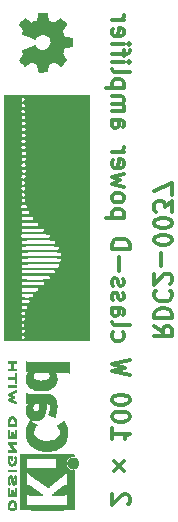
<source format=gbr>
G04 #@! TF.FileFunction,Legend,Bot*
%FSLAX46Y46*%
G04 Gerber Fmt 4.6, Leading zero omitted, Abs format (unit mm)*
G04 Created by KiCad (PCBNEW 4.0.2-stable) date 08.07.2018 23:17:36*
%MOMM*%
G01*
G04 APERTURE LIST*
%ADD10C,0.100000*%
%ADD11C,0.300000*%
%ADD12C,0.002540*%
%ADD13C,0.010000*%
G04 APERTURE END LIST*
D10*
D11*
X141778571Y-99842856D02*
X141850000Y-99771427D01*
X141921429Y-99628570D01*
X141921429Y-99271427D01*
X141850000Y-99128570D01*
X141778571Y-99057141D01*
X141635714Y-98985713D01*
X141492857Y-98985713D01*
X141278571Y-99057141D01*
X140421429Y-99914284D01*
X140421429Y-98985713D01*
X141421429Y-97057142D02*
X140564286Y-96199999D01*
X141421429Y-96199999D02*
X140564286Y-97057142D01*
X140421429Y-93414285D02*
X140421429Y-94271428D01*
X140421429Y-93842856D02*
X141921429Y-93842856D01*
X141707143Y-93985713D01*
X141564286Y-94128571D01*
X141492857Y-94271428D01*
X141921429Y-92485714D02*
X141921429Y-92342857D01*
X141850000Y-92200000D01*
X141778571Y-92128571D01*
X141635714Y-92057142D01*
X141350000Y-91985714D01*
X140992857Y-91985714D01*
X140707143Y-92057142D01*
X140564286Y-92128571D01*
X140492857Y-92200000D01*
X140421429Y-92342857D01*
X140421429Y-92485714D01*
X140492857Y-92628571D01*
X140564286Y-92700000D01*
X140707143Y-92771428D01*
X140992857Y-92842857D01*
X141350000Y-92842857D01*
X141635714Y-92771428D01*
X141778571Y-92700000D01*
X141850000Y-92628571D01*
X141921429Y-92485714D01*
X141921429Y-91057143D02*
X141921429Y-90914286D01*
X141850000Y-90771429D01*
X141778571Y-90700000D01*
X141635714Y-90628571D01*
X141350000Y-90557143D01*
X140992857Y-90557143D01*
X140707143Y-90628571D01*
X140564286Y-90700000D01*
X140492857Y-90771429D01*
X140421429Y-90914286D01*
X140421429Y-91057143D01*
X140492857Y-91200000D01*
X140564286Y-91271429D01*
X140707143Y-91342857D01*
X140992857Y-91414286D01*
X141350000Y-91414286D01*
X141635714Y-91342857D01*
X141778571Y-91271429D01*
X141850000Y-91200000D01*
X141921429Y-91057143D01*
X141921429Y-88914286D02*
X140421429Y-88557143D01*
X141492857Y-88271429D01*
X140421429Y-87985715D01*
X141921429Y-87628572D01*
X140492857Y-85271429D02*
X140421429Y-85414286D01*
X140421429Y-85700000D01*
X140492857Y-85842858D01*
X140564286Y-85914286D01*
X140707143Y-85985715D01*
X141135714Y-85985715D01*
X141278571Y-85914286D01*
X141350000Y-85842858D01*
X141421429Y-85700000D01*
X141421429Y-85414286D01*
X141350000Y-85271429D01*
X140421429Y-84414286D02*
X140492857Y-84557144D01*
X140635714Y-84628572D01*
X141921429Y-84628572D01*
X140421429Y-83200001D02*
X141207143Y-83200001D01*
X141350000Y-83271430D01*
X141421429Y-83414287D01*
X141421429Y-83700001D01*
X141350000Y-83842858D01*
X140492857Y-83200001D02*
X140421429Y-83342858D01*
X140421429Y-83700001D01*
X140492857Y-83842858D01*
X140635714Y-83914287D01*
X140778571Y-83914287D01*
X140921429Y-83842858D01*
X140992857Y-83700001D01*
X140992857Y-83342858D01*
X141064286Y-83200001D01*
X140492857Y-82557144D02*
X140421429Y-82414287D01*
X140421429Y-82128572D01*
X140492857Y-81985715D01*
X140635714Y-81914287D01*
X140707143Y-81914287D01*
X140850000Y-81985715D01*
X140921429Y-82128572D01*
X140921429Y-82342858D01*
X140992857Y-82485715D01*
X141135714Y-82557144D01*
X141207143Y-82557144D01*
X141350000Y-82485715D01*
X141421429Y-82342858D01*
X141421429Y-82128572D01*
X141350000Y-81985715D01*
X140492857Y-81342858D02*
X140421429Y-81200001D01*
X140421429Y-80914286D01*
X140492857Y-80771429D01*
X140635714Y-80700001D01*
X140707143Y-80700001D01*
X140850000Y-80771429D01*
X140921429Y-80914286D01*
X140921429Y-81128572D01*
X140992857Y-81271429D01*
X141135714Y-81342858D01*
X141207143Y-81342858D01*
X141350000Y-81271429D01*
X141421429Y-81128572D01*
X141421429Y-80914286D01*
X141350000Y-80771429D01*
X140992857Y-80057143D02*
X140992857Y-78914286D01*
X140421429Y-78200000D02*
X141921429Y-78200000D01*
X141921429Y-77842857D01*
X141850000Y-77628572D01*
X141707143Y-77485714D01*
X141564286Y-77414286D01*
X141278571Y-77342857D01*
X141064286Y-77342857D01*
X140778571Y-77414286D01*
X140635714Y-77485714D01*
X140492857Y-77628572D01*
X140421429Y-77842857D01*
X140421429Y-78200000D01*
X141421429Y-75557143D02*
X139921429Y-75557143D01*
X141350000Y-75557143D02*
X141421429Y-75414286D01*
X141421429Y-75128572D01*
X141350000Y-74985715D01*
X141278571Y-74914286D01*
X141135714Y-74842857D01*
X140707143Y-74842857D01*
X140564286Y-74914286D01*
X140492857Y-74985715D01*
X140421429Y-75128572D01*
X140421429Y-75414286D01*
X140492857Y-75557143D01*
X140421429Y-73985714D02*
X140492857Y-74128572D01*
X140564286Y-74200000D01*
X140707143Y-74271429D01*
X141135714Y-74271429D01*
X141278571Y-74200000D01*
X141350000Y-74128572D01*
X141421429Y-73985714D01*
X141421429Y-73771429D01*
X141350000Y-73628572D01*
X141278571Y-73557143D01*
X141135714Y-73485714D01*
X140707143Y-73485714D01*
X140564286Y-73557143D01*
X140492857Y-73628572D01*
X140421429Y-73771429D01*
X140421429Y-73985714D01*
X141421429Y-72985714D02*
X140421429Y-72700000D01*
X141135714Y-72414286D01*
X140421429Y-72128571D01*
X141421429Y-71842857D01*
X140492857Y-70700000D02*
X140421429Y-70842857D01*
X140421429Y-71128571D01*
X140492857Y-71271428D01*
X140635714Y-71342857D01*
X141207143Y-71342857D01*
X141350000Y-71271428D01*
X141421429Y-71128571D01*
X141421429Y-70842857D01*
X141350000Y-70700000D01*
X141207143Y-70628571D01*
X141064286Y-70628571D01*
X140921429Y-71342857D01*
X140421429Y-69985714D02*
X141421429Y-69985714D01*
X141135714Y-69985714D02*
X141278571Y-69914286D01*
X141350000Y-69842857D01*
X141421429Y-69700000D01*
X141421429Y-69557143D01*
X140421429Y-67271429D02*
X141207143Y-67271429D01*
X141350000Y-67342858D01*
X141421429Y-67485715D01*
X141421429Y-67771429D01*
X141350000Y-67914286D01*
X140492857Y-67271429D02*
X140421429Y-67414286D01*
X140421429Y-67771429D01*
X140492857Y-67914286D01*
X140635714Y-67985715D01*
X140778571Y-67985715D01*
X140921429Y-67914286D01*
X140992857Y-67771429D01*
X140992857Y-67414286D01*
X141064286Y-67271429D01*
X140421429Y-66557143D02*
X141421429Y-66557143D01*
X141278571Y-66557143D02*
X141350000Y-66485715D01*
X141421429Y-66342857D01*
X141421429Y-66128572D01*
X141350000Y-65985715D01*
X141207143Y-65914286D01*
X140421429Y-65914286D01*
X141207143Y-65914286D02*
X141350000Y-65842857D01*
X141421429Y-65700000D01*
X141421429Y-65485715D01*
X141350000Y-65342857D01*
X141207143Y-65271429D01*
X140421429Y-65271429D01*
X141421429Y-64557143D02*
X139921429Y-64557143D01*
X141350000Y-64557143D02*
X141421429Y-64414286D01*
X141421429Y-64128572D01*
X141350000Y-63985715D01*
X141278571Y-63914286D01*
X141135714Y-63842857D01*
X140707143Y-63842857D01*
X140564286Y-63914286D01*
X140492857Y-63985715D01*
X140421429Y-64128572D01*
X140421429Y-64414286D01*
X140492857Y-64557143D01*
X140421429Y-62985714D02*
X140492857Y-63128572D01*
X140635714Y-63200000D01*
X141921429Y-63200000D01*
X140421429Y-62414286D02*
X141421429Y-62414286D01*
X141921429Y-62414286D02*
X141850000Y-62485715D01*
X141778571Y-62414286D01*
X141850000Y-62342858D01*
X141921429Y-62414286D01*
X141778571Y-62414286D01*
X141421429Y-61914286D02*
X141421429Y-61342857D01*
X140421429Y-61700000D02*
X141707143Y-61700000D01*
X141850000Y-61628572D01*
X141921429Y-61485714D01*
X141921429Y-61342857D01*
X140421429Y-60842857D02*
X141421429Y-60842857D01*
X141921429Y-60842857D02*
X141850000Y-60914286D01*
X141778571Y-60842857D01*
X141850000Y-60771429D01*
X141921429Y-60842857D01*
X141778571Y-60842857D01*
X140492857Y-59557143D02*
X140421429Y-59700000D01*
X140421429Y-59985714D01*
X140492857Y-60128571D01*
X140635714Y-60200000D01*
X141207143Y-60200000D01*
X141350000Y-60128571D01*
X141421429Y-59985714D01*
X141421429Y-59700000D01*
X141350000Y-59557143D01*
X141207143Y-59485714D01*
X141064286Y-59485714D01*
X140921429Y-60200000D01*
X140421429Y-58842857D02*
X141421429Y-58842857D01*
X141135714Y-58842857D02*
X141278571Y-58771429D01*
X141350000Y-58700000D01*
X141421429Y-58557143D01*
X141421429Y-58414286D01*
X144021429Y-84735713D02*
X144735714Y-85235713D01*
X144021429Y-85592856D02*
X145521429Y-85592856D01*
X145521429Y-85021428D01*
X145450000Y-84878570D01*
X145378571Y-84807142D01*
X145235714Y-84735713D01*
X145021429Y-84735713D01*
X144878571Y-84807142D01*
X144807143Y-84878570D01*
X144735714Y-85021428D01*
X144735714Y-85592856D01*
X144021429Y-84092856D02*
X145521429Y-84092856D01*
X145521429Y-83735713D01*
X145450000Y-83521428D01*
X145307143Y-83378570D01*
X145164286Y-83307142D01*
X144878571Y-83235713D01*
X144664286Y-83235713D01*
X144378571Y-83307142D01*
X144235714Y-83378570D01*
X144092857Y-83521428D01*
X144021429Y-83735713D01*
X144021429Y-84092856D01*
X144164286Y-81735713D02*
X144092857Y-81807142D01*
X144021429Y-82021428D01*
X144021429Y-82164285D01*
X144092857Y-82378570D01*
X144235714Y-82521428D01*
X144378571Y-82592856D01*
X144664286Y-82664285D01*
X144878571Y-82664285D01*
X145164286Y-82592856D01*
X145307143Y-82521428D01*
X145450000Y-82378570D01*
X145521429Y-82164285D01*
X145521429Y-82021428D01*
X145450000Y-81807142D01*
X145378571Y-81735713D01*
X145378571Y-81164285D02*
X145450000Y-81092856D01*
X145521429Y-80949999D01*
X145521429Y-80592856D01*
X145450000Y-80449999D01*
X145378571Y-80378570D01*
X145235714Y-80307142D01*
X145092857Y-80307142D01*
X144878571Y-80378570D01*
X144021429Y-81235713D01*
X144021429Y-80307142D01*
X144592857Y-79664285D02*
X144592857Y-78521428D01*
X145521429Y-77521428D02*
X145521429Y-77378571D01*
X145450000Y-77235714D01*
X145378571Y-77164285D01*
X145235714Y-77092856D01*
X144950000Y-77021428D01*
X144592857Y-77021428D01*
X144307143Y-77092856D01*
X144164286Y-77164285D01*
X144092857Y-77235714D01*
X144021429Y-77378571D01*
X144021429Y-77521428D01*
X144092857Y-77664285D01*
X144164286Y-77735714D01*
X144307143Y-77807142D01*
X144592857Y-77878571D01*
X144950000Y-77878571D01*
X145235714Y-77807142D01*
X145378571Y-77735714D01*
X145450000Y-77664285D01*
X145521429Y-77521428D01*
X145521429Y-76092857D02*
X145521429Y-75950000D01*
X145450000Y-75807143D01*
X145378571Y-75735714D01*
X145235714Y-75664285D01*
X144950000Y-75592857D01*
X144592857Y-75592857D01*
X144307143Y-75664285D01*
X144164286Y-75735714D01*
X144092857Y-75807143D01*
X144021429Y-75950000D01*
X144021429Y-76092857D01*
X144092857Y-76235714D01*
X144164286Y-76307143D01*
X144307143Y-76378571D01*
X144592857Y-76450000D01*
X144950000Y-76450000D01*
X145235714Y-76378571D01*
X145378571Y-76307143D01*
X145450000Y-76235714D01*
X145521429Y-76092857D01*
X145521429Y-75092857D02*
X145521429Y-74164286D01*
X144950000Y-74664286D01*
X144950000Y-74450000D01*
X144878571Y-74307143D01*
X144807143Y-74235714D01*
X144664286Y-74164286D01*
X144307143Y-74164286D01*
X144164286Y-74235714D01*
X144092857Y-74307143D01*
X144021429Y-74450000D01*
X144021429Y-74878572D01*
X144092857Y-75021429D01*
X144164286Y-75092857D01*
X145521429Y-73664286D02*
X145521429Y-72664286D01*
X144021429Y-73307143D01*
D12*
G36*
X132554640Y-62213840D02*
X132569880Y-62188440D01*
X132605440Y-62130020D01*
X132661320Y-62046200D01*
X132727360Y-61947140D01*
X132793400Y-61848080D01*
X132846740Y-61766800D01*
X132884840Y-61710920D01*
X132897540Y-61685520D01*
X132892460Y-61672820D01*
X132869600Y-61627100D01*
X132834040Y-61558520D01*
X132813720Y-61517880D01*
X132788320Y-61456920D01*
X132780700Y-61423900D01*
X132790860Y-61418820D01*
X132839120Y-61395960D01*
X132920400Y-61360400D01*
X133029620Y-61314680D01*
X133156620Y-61258800D01*
X133291240Y-61202920D01*
X133430940Y-61144500D01*
X133565560Y-61088620D01*
X133684940Y-61040360D01*
X133781460Y-60999720D01*
X133850040Y-60974320D01*
X133877980Y-60964160D01*
X133885600Y-60966700D01*
X133916080Y-60999720D01*
X133956720Y-61053060D01*
X134053240Y-61172440D01*
X134198020Y-61289280D01*
X134363120Y-61360400D01*
X134548540Y-61383260D01*
X134718720Y-61362940D01*
X134881280Y-61296900D01*
X135028600Y-61182600D01*
X135137820Y-61042900D01*
X135206400Y-60880340D01*
X135229260Y-60700000D01*
X135208940Y-60527280D01*
X135142900Y-60359640D01*
X135031140Y-60212320D01*
X134960020Y-60148820D01*
X134810160Y-60062460D01*
X134652680Y-60014200D01*
X134612040Y-60009120D01*
X134436780Y-60016740D01*
X134266600Y-60067540D01*
X134116740Y-60161520D01*
X133992280Y-60291060D01*
X133982120Y-60306300D01*
X133936400Y-60364720D01*
X133905920Y-60405360D01*
X133880520Y-60435840D01*
X133342040Y-60212320D01*
X133258220Y-60176760D01*
X133110900Y-60115800D01*
X132983900Y-60062460D01*
X132882300Y-60019280D01*
X132816260Y-59988800D01*
X132788320Y-59976100D01*
X132785780Y-59976100D01*
X132783240Y-59955780D01*
X132798480Y-59915140D01*
X132834040Y-59838940D01*
X132859440Y-59790680D01*
X132887380Y-59732260D01*
X132897540Y-59706860D01*
X132884840Y-59684000D01*
X132849280Y-59630660D01*
X132795940Y-59549380D01*
X132732440Y-59452860D01*
X132668940Y-59361420D01*
X132613060Y-59277600D01*
X132574960Y-59216640D01*
X132557180Y-59186160D01*
X132557180Y-59181080D01*
X132572420Y-59155680D01*
X132613060Y-59107420D01*
X132681640Y-59033760D01*
X132785780Y-58929620D01*
X132801020Y-58914380D01*
X132887380Y-58828020D01*
X132961040Y-58759440D01*
X133011840Y-58713720D01*
X133034700Y-58695940D01*
X133034700Y-58695940D01*
X133065180Y-58711180D01*
X133126140Y-58749280D01*
X133212500Y-58805160D01*
X133311560Y-58873740D01*
X133570640Y-59051540D01*
X133814480Y-58955020D01*
X133890680Y-58924540D01*
X133979580Y-58886440D01*
X134045620Y-58858500D01*
X134073560Y-58843260D01*
X134083720Y-58817860D01*
X134098960Y-58749280D01*
X134119280Y-58652760D01*
X134139600Y-58538460D01*
X134159920Y-58426700D01*
X134180240Y-58327640D01*
X134192940Y-58256520D01*
X134200560Y-58223500D01*
X134205640Y-58215880D01*
X134220880Y-58208260D01*
X134253900Y-58205720D01*
X134314860Y-58203180D01*
X134408840Y-58200640D01*
X134548540Y-58200640D01*
X134563780Y-58200640D01*
X134693320Y-58203180D01*
X134800000Y-58205720D01*
X134866040Y-58208260D01*
X134893980Y-58213340D01*
X134893980Y-58213340D01*
X134901600Y-58243820D01*
X134916840Y-58314940D01*
X134934620Y-58414000D01*
X134957480Y-58533380D01*
X134960020Y-58541000D01*
X134982880Y-58657840D01*
X135003200Y-58756900D01*
X135018440Y-58828020D01*
X135028600Y-58855960D01*
X135036220Y-58863580D01*
X135081940Y-58886440D01*
X135155600Y-58919460D01*
X135244500Y-58960100D01*
X135338480Y-58998200D01*
X135422300Y-59031220D01*
X135483260Y-59054080D01*
X135511200Y-59061700D01*
X135513740Y-59059160D01*
X135541680Y-59041380D01*
X135602640Y-59000740D01*
X135686460Y-58944860D01*
X135788060Y-58876280D01*
X135795680Y-58871200D01*
X135894740Y-58802620D01*
X135981100Y-58746740D01*
X136039520Y-58711180D01*
X136067460Y-58695940D01*
X136070000Y-58695940D01*
X136100480Y-58718800D01*
X136156360Y-58769600D01*
X136232560Y-58843260D01*
X136321460Y-58929620D01*
X136346860Y-58957560D01*
X136443380Y-59056620D01*
X136504340Y-59122660D01*
X136537360Y-59165840D01*
X136544980Y-59186160D01*
X136544980Y-59186160D01*
X136527200Y-59216640D01*
X136486560Y-59280140D01*
X136428140Y-59363960D01*
X136359560Y-59465560D01*
X136354480Y-59473180D01*
X136285900Y-59572240D01*
X136230020Y-59656060D01*
X136189380Y-59714480D01*
X136174140Y-59742420D01*
X136174140Y-59744960D01*
X136186840Y-59785600D01*
X136212240Y-59856720D01*
X136245260Y-59945620D01*
X136283360Y-60037060D01*
X136318920Y-60120880D01*
X136346860Y-60184380D01*
X136364640Y-60214860D01*
X136364640Y-60214860D01*
X136400200Y-60225020D01*
X136476400Y-60242800D01*
X136578000Y-60263120D01*
X136699920Y-60288520D01*
X136720240Y-60291060D01*
X136839620Y-60313920D01*
X136938680Y-60331700D01*
X137007260Y-60346940D01*
X137035200Y-60354560D01*
X137037740Y-60369800D01*
X137042820Y-60428220D01*
X137045360Y-60517120D01*
X137045360Y-60626340D01*
X137045360Y-60738100D01*
X137042820Y-60847320D01*
X137040280Y-60941300D01*
X137035200Y-61009880D01*
X137030120Y-61037820D01*
X137027580Y-61037820D01*
X136989480Y-61047980D01*
X136915820Y-61065760D01*
X136811680Y-61086080D01*
X136689760Y-61108940D01*
X136666900Y-61114020D01*
X136550060Y-61136880D01*
X136451000Y-61157200D01*
X136384960Y-61169900D01*
X136357020Y-61177520D01*
X136351940Y-61190220D01*
X136331620Y-61238480D01*
X136298600Y-61317220D01*
X136257960Y-61416280D01*
X136166520Y-61644880D01*
X136357020Y-61926820D01*
X136374800Y-61952220D01*
X136443380Y-62053820D01*
X136499260Y-62135100D01*
X136537360Y-62193520D01*
X136550060Y-62216380D01*
X136550060Y-62218920D01*
X136524660Y-62246860D01*
X136471320Y-62302740D01*
X136397660Y-62378940D01*
X136311300Y-62467840D01*
X136245260Y-62531340D01*
X136166520Y-62610080D01*
X136113180Y-62658340D01*
X136080160Y-62686280D01*
X136059840Y-62693900D01*
X136044600Y-62691360D01*
X136016660Y-62673580D01*
X135955700Y-62632940D01*
X135869340Y-62574520D01*
X135770280Y-62505940D01*
X135686460Y-62450060D01*
X135592480Y-62389100D01*
X135526440Y-62351000D01*
X135493420Y-62335760D01*
X135480720Y-62340840D01*
X135424840Y-62358620D01*
X135341020Y-62394180D01*
X135241960Y-62434820D01*
X135020980Y-62533880D01*
X134993040Y-62678660D01*
X134975260Y-62767560D01*
X134952400Y-62889480D01*
X134929540Y-63008860D01*
X134893980Y-63191740D01*
X134218340Y-63199360D01*
X134205640Y-63171420D01*
X134198020Y-63143480D01*
X134182780Y-63074900D01*
X134162460Y-62978380D01*
X134142140Y-62861540D01*
X134124360Y-62765020D01*
X134104040Y-62665960D01*
X134091340Y-62594840D01*
X134083720Y-62564360D01*
X134073560Y-62554200D01*
X134025300Y-62531340D01*
X133949100Y-62495780D01*
X133857660Y-62455140D01*
X133763680Y-62417040D01*
X133674780Y-62381480D01*
X133608740Y-62358620D01*
X133575720Y-62348460D01*
X133547780Y-62361160D01*
X133489360Y-62399260D01*
X133408080Y-62452600D01*
X133309020Y-62521180D01*
X133212500Y-62587220D01*
X133128680Y-62645640D01*
X133067720Y-62683740D01*
X133039780Y-62701520D01*
X133022000Y-62691360D01*
X132973740Y-62653260D01*
X132897540Y-62579600D01*
X132788320Y-62467840D01*
X132770540Y-62450060D01*
X132686720Y-62363700D01*
X132618140Y-62290040D01*
X132572420Y-62236700D01*
X132554640Y-62213840D01*
X132554640Y-62213840D01*
G37*
X132554640Y-62213840D02*
X132569880Y-62188440D01*
X132605440Y-62130020D01*
X132661320Y-62046200D01*
X132727360Y-61947140D01*
X132793400Y-61848080D01*
X132846740Y-61766800D01*
X132884840Y-61710920D01*
X132897540Y-61685520D01*
X132892460Y-61672820D01*
X132869600Y-61627100D01*
X132834040Y-61558520D01*
X132813720Y-61517880D01*
X132788320Y-61456920D01*
X132780700Y-61423900D01*
X132790860Y-61418820D01*
X132839120Y-61395960D01*
X132920400Y-61360400D01*
X133029620Y-61314680D01*
X133156620Y-61258800D01*
X133291240Y-61202920D01*
X133430940Y-61144500D01*
X133565560Y-61088620D01*
X133684940Y-61040360D01*
X133781460Y-60999720D01*
X133850040Y-60974320D01*
X133877980Y-60964160D01*
X133885600Y-60966700D01*
X133916080Y-60999720D01*
X133956720Y-61053060D01*
X134053240Y-61172440D01*
X134198020Y-61289280D01*
X134363120Y-61360400D01*
X134548540Y-61383260D01*
X134718720Y-61362940D01*
X134881280Y-61296900D01*
X135028600Y-61182600D01*
X135137820Y-61042900D01*
X135206400Y-60880340D01*
X135229260Y-60700000D01*
X135208940Y-60527280D01*
X135142900Y-60359640D01*
X135031140Y-60212320D01*
X134960020Y-60148820D01*
X134810160Y-60062460D01*
X134652680Y-60014200D01*
X134612040Y-60009120D01*
X134436780Y-60016740D01*
X134266600Y-60067540D01*
X134116740Y-60161520D01*
X133992280Y-60291060D01*
X133982120Y-60306300D01*
X133936400Y-60364720D01*
X133905920Y-60405360D01*
X133880520Y-60435840D01*
X133342040Y-60212320D01*
X133258220Y-60176760D01*
X133110900Y-60115800D01*
X132983900Y-60062460D01*
X132882300Y-60019280D01*
X132816260Y-59988800D01*
X132788320Y-59976100D01*
X132785780Y-59976100D01*
X132783240Y-59955780D01*
X132798480Y-59915140D01*
X132834040Y-59838940D01*
X132859440Y-59790680D01*
X132887380Y-59732260D01*
X132897540Y-59706860D01*
X132884840Y-59684000D01*
X132849280Y-59630660D01*
X132795940Y-59549380D01*
X132732440Y-59452860D01*
X132668940Y-59361420D01*
X132613060Y-59277600D01*
X132574960Y-59216640D01*
X132557180Y-59186160D01*
X132557180Y-59181080D01*
X132572420Y-59155680D01*
X132613060Y-59107420D01*
X132681640Y-59033760D01*
X132785780Y-58929620D01*
X132801020Y-58914380D01*
X132887380Y-58828020D01*
X132961040Y-58759440D01*
X133011840Y-58713720D01*
X133034700Y-58695940D01*
X133034700Y-58695940D01*
X133065180Y-58711180D01*
X133126140Y-58749280D01*
X133212500Y-58805160D01*
X133311560Y-58873740D01*
X133570640Y-59051540D01*
X133814480Y-58955020D01*
X133890680Y-58924540D01*
X133979580Y-58886440D01*
X134045620Y-58858500D01*
X134073560Y-58843260D01*
X134083720Y-58817860D01*
X134098960Y-58749280D01*
X134119280Y-58652760D01*
X134139600Y-58538460D01*
X134159920Y-58426700D01*
X134180240Y-58327640D01*
X134192940Y-58256520D01*
X134200560Y-58223500D01*
X134205640Y-58215880D01*
X134220880Y-58208260D01*
X134253900Y-58205720D01*
X134314860Y-58203180D01*
X134408840Y-58200640D01*
X134548540Y-58200640D01*
X134563780Y-58200640D01*
X134693320Y-58203180D01*
X134800000Y-58205720D01*
X134866040Y-58208260D01*
X134893980Y-58213340D01*
X134893980Y-58213340D01*
X134901600Y-58243820D01*
X134916840Y-58314940D01*
X134934620Y-58414000D01*
X134957480Y-58533380D01*
X134960020Y-58541000D01*
X134982880Y-58657840D01*
X135003200Y-58756900D01*
X135018440Y-58828020D01*
X135028600Y-58855960D01*
X135036220Y-58863580D01*
X135081940Y-58886440D01*
X135155600Y-58919460D01*
X135244500Y-58960100D01*
X135338480Y-58998200D01*
X135422300Y-59031220D01*
X135483260Y-59054080D01*
X135511200Y-59061700D01*
X135513740Y-59059160D01*
X135541680Y-59041380D01*
X135602640Y-59000740D01*
X135686460Y-58944860D01*
X135788060Y-58876280D01*
X135795680Y-58871200D01*
X135894740Y-58802620D01*
X135981100Y-58746740D01*
X136039520Y-58711180D01*
X136067460Y-58695940D01*
X136070000Y-58695940D01*
X136100480Y-58718800D01*
X136156360Y-58769600D01*
X136232560Y-58843260D01*
X136321460Y-58929620D01*
X136346860Y-58957560D01*
X136443380Y-59056620D01*
X136504340Y-59122660D01*
X136537360Y-59165840D01*
X136544980Y-59186160D01*
X136544980Y-59186160D01*
X136527200Y-59216640D01*
X136486560Y-59280140D01*
X136428140Y-59363960D01*
X136359560Y-59465560D01*
X136354480Y-59473180D01*
X136285900Y-59572240D01*
X136230020Y-59656060D01*
X136189380Y-59714480D01*
X136174140Y-59742420D01*
X136174140Y-59744960D01*
X136186840Y-59785600D01*
X136212240Y-59856720D01*
X136245260Y-59945620D01*
X136283360Y-60037060D01*
X136318920Y-60120880D01*
X136346860Y-60184380D01*
X136364640Y-60214860D01*
X136364640Y-60214860D01*
X136400200Y-60225020D01*
X136476400Y-60242800D01*
X136578000Y-60263120D01*
X136699920Y-60288520D01*
X136720240Y-60291060D01*
X136839620Y-60313920D01*
X136938680Y-60331700D01*
X137007260Y-60346940D01*
X137035200Y-60354560D01*
X137037740Y-60369800D01*
X137042820Y-60428220D01*
X137045360Y-60517120D01*
X137045360Y-60626340D01*
X137045360Y-60738100D01*
X137042820Y-60847320D01*
X137040280Y-60941300D01*
X137035200Y-61009880D01*
X137030120Y-61037820D01*
X137027580Y-61037820D01*
X136989480Y-61047980D01*
X136915820Y-61065760D01*
X136811680Y-61086080D01*
X136689760Y-61108940D01*
X136666900Y-61114020D01*
X136550060Y-61136880D01*
X136451000Y-61157200D01*
X136384960Y-61169900D01*
X136357020Y-61177520D01*
X136351940Y-61190220D01*
X136331620Y-61238480D01*
X136298600Y-61317220D01*
X136257960Y-61416280D01*
X136166520Y-61644880D01*
X136357020Y-61926820D01*
X136374800Y-61952220D01*
X136443380Y-62053820D01*
X136499260Y-62135100D01*
X136537360Y-62193520D01*
X136550060Y-62216380D01*
X136550060Y-62218920D01*
X136524660Y-62246860D01*
X136471320Y-62302740D01*
X136397660Y-62378940D01*
X136311300Y-62467840D01*
X136245260Y-62531340D01*
X136166520Y-62610080D01*
X136113180Y-62658340D01*
X136080160Y-62686280D01*
X136059840Y-62693900D01*
X136044600Y-62691360D01*
X136016660Y-62673580D01*
X135955700Y-62632940D01*
X135869340Y-62574520D01*
X135770280Y-62505940D01*
X135686460Y-62450060D01*
X135592480Y-62389100D01*
X135526440Y-62351000D01*
X135493420Y-62335760D01*
X135480720Y-62340840D01*
X135424840Y-62358620D01*
X135341020Y-62394180D01*
X135241960Y-62434820D01*
X135020980Y-62533880D01*
X134993040Y-62678660D01*
X134975260Y-62767560D01*
X134952400Y-62889480D01*
X134929540Y-63008860D01*
X134893980Y-63191740D01*
X134218340Y-63199360D01*
X134205640Y-63171420D01*
X134198020Y-63143480D01*
X134182780Y-63074900D01*
X134162460Y-62978380D01*
X134142140Y-62861540D01*
X134124360Y-62765020D01*
X134104040Y-62665960D01*
X134091340Y-62594840D01*
X134083720Y-62564360D01*
X134073560Y-62554200D01*
X134025300Y-62531340D01*
X133949100Y-62495780D01*
X133857660Y-62455140D01*
X133763680Y-62417040D01*
X133674780Y-62381480D01*
X133608740Y-62358620D01*
X133575720Y-62348460D01*
X133547780Y-62361160D01*
X133489360Y-62399260D01*
X133408080Y-62452600D01*
X133309020Y-62521180D01*
X133212500Y-62587220D01*
X133128680Y-62645640D01*
X133067720Y-62683740D01*
X133039780Y-62701520D01*
X133022000Y-62691360D01*
X132973740Y-62653260D01*
X132897540Y-62579600D01*
X132788320Y-62467840D01*
X132770540Y-62450060D01*
X132686720Y-62363700D01*
X132618140Y-62290040D01*
X132572420Y-62236700D01*
X132554640Y-62213840D01*
D13*
G36*
X132330934Y-100121371D02*
X132330533Y-100081889D01*
X132327741Y-99966200D01*
X132319450Y-99869311D01*
X132304768Y-99787919D01*
X132282807Y-99718723D01*
X132252678Y-99658420D01*
X132213490Y-99603708D01*
X132196468Y-99584167D01*
X132156637Y-99551750D01*
X132102587Y-99522520D01*
X132042677Y-99499991D01*
X131985261Y-99487679D01*
X131964044Y-99486400D01*
X131905231Y-99494417D01*
X131840987Y-99515899D01*
X131780179Y-99546999D01*
X131731670Y-99583866D01*
X131725818Y-99589854D01*
X131684679Y-99640579D01*
X131652565Y-99696125D01*
X131628635Y-99759696D01*
X131612047Y-99834494D01*
X131601959Y-99923722D01*
X131597531Y-100030582D01*
X131597155Y-100079528D01*
X131597455Y-100141762D01*
X131598708Y-100185528D01*
X131601446Y-100214931D01*
X131606199Y-100234079D01*
X131613499Y-100247077D01*
X131619733Y-100254045D01*
X131627306Y-100260626D01*
X131637076Y-100265788D01*
X131651660Y-100269703D01*
X131673674Y-100272543D01*
X131705736Y-100274480D01*
X131750464Y-100275684D01*
X131810474Y-100276328D01*
X131888383Y-100276583D01*
X131964044Y-100276622D01*
X132064959Y-100276870D01*
X132145573Y-100276817D01*
X132184178Y-100275857D01*
X132184178Y-100129867D01*
X131743911Y-100129867D01*
X131743996Y-100036734D01*
X131745604Y-99980693D01*
X131749744Y-99921999D01*
X131755536Y-99873028D01*
X131755774Y-99871538D01*
X131774910Y-99792392D01*
X131804713Y-99731002D01*
X131847122Y-99684305D01*
X131893039Y-99654635D01*
X131943974Y-99636353D01*
X131991800Y-99637771D01*
X132043067Y-99658988D01*
X132096101Y-99700489D01*
X132135400Y-99757998D01*
X132161669Y-99832750D01*
X132170965Y-99882708D01*
X132177493Y-99939416D01*
X132182218Y-99999519D01*
X132184183Y-100050639D01*
X132184192Y-100053667D01*
X132184178Y-100129867D01*
X132184178Y-100275857D01*
X132208149Y-100275260D01*
X132254945Y-100270998D01*
X132288222Y-100262830D01*
X132310241Y-100249556D01*
X132323261Y-100229974D01*
X132329543Y-100202883D01*
X132331347Y-100167082D01*
X132330934Y-100121371D01*
X132330934Y-100121371D01*
G37*
X132330934Y-100121371D02*
X132330533Y-100081889D01*
X132327741Y-99966200D01*
X132319450Y-99869311D01*
X132304768Y-99787919D01*
X132282807Y-99718723D01*
X132252678Y-99658420D01*
X132213490Y-99603708D01*
X132196468Y-99584167D01*
X132156637Y-99551750D01*
X132102587Y-99522520D01*
X132042677Y-99499991D01*
X131985261Y-99487679D01*
X131964044Y-99486400D01*
X131905231Y-99494417D01*
X131840987Y-99515899D01*
X131780179Y-99546999D01*
X131731670Y-99583866D01*
X131725818Y-99589854D01*
X131684679Y-99640579D01*
X131652565Y-99696125D01*
X131628635Y-99759696D01*
X131612047Y-99834494D01*
X131601959Y-99923722D01*
X131597531Y-100030582D01*
X131597155Y-100079528D01*
X131597455Y-100141762D01*
X131598708Y-100185528D01*
X131601446Y-100214931D01*
X131606199Y-100234079D01*
X131613499Y-100247077D01*
X131619733Y-100254045D01*
X131627306Y-100260626D01*
X131637076Y-100265788D01*
X131651660Y-100269703D01*
X131673674Y-100272543D01*
X131705736Y-100274480D01*
X131750464Y-100275684D01*
X131810474Y-100276328D01*
X131888383Y-100276583D01*
X131964044Y-100276622D01*
X132064959Y-100276870D01*
X132145573Y-100276817D01*
X132184178Y-100275857D01*
X132184178Y-100129867D01*
X131743911Y-100129867D01*
X131743996Y-100036734D01*
X131745604Y-99980693D01*
X131749744Y-99921999D01*
X131755536Y-99873028D01*
X131755774Y-99871538D01*
X131774910Y-99792392D01*
X131804713Y-99731002D01*
X131847122Y-99684305D01*
X131893039Y-99654635D01*
X131943974Y-99636353D01*
X131991800Y-99637771D01*
X132043067Y-99658988D01*
X132096101Y-99700489D01*
X132135400Y-99757998D01*
X132161669Y-99832750D01*
X132170965Y-99882708D01*
X132177493Y-99939416D01*
X132182218Y-99999519D01*
X132184183Y-100050639D01*
X132184192Y-100053667D01*
X132184178Y-100129867D01*
X132184178Y-100275857D01*
X132208149Y-100275260D01*
X132254945Y-100270998D01*
X132288222Y-100262830D01*
X132310241Y-100249556D01*
X132323261Y-100229974D01*
X132329543Y-100202883D01*
X132331347Y-100167082D01*
X132330934Y-100121371D01*
G36*
X132330854Y-98712794D02*
X132330482Y-98643386D01*
X132329615Y-98590997D01*
X132328054Y-98552847D01*
X132325597Y-98526159D01*
X132322043Y-98508153D01*
X132317190Y-98496049D01*
X132310839Y-98487069D01*
X132307916Y-98483818D01*
X132276858Y-98464043D01*
X132241172Y-98460482D01*
X132209490Y-98473491D01*
X132203087Y-98479506D01*
X132196879Y-98489235D01*
X132192090Y-98504901D01*
X132188486Y-98529408D01*
X132185836Y-98565661D01*
X132183905Y-98616565D01*
X132182461Y-98685026D01*
X132181582Y-98747617D01*
X132178533Y-98995334D01*
X132113622Y-98998719D01*
X132048711Y-99002105D01*
X132048711Y-98833958D01*
X132048081Y-98760959D01*
X132045447Y-98707517D01*
X132039691Y-98670628D01*
X132029696Y-98647288D01*
X132014344Y-98634494D01*
X131992518Y-98629242D01*
X131972262Y-98628445D01*
X131947408Y-98630923D01*
X131929094Y-98640277D01*
X131916363Y-98659383D01*
X131908259Y-98691118D01*
X131903824Y-98738359D01*
X131902101Y-98803983D01*
X131901955Y-98839801D01*
X131901955Y-99000978D01*
X131743911Y-99000978D01*
X131743911Y-98752622D01*
X131743798Y-98671213D01*
X131743288Y-98609342D01*
X131742130Y-98563968D01*
X131740070Y-98532054D01*
X131736854Y-98510559D01*
X131732228Y-98496443D01*
X131725941Y-98486668D01*
X131721333Y-98481689D01*
X131694440Y-98464610D01*
X131670533Y-98459111D01*
X131641333Y-98466963D01*
X131619733Y-98481689D01*
X131612934Y-98489546D01*
X131607654Y-98499688D01*
X131603702Y-98514844D01*
X131600887Y-98537741D01*
X131599018Y-98571109D01*
X131597902Y-98617675D01*
X131597349Y-98680167D01*
X131597167Y-98761314D01*
X131597155Y-98803422D01*
X131597235Y-98893598D01*
X131597602Y-98963924D01*
X131598448Y-99017129D01*
X131599964Y-99055940D01*
X131602341Y-99083087D01*
X131605771Y-99101298D01*
X131610446Y-99113300D01*
X131616556Y-99121822D01*
X131619733Y-99125156D01*
X131627330Y-99131755D01*
X131637130Y-99136927D01*
X131651761Y-99140846D01*
X131673848Y-99143684D01*
X131706018Y-99145615D01*
X131750897Y-99146812D01*
X131811111Y-99147448D01*
X131889287Y-99147697D01*
X131962077Y-99147734D01*
X132055293Y-99147700D01*
X132128569Y-99147465D01*
X132184542Y-99146830D01*
X132225849Y-99145594D01*
X132255128Y-99143556D01*
X132275016Y-99140517D01*
X132288150Y-99136277D01*
X132297168Y-99130635D01*
X132304707Y-99123391D01*
X132306388Y-99121606D01*
X132313828Y-99112945D01*
X132319591Y-99102882D01*
X132323888Y-99088625D01*
X132326936Y-99067383D01*
X132328949Y-99036364D01*
X132330140Y-98992777D01*
X132330725Y-98933831D01*
X132330917Y-98856734D01*
X132330933Y-98802001D01*
X132330854Y-98712794D01*
X132330854Y-98712794D01*
G37*
X132330854Y-98712794D02*
X132330482Y-98643386D01*
X132329615Y-98590997D01*
X132328054Y-98552847D01*
X132325597Y-98526159D01*
X132322043Y-98508153D01*
X132317190Y-98496049D01*
X132310839Y-98487069D01*
X132307916Y-98483818D01*
X132276858Y-98464043D01*
X132241172Y-98460482D01*
X132209490Y-98473491D01*
X132203087Y-98479506D01*
X132196879Y-98489235D01*
X132192090Y-98504901D01*
X132188486Y-98529408D01*
X132185836Y-98565661D01*
X132183905Y-98616565D01*
X132182461Y-98685026D01*
X132181582Y-98747617D01*
X132178533Y-98995334D01*
X132113622Y-98998719D01*
X132048711Y-99002105D01*
X132048711Y-98833958D01*
X132048081Y-98760959D01*
X132045447Y-98707517D01*
X132039691Y-98670628D01*
X132029696Y-98647288D01*
X132014344Y-98634494D01*
X131992518Y-98629242D01*
X131972262Y-98628445D01*
X131947408Y-98630923D01*
X131929094Y-98640277D01*
X131916363Y-98659383D01*
X131908259Y-98691118D01*
X131903824Y-98738359D01*
X131902101Y-98803983D01*
X131901955Y-98839801D01*
X131901955Y-99000978D01*
X131743911Y-99000978D01*
X131743911Y-98752622D01*
X131743798Y-98671213D01*
X131743288Y-98609342D01*
X131742130Y-98563968D01*
X131740070Y-98532054D01*
X131736854Y-98510559D01*
X131732228Y-98496443D01*
X131725941Y-98486668D01*
X131721333Y-98481689D01*
X131694440Y-98464610D01*
X131670533Y-98459111D01*
X131641333Y-98466963D01*
X131619733Y-98481689D01*
X131612934Y-98489546D01*
X131607654Y-98499688D01*
X131603702Y-98514844D01*
X131600887Y-98537741D01*
X131599018Y-98571109D01*
X131597902Y-98617675D01*
X131597349Y-98680167D01*
X131597167Y-98761314D01*
X131597155Y-98803422D01*
X131597235Y-98893598D01*
X131597602Y-98963924D01*
X131598448Y-99017129D01*
X131599964Y-99055940D01*
X131602341Y-99083087D01*
X131605771Y-99101298D01*
X131610446Y-99113300D01*
X131616556Y-99121822D01*
X131619733Y-99125156D01*
X131627330Y-99131755D01*
X131637130Y-99136927D01*
X131651761Y-99140846D01*
X131673848Y-99143684D01*
X131706018Y-99145615D01*
X131750897Y-99146812D01*
X131811111Y-99147448D01*
X131889287Y-99147697D01*
X131962077Y-99147734D01*
X132055293Y-99147700D01*
X132128569Y-99147465D01*
X132184542Y-99146830D01*
X132225849Y-99145594D01*
X132255128Y-99143556D01*
X132275016Y-99140517D01*
X132288150Y-99136277D01*
X132297168Y-99130635D01*
X132304707Y-99123391D01*
X132306388Y-99121606D01*
X132313828Y-99112945D01*
X132319591Y-99102882D01*
X132323888Y-99088625D01*
X132326936Y-99067383D01*
X132328949Y-99036364D01*
X132330140Y-98992777D01*
X132330725Y-98933831D01*
X132330917Y-98856734D01*
X132330933Y-98802001D01*
X132330854Y-98712794D01*
G36*
X132329649Y-97691703D02*
X132324419Y-97616888D01*
X132316250Y-97547306D01*
X132305450Y-97487002D01*
X132292327Y-97440020D01*
X132277187Y-97410406D01*
X132272731Y-97405860D01*
X132238150Y-97390054D01*
X132202649Y-97394847D01*
X132172275Y-97419364D01*
X132171404Y-97420534D01*
X132162046Y-97434954D01*
X132157124Y-97450008D01*
X132156527Y-97471005D01*
X132160139Y-97503257D01*
X132167846Y-97552073D01*
X132168495Y-97556000D01*
X132177431Y-97628739D01*
X132181839Y-97707217D01*
X132181881Y-97785927D01*
X132177721Y-97859361D01*
X132169521Y-97922011D01*
X132157443Y-97968370D01*
X132156229Y-97971416D01*
X132137385Y-98005048D01*
X132118315Y-98016864D01*
X132099561Y-98007614D01*
X132081663Y-97978047D01*
X132065163Y-97928911D01*
X132050604Y-97860957D01*
X132043594Y-97815645D01*
X132030111Y-97721456D01*
X132017786Y-97646544D01*
X132005551Y-97587717D01*
X131992339Y-97541785D01*
X131977083Y-97505555D01*
X131958715Y-97475838D01*
X131936169Y-97449442D01*
X131914029Y-97428230D01*
X131883181Y-97403065D01*
X131856655Y-97390681D01*
X131823974Y-97386808D01*
X131812005Y-97386667D01*
X131772288Y-97389576D01*
X131742741Y-97401202D01*
X131716514Y-97421323D01*
X131676424Y-97462216D01*
X131645851Y-97507817D01*
X131623797Y-97561513D01*
X131609265Y-97626692D01*
X131601259Y-97706744D01*
X131598782Y-97805057D01*
X131598823Y-97821289D01*
X131600182Y-97886849D01*
X131603270Y-97951866D01*
X131607644Y-98009252D01*
X131612860Y-98051922D01*
X131613459Y-98055372D01*
X131623509Y-98097796D01*
X131636204Y-98133780D01*
X131647810Y-98154150D01*
X131678428Y-98173107D01*
X131714082Y-98174427D01*
X131745856Y-98158085D01*
X131749449Y-98154429D01*
X131760124Y-98139315D01*
X131764724Y-98120415D01*
X131763941Y-98091162D01*
X131759873Y-98055651D01*
X131756238Y-98015970D01*
X131753172Y-97960345D01*
X131750947Y-97895406D01*
X131749836Y-97827785D01*
X131749763Y-97810000D01*
X131750036Y-97742128D01*
X131751354Y-97692454D01*
X131754173Y-97656610D01*
X131758950Y-97630224D01*
X131766143Y-97608926D01*
X131772133Y-97596126D01*
X131788767Y-97568000D01*
X131803832Y-97550068D01*
X131808103Y-97547447D01*
X131825737Y-97552976D01*
X131842808Y-97579260D01*
X131858542Y-97624478D01*
X131872162Y-97686808D01*
X131875196Y-97705171D01*
X131890262Y-97801090D01*
X131902854Y-97877641D01*
X131913889Y-97937780D01*
X131924280Y-97984460D01*
X131934944Y-98020637D01*
X131946795Y-98049265D01*
X131960749Y-98073298D01*
X131977719Y-98095692D01*
X131998622Y-98119402D01*
X132005951Y-98127380D01*
X132033301Y-98155353D01*
X132054971Y-98170160D01*
X132079768Y-98175952D01*
X132111017Y-98176889D01*
X132172295Y-98166575D01*
X132224360Y-98135752D01*
X132267042Y-98084595D01*
X132300175Y-98013283D01*
X132315036Y-97962400D01*
X132324634Y-97907100D01*
X132330064Y-97840853D01*
X132331633Y-97767706D01*
X132329649Y-97691703D01*
X132329649Y-97691703D01*
G37*
X132329649Y-97691703D02*
X132324419Y-97616888D01*
X132316250Y-97547306D01*
X132305450Y-97487002D01*
X132292327Y-97440020D01*
X132277187Y-97410406D01*
X132272731Y-97405860D01*
X132238150Y-97390054D01*
X132202649Y-97394847D01*
X132172275Y-97419364D01*
X132171404Y-97420534D01*
X132162046Y-97434954D01*
X132157124Y-97450008D01*
X132156527Y-97471005D01*
X132160139Y-97503257D01*
X132167846Y-97552073D01*
X132168495Y-97556000D01*
X132177431Y-97628739D01*
X132181839Y-97707217D01*
X132181881Y-97785927D01*
X132177721Y-97859361D01*
X132169521Y-97922011D01*
X132157443Y-97968370D01*
X132156229Y-97971416D01*
X132137385Y-98005048D01*
X132118315Y-98016864D01*
X132099561Y-98007614D01*
X132081663Y-97978047D01*
X132065163Y-97928911D01*
X132050604Y-97860957D01*
X132043594Y-97815645D01*
X132030111Y-97721456D01*
X132017786Y-97646544D01*
X132005551Y-97587717D01*
X131992339Y-97541785D01*
X131977083Y-97505555D01*
X131958715Y-97475838D01*
X131936169Y-97449442D01*
X131914029Y-97428230D01*
X131883181Y-97403065D01*
X131856655Y-97390681D01*
X131823974Y-97386808D01*
X131812005Y-97386667D01*
X131772288Y-97389576D01*
X131742741Y-97401202D01*
X131716514Y-97421323D01*
X131676424Y-97462216D01*
X131645851Y-97507817D01*
X131623797Y-97561513D01*
X131609265Y-97626692D01*
X131601259Y-97706744D01*
X131598782Y-97805057D01*
X131598823Y-97821289D01*
X131600182Y-97886849D01*
X131603270Y-97951866D01*
X131607644Y-98009252D01*
X131612860Y-98051922D01*
X131613459Y-98055372D01*
X131623509Y-98097796D01*
X131636204Y-98133780D01*
X131647810Y-98154150D01*
X131678428Y-98173107D01*
X131714082Y-98174427D01*
X131745856Y-98158085D01*
X131749449Y-98154429D01*
X131760124Y-98139315D01*
X131764724Y-98120415D01*
X131763941Y-98091162D01*
X131759873Y-98055651D01*
X131756238Y-98015970D01*
X131753172Y-97960345D01*
X131750947Y-97895406D01*
X131749836Y-97827785D01*
X131749763Y-97810000D01*
X131750036Y-97742128D01*
X131751354Y-97692454D01*
X131754173Y-97656610D01*
X131758950Y-97630224D01*
X131766143Y-97608926D01*
X131772133Y-97596126D01*
X131788767Y-97568000D01*
X131803832Y-97550068D01*
X131808103Y-97547447D01*
X131825737Y-97552976D01*
X131842808Y-97579260D01*
X131858542Y-97624478D01*
X131872162Y-97686808D01*
X131875196Y-97705171D01*
X131890262Y-97801090D01*
X131902854Y-97877641D01*
X131913889Y-97937780D01*
X131924280Y-97984460D01*
X131934944Y-98020637D01*
X131946795Y-98049265D01*
X131960749Y-98073298D01*
X131977719Y-98095692D01*
X131998622Y-98119402D01*
X132005951Y-98127380D01*
X132033301Y-98155353D01*
X132054971Y-98170160D01*
X132079768Y-98175952D01*
X132111017Y-98176889D01*
X132172295Y-98166575D01*
X132224360Y-98135752D01*
X132267042Y-98084595D01*
X132300175Y-98013283D01*
X132315036Y-97962400D01*
X132324634Y-97907100D01*
X132330064Y-97840853D01*
X132331633Y-97767706D01*
X132329649Y-97691703D01*
G36*
X132308355Y-96923822D02*
X132300782Y-96917242D01*
X132291013Y-96912079D01*
X132276429Y-96908164D01*
X132254415Y-96905324D01*
X132222352Y-96903387D01*
X132177625Y-96902183D01*
X132117615Y-96901539D01*
X132039706Y-96901284D01*
X131964044Y-96901245D01*
X131870198Y-96901314D01*
X131796311Y-96901638D01*
X131739768Y-96902386D01*
X131697951Y-96903732D01*
X131668243Y-96905846D01*
X131648027Y-96908900D01*
X131634686Y-96913066D01*
X131625602Y-96918516D01*
X131619733Y-96923822D01*
X131600053Y-96956826D01*
X131601819Y-96991991D01*
X131623283Y-97023455D01*
X131631663Y-97030684D01*
X131641386Y-97036334D01*
X131655139Y-97040599D01*
X131675611Y-97043673D01*
X131705488Y-97045752D01*
X131747459Y-97047030D01*
X131804211Y-97047701D01*
X131878433Y-97047959D01*
X131962463Y-97048000D01*
X132275515Y-97048000D01*
X132303224Y-97020291D01*
X132326537Y-96986137D01*
X132327377Y-96953006D01*
X132308355Y-96923822D01*
X132308355Y-96923822D01*
G37*
X132308355Y-96923822D02*
X132300782Y-96917242D01*
X132291013Y-96912079D01*
X132276429Y-96908164D01*
X132254415Y-96905324D01*
X132222352Y-96903387D01*
X132177625Y-96902183D01*
X132117615Y-96901539D01*
X132039706Y-96901284D01*
X131964044Y-96901245D01*
X131870198Y-96901314D01*
X131796311Y-96901638D01*
X131739768Y-96902386D01*
X131697951Y-96903732D01*
X131668243Y-96905846D01*
X131648027Y-96908900D01*
X131634686Y-96913066D01*
X131625602Y-96918516D01*
X131619733Y-96923822D01*
X131600053Y-96956826D01*
X131601819Y-96991991D01*
X131623283Y-97023455D01*
X131631663Y-97030684D01*
X131641386Y-97036334D01*
X131655139Y-97040599D01*
X131675611Y-97043673D01*
X131705488Y-97045752D01*
X131747459Y-97047030D01*
X131804211Y-97047701D01*
X131878433Y-97047959D01*
X131962463Y-97048000D01*
X132275515Y-97048000D01*
X132303224Y-97020291D01*
X132326537Y-96986137D01*
X132327377Y-96953006D01*
X132308355Y-96923822D01*
G36*
X132325401Y-95950081D02*
X132313905Y-95881565D01*
X132296033Y-95828943D01*
X132272501Y-95794708D01*
X132259076Y-95785379D01*
X132227852Y-95775893D01*
X132199605Y-95782277D01*
X132172818Y-95802430D01*
X132160287Y-95833745D01*
X132161304Y-95879183D01*
X132168094Y-95914326D01*
X132181029Y-95992419D01*
X132182258Y-96072226D01*
X132171759Y-96161555D01*
X132167310Y-96186229D01*
X132143892Y-96269291D01*
X132109055Y-96334273D01*
X132063396Y-96380461D01*
X132007506Y-96407145D01*
X131978612Y-96412663D01*
X131919988Y-96409051D01*
X131868121Y-96385729D01*
X131824022Y-96344824D01*
X131788701Y-96288459D01*
X131763171Y-96218760D01*
X131748441Y-96137852D01*
X131745522Y-96047860D01*
X131755425Y-95950910D01*
X131756359Y-95945436D01*
X131763541Y-95906875D01*
X131770479Y-95885494D01*
X131780773Y-95876227D01*
X131798024Y-95874006D01*
X131807159Y-95873956D01*
X131845511Y-95873956D01*
X131845511Y-95942431D01*
X131849653Y-96002900D01*
X131862853Y-96044165D01*
X131886270Y-96068175D01*
X131921064Y-96076877D01*
X131925606Y-96076983D01*
X131955346Y-96071892D01*
X131976581Y-96054433D01*
X131990634Y-96021939D01*
X131998827Y-95971743D01*
X132001839Y-95923123D01*
X132003567Y-95852456D01*
X132000930Y-95801198D01*
X131991200Y-95766239D01*
X131971647Y-95744470D01*
X131939544Y-95732780D01*
X131892162Y-95728060D01*
X131829929Y-95727200D01*
X131760465Y-95728609D01*
X131713214Y-95732848D01*
X131687988Y-95739936D01*
X131686012Y-95741311D01*
X131654492Y-95780228D01*
X131629530Y-95837286D01*
X131611660Y-95908869D01*
X131601414Y-95991358D01*
X131599327Y-96081139D01*
X131605932Y-96174592D01*
X131614044Y-96229556D01*
X131638446Y-96315766D01*
X131678338Y-96395892D01*
X131730113Y-96462977D01*
X131740461Y-96473173D01*
X131783965Y-96506302D01*
X131837882Y-96536194D01*
X131894408Y-96559357D01*
X131945741Y-96572298D01*
X131965456Y-96573858D01*
X132006581Y-96567218D01*
X132057748Y-96549568D01*
X132111606Y-96524297D01*
X132160805Y-96494789D01*
X132193666Y-96468719D01*
X132242548Y-96407765D01*
X132281455Y-96328969D01*
X132309506Y-96235157D01*
X132325821Y-96129150D01*
X132329808Y-96032000D01*
X132325401Y-95950081D01*
X132325401Y-95950081D01*
G37*
X132325401Y-95950081D02*
X132313905Y-95881565D01*
X132296033Y-95828943D01*
X132272501Y-95794708D01*
X132259076Y-95785379D01*
X132227852Y-95775893D01*
X132199605Y-95782277D01*
X132172818Y-95802430D01*
X132160287Y-95833745D01*
X132161304Y-95879183D01*
X132168094Y-95914326D01*
X132181029Y-95992419D01*
X132182258Y-96072226D01*
X132171759Y-96161555D01*
X132167310Y-96186229D01*
X132143892Y-96269291D01*
X132109055Y-96334273D01*
X132063396Y-96380461D01*
X132007506Y-96407145D01*
X131978612Y-96412663D01*
X131919988Y-96409051D01*
X131868121Y-96385729D01*
X131824022Y-96344824D01*
X131788701Y-96288459D01*
X131763171Y-96218760D01*
X131748441Y-96137852D01*
X131745522Y-96047860D01*
X131755425Y-95950910D01*
X131756359Y-95945436D01*
X131763541Y-95906875D01*
X131770479Y-95885494D01*
X131780773Y-95876227D01*
X131798024Y-95874006D01*
X131807159Y-95873956D01*
X131845511Y-95873956D01*
X131845511Y-95942431D01*
X131849653Y-96002900D01*
X131862853Y-96044165D01*
X131886270Y-96068175D01*
X131921064Y-96076877D01*
X131925606Y-96076983D01*
X131955346Y-96071892D01*
X131976581Y-96054433D01*
X131990634Y-96021939D01*
X131998827Y-95971743D01*
X132001839Y-95923123D01*
X132003567Y-95852456D01*
X132000930Y-95801198D01*
X131991200Y-95766239D01*
X131971647Y-95744470D01*
X131939544Y-95732780D01*
X131892162Y-95728060D01*
X131829929Y-95727200D01*
X131760465Y-95728609D01*
X131713214Y-95732848D01*
X131687988Y-95739936D01*
X131686012Y-95741311D01*
X131654492Y-95780228D01*
X131629530Y-95837286D01*
X131611660Y-95908869D01*
X131601414Y-95991358D01*
X131599327Y-96081139D01*
X131605932Y-96174592D01*
X131614044Y-96229556D01*
X131638446Y-96315766D01*
X131678338Y-96395892D01*
X131730113Y-96462977D01*
X131740461Y-96473173D01*
X131783965Y-96506302D01*
X131837882Y-96536194D01*
X131894408Y-96559357D01*
X131945741Y-96572298D01*
X131965456Y-96573858D01*
X132006581Y-96567218D01*
X132057748Y-96549568D01*
X132111606Y-96524297D01*
X132160805Y-96494789D01*
X132193666Y-96468719D01*
X132242548Y-96407765D01*
X132281455Y-96328969D01*
X132309506Y-96235157D01*
X132325821Y-96129150D01*
X132329808Y-96032000D01*
X132325401Y-95950081D01*
G36*
X132326552Y-95300114D02*
X132312727Y-95276548D01*
X132290119Y-95245735D01*
X132257662Y-95206078D01*
X132214292Y-95155980D01*
X132158942Y-95093843D01*
X132090549Y-95018072D01*
X132011916Y-94931334D01*
X131848122Y-94750711D01*
X132067971Y-94745067D01*
X132143649Y-94743029D01*
X132200006Y-94741063D01*
X132240294Y-94738734D01*
X132267765Y-94735606D01*
X132285671Y-94731245D01*
X132297263Y-94725216D01*
X132305792Y-94717084D01*
X132309377Y-94712772D01*
X132328330Y-94678241D01*
X132325559Y-94645383D01*
X132309367Y-94619318D01*
X132287801Y-94592667D01*
X131972849Y-94589352D01*
X131880221Y-94588435D01*
X131807456Y-94587968D01*
X131751839Y-94588113D01*
X131710658Y-94589032D01*
X131681197Y-94590887D01*
X131660745Y-94593839D01*
X131646587Y-94598050D01*
X131636009Y-94603682D01*
X131627526Y-94609927D01*
X131611793Y-94623439D01*
X131601364Y-94636883D01*
X131597361Y-94652124D01*
X131600906Y-94671026D01*
X131613121Y-94695455D01*
X131635129Y-94727273D01*
X131668051Y-94768348D01*
X131713009Y-94820542D01*
X131771125Y-94885722D01*
X131837901Y-94959556D01*
X132078542Y-95224845D01*
X131859411Y-95230489D01*
X131783872Y-95232531D01*
X131727646Y-95234502D01*
X131687476Y-95236839D01*
X131660104Y-95239981D01*
X131642272Y-95244364D01*
X131630721Y-95250424D01*
X131622193Y-95258600D01*
X131618718Y-95262784D01*
X131599628Y-95299765D01*
X131602507Y-95334708D01*
X131626900Y-95365136D01*
X131636714Y-95372097D01*
X131648174Y-95377523D01*
X131664032Y-95381603D01*
X131687037Y-95384529D01*
X131719938Y-95386492D01*
X131765484Y-95387683D01*
X131826427Y-95388292D01*
X131905514Y-95388511D01*
X131964044Y-95388534D01*
X132055593Y-95388460D01*
X132127313Y-95388113D01*
X132181955Y-95387301D01*
X132222268Y-95385833D01*
X132251002Y-95383519D01*
X132270907Y-95380167D01*
X132284732Y-95375588D01*
X132295228Y-95369589D01*
X132301189Y-95365136D01*
X132315309Y-95353850D01*
X132325971Y-95343301D01*
X132332108Y-95331893D01*
X132332657Y-95318030D01*
X132326552Y-95300114D01*
X132326552Y-95300114D01*
G37*
X132326552Y-95300114D02*
X132312727Y-95276548D01*
X132290119Y-95245735D01*
X132257662Y-95206078D01*
X132214292Y-95155980D01*
X132158942Y-95093843D01*
X132090549Y-95018072D01*
X132011916Y-94931334D01*
X131848122Y-94750711D01*
X132067971Y-94745067D01*
X132143649Y-94743029D01*
X132200006Y-94741063D01*
X132240294Y-94738734D01*
X132267765Y-94735606D01*
X132285671Y-94731245D01*
X132297263Y-94725216D01*
X132305792Y-94717084D01*
X132309377Y-94712772D01*
X132328330Y-94678241D01*
X132325559Y-94645383D01*
X132309367Y-94619318D01*
X132287801Y-94592667D01*
X131972849Y-94589352D01*
X131880221Y-94588435D01*
X131807456Y-94587968D01*
X131751839Y-94588113D01*
X131710658Y-94589032D01*
X131681197Y-94590887D01*
X131660745Y-94593839D01*
X131646587Y-94598050D01*
X131636009Y-94603682D01*
X131627526Y-94609927D01*
X131611793Y-94623439D01*
X131601364Y-94636883D01*
X131597361Y-94652124D01*
X131600906Y-94671026D01*
X131613121Y-94695455D01*
X131635129Y-94727273D01*
X131668051Y-94768348D01*
X131713009Y-94820542D01*
X131771125Y-94885722D01*
X131837901Y-94959556D01*
X132078542Y-95224845D01*
X131859411Y-95230489D01*
X131783872Y-95232531D01*
X131727646Y-95234502D01*
X131687476Y-95236839D01*
X131660104Y-95239981D01*
X131642272Y-95244364D01*
X131630721Y-95250424D01*
X131622193Y-95258600D01*
X131618718Y-95262784D01*
X131599628Y-95299765D01*
X131602507Y-95334708D01*
X131626900Y-95365136D01*
X131636714Y-95372097D01*
X131648174Y-95377523D01*
X131664032Y-95381603D01*
X131687037Y-95384529D01*
X131719938Y-95386492D01*
X131765484Y-95387683D01*
X131826427Y-95388292D01*
X131905514Y-95388511D01*
X131964044Y-95388534D01*
X132055593Y-95388460D01*
X132127313Y-95388113D01*
X132181955Y-95387301D01*
X132222268Y-95385833D01*
X132251002Y-95383519D01*
X132270907Y-95380167D01*
X132284732Y-95375588D01*
X132295228Y-95369589D01*
X132301189Y-95365136D01*
X132315309Y-95353850D01*
X132325971Y-95343301D01*
X132332108Y-95331893D01*
X132332657Y-95318030D01*
X132326552Y-95300114D01*
G36*
X132330740Y-93769657D02*
X132329826Y-93693299D01*
X132327689Y-93634783D01*
X132323825Y-93591745D01*
X132317733Y-93561817D01*
X132308910Y-93542632D01*
X132296854Y-93531824D01*
X132281061Y-93527027D01*
X132261030Y-93525873D01*
X132258665Y-93525867D01*
X132236008Y-93526869D01*
X132218497Y-93531604D01*
X132205426Y-93542667D01*
X132196087Y-93562652D01*
X132189773Y-93594154D01*
X132185778Y-93639768D01*
X132183394Y-93702087D01*
X132181914Y-93783707D01*
X132181586Y-93808723D01*
X132178533Y-94050800D01*
X132113622Y-94054186D01*
X132048711Y-94057571D01*
X132048711Y-93889424D01*
X132048469Y-93823734D01*
X132047444Y-93776828D01*
X132045189Y-93744917D01*
X132041258Y-93724209D01*
X132035202Y-93710916D01*
X132026576Y-93701245D01*
X132026507Y-93701183D01*
X131992888Y-93683644D01*
X131956552Y-93684278D01*
X131925577Y-93702686D01*
X131922393Y-93706329D01*
X131914188Y-93719259D01*
X131908479Y-93736976D01*
X131904838Y-93763430D01*
X131902833Y-93802568D01*
X131902036Y-93858338D01*
X131901955Y-93894006D01*
X131901955Y-94056445D01*
X131743911Y-94056445D01*
X131743911Y-93809839D01*
X131743769Y-93728420D01*
X131743186Y-93666590D01*
X131741932Y-93621363D01*
X131739773Y-93589752D01*
X131736477Y-93568769D01*
X131731811Y-93555427D01*
X131725543Y-93546739D01*
X131723267Y-93544550D01*
X131691720Y-93528386D01*
X131655832Y-93527203D01*
X131624715Y-93540464D01*
X131614729Y-93550957D01*
X131609231Y-93561871D01*
X131604978Y-93578783D01*
X131601820Y-93604367D01*
X131599608Y-93641299D01*
X131598194Y-93692254D01*
X131597428Y-93759906D01*
X131597162Y-93846931D01*
X131597155Y-93866606D01*
X131597213Y-93955089D01*
X131597533Y-94023773D01*
X131598333Y-94075436D01*
X131599833Y-94112855D01*
X131602251Y-94138810D01*
X131605806Y-94156078D01*
X131610718Y-94167438D01*
X131617205Y-94175668D01*
X131621862Y-94180183D01*
X131630111Y-94186979D01*
X131640331Y-94192288D01*
X131655200Y-94196294D01*
X131677398Y-94199179D01*
X131709607Y-94201126D01*
X131754504Y-94202319D01*
X131814772Y-94202939D01*
X131893089Y-94203171D01*
X131959006Y-94203200D01*
X132051372Y-94203129D01*
X132123883Y-94202792D01*
X132179263Y-94202002D01*
X132220235Y-94200574D01*
X132249522Y-94198321D01*
X132269847Y-94195057D01*
X132283934Y-94190596D01*
X132294505Y-94184752D01*
X132301189Y-94179803D01*
X132330933Y-94156406D01*
X132330933Y-93866226D01*
X132330740Y-93769657D01*
X132330740Y-93769657D01*
G37*
X132330740Y-93769657D02*
X132329826Y-93693299D01*
X132327689Y-93634783D01*
X132323825Y-93591745D01*
X132317733Y-93561817D01*
X132308910Y-93542632D01*
X132296854Y-93531824D01*
X132281061Y-93527027D01*
X132261030Y-93525873D01*
X132258665Y-93525867D01*
X132236008Y-93526869D01*
X132218497Y-93531604D01*
X132205426Y-93542667D01*
X132196087Y-93562652D01*
X132189773Y-93594154D01*
X132185778Y-93639768D01*
X132183394Y-93702087D01*
X132181914Y-93783707D01*
X132181586Y-93808723D01*
X132178533Y-94050800D01*
X132113622Y-94054186D01*
X132048711Y-94057571D01*
X132048711Y-93889424D01*
X132048469Y-93823734D01*
X132047444Y-93776828D01*
X132045189Y-93744917D01*
X132041258Y-93724209D01*
X132035202Y-93710916D01*
X132026576Y-93701245D01*
X132026507Y-93701183D01*
X131992888Y-93683644D01*
X131956552Y-93684278D01*
X131925577Y-93702686D01*
X131922393Y-93706329D01*
X131914188Y-93719259D01*
X131908479Y-93736976D01*
X131904838Y-93763430D01*
X131902833Y-93802568D01*
X131902036Y-93858338D01*
X131901955Y-93894006D01*
X131901955Y-94056445D01*
X131743911Y-94056445D01*
X131743911Y-93809839D01*
X131743769Y-93728420D01*
X131743186Y-93666590D01*
X131741932Y-93621363D01*
X131739773Y-93589752D01*
X131736477Y-93568769D01*
X131731811Y-93555427D01*
X131725543Y-93546739D01*
X131723267Y-93544550D01*
X131691720Y-93528386D01*
X131655832Y-93527203D01*
X131624715Y-93540464D01*
X131614729Y-93550957D01*
X131609231Y-93561871D01*
X131604978Y-93578783D01*
X131601820Y-93604367D01*
X131599608Y-93641299D01*
X131598194Y-93692254D01*
X131597428Y-93759906D01*
X131597162Y-93846931D01*
X131597155Y-93866606D01*
X131597213Y-93955089D01*
X131597533Y-94023773D01*
X131598333Y-94075436D01*
X131599833Y-94112855D01*
X131602251Y-94138810D01*
X131605806Y-94156078D01*
X131610718Y-94167438D01*
X131617205Y-94175668D01*
X131621862Y-94180183D01*
X131630111Y-94186979D01*
X131640331Y-94192288D01*
X131655200Y-94196294D01*
X131677398Y-94199179D01*
X131709607Y-94201126D01*
X131754504Y-94202319D01*
X131814772Y-94202939D01*
X131893089Y-94203171D01*
X131959006Y-94203200D01*
X132051372Y-94203129D01*
X132123883Y-94202792D01*
X132179263Y-94202002D01*
X132220235Y-94200574D01*
X132249522Y-94198321D01*
X132269847Y-94195057D01*
X132283934Y-94190596D01*
X132294505Y-94184752D01*
X132301189Y-94179803D01*
X132330933Y-94156406D01*
X132330933Y-93866226D01*
X132330740Y-93769657D01*
G36*
X132330725Y-92981691D02*
X132326364Y-92852712D01*
X132313139Y-92743009D01*
X132290259Y-92650774D01*
X132256930Y-92574198D01*
X132212362Y-92511473D01*
X132155764Y-92460788D01*
X132086342Y-92420337D01*
X132084649Y-92419541D01*
X132022517Y-92395399D01*
X131967491Y-92386797D01*
X131912113Y-92393769D01*
X131848927Y-92416346D01*
X131839311Y-92420628D01*
X131783034Y-92449828D01*
X131739549Y-92482644D01*
X131702583Y-92524998D01*
X131665865Y-92582810D01*
X131663948Y-92586169D01*
X131639773Y-92636496D01*
X131621718Y-92693379D01*
X131609161Y-92760473D01*
X131601478Y-92841435D01*
X131598047Y-92939918D01*
X131597749Y-92974714D01*
X131597155Y-93140406D01*
X131626900Y-93163803D01*
X131636681Y-93170743D01*
X131648103Y-93176158D01*
X131663905Y-93180235D01*
X131686825Y-93183163D01*
X131719604Y-93185133D01*
X131743911Y-93185775D01*
X131743911Y-93029156D01*
X131743911Y-92935274D01*
X131745517Y-92880336D01*
X131749745Y-92823940D01*
X131755708Y-92777655D01*
X131756210Y-92774861D01*
X131778264Y-92692652D01*
X131811400Y-92628886D01*
X131857153Y-92581548D01*
X131917061Y-92548618D01*
X131932939Y-92542892D01*
X131957667Y-92537279D01*
X131982098Y-92539709D01*
X132014600Y-92551533D01*
X132030566Y-92558660D01*
X132072994Y-92582000D01*
X132102760Y-92610120D01*
X132123489Y-92641060D01*
X132150463Y-92703034D01*
X132170002Y-92782349D01*
X132181254Y-92874747D01*
X132183730Y-92941667D01*
X132184178Y-93029156D01*
X131743911Y-93029156D01*
X131743911Y-93185775D01*
X131764979Y-93186332D01*
X131825689Y-93186950D01*
X131904474Y-93187175D01*
X131966080Y-93187200D01*
X132275515Y-93187200D01*
X132303224Y-93159491D01*
X132314456Y-93147194D01*
X132322147Y-93133897D01*
X132326960Y-93115328D01*
X132329554Y-93087214D01*
X132330590Y-93045283D01*
X132330730Y-92985263D01*
X132330725Y-92981691D01*
X132330725Y-92981691D01*
G37*
X132330725Y-92981691D02*
X132326364Y-92852712D01*
X132313139Y-92743009D01*
X132290259Y-92650774D01*
X132256930Y-92574198D01*
X132212362Y-92511473D01*
X132155764Y-92460788D01*
X132086342Y-92420337D01*
X132084649Y-92419541D01*
X132022517Y-92395399D01*
X131967491Y-92386797D01*
X131912113Y-92393769D01*
X131848927Y-92416346D01*
X131839311Y-92420628D01*
X131783034Y-92449828D01*
X131739549Y-92482644D01*
X131702583Y-92524998D01*
X131665865Y-92582810D01*
X131663948Y-92586169D01*
X131639773Y-92636496D01*
X131621718Y-92693379D01*
X131609161Y-92760473D01*
X131601478Y-92841435D01*
X131598047Y-92939918D01*
X131597749Y-92974714D01*
X131597155Y-93140406D01*
X131626900Y-93163803D01*
X131636681Y-93170743D01*
X131648103Y-93176158D01*
X131663905Y-93180235D01*
X131686825Y-93183163D01*
X131719604Y-93185133D01*
X131743911Y-93185775D01*
X131743911Y-93029156D01*
X131743911Y-92935274D01*
X131745517Y-92880336D01*
X131749745Y-92823940D01*
X131755708Y-92777655D01*
X131756210Y-92774861D01*
X131778264Y-92692652D01*
X131811400Y-92628886D01*
X131857153Y-92581548D01*
X131917061Y-92548618D01*
X131932939Y-92542892D01*
X131957667Y-92537279D01*
X131982098Y-92539709D01*
X132014600Y-92551533D01*
X132030566Y-92558660D01*
X132072994Y-92582000D01*
X132102760Y-92610120D01*
X132123489Y-92641060D01*
X132150463Y-92703034D01*
X132170002Y-92782349D01*
X132181254Y-92874747D01*
X132183730Y-92941667D01*
X132184178Y-93029156D01*
X131743911Y-93029156D01*
X131743911Y-93185775D01*
X131764979Y-93186332D01*
X131825689Y-93186950D01*
X131904474Y-93187175D01*
X131966080Y-93187200D01*
X132275515Y-93187200D01*
X132303224Y-93159491D01*
X132314456Y-93147194D01*
X132322147Y-93133897D01*
X132326960Y-93115328D01*
X132329554Y-93087214D01*
X132330590Y-93045283D01*
X132330730Y-92985263D01*
X132330725Y-92981691D01*
G36*
X132328966Y-90255335D02*
X132321965Y-90235745D01*
X132321623Y-90234990D01*
X132301322Y-90208387D01*
X132280439Y-90193730D01*
X132270648Y-90190862D01*
X132257639Y-90191004D01*
X132239105Y-90195039D01*
X132212743Y-90203854D01*
X132176248Y-90218331D01*
X132127313Y-90239355D01*
X132063635Y-90267812D01*
X131982907Y-90304585D01*
X131938784Y-90324825D01*
X131860015Y-90361375D01*
X131787577Y-90395685D01*
X131724120Y-90426448D01*
X131672292Y-90452352D01*
X131634741Y-90472090D01*
X131614116Y-90484350D01*
X131611267Y-90486776D01*
X131598698Y-90517817D01*
X131600381Y-90552879D01*
X131615668Y-90581000D01*
X131616911Y-90582146D01*
X131633846Y-90593332D01*
X131666830Y-90612096D01*
X131711620Y-90636125D01*
X131763968Y-90663103D01*
X131783258Y-90672799D01*
X131929850Y-90745986D01*
X131770607Y-90825760D01*
X131715585Y-90854233D01*
X131667868Y-90880650D01*
X131631107Y-90902852D01*
X131608956Y-90918681D01*
X131604259Y-90924046D01*
X131597898Y-90965743D01*
X131611267Y-91000151D01*
X131625554Y-91010272D01*
X131657308Y-91027786D01*
X131703403Y-91051265D01*
X131760715Y-91079280D01*
X131826120Y-91110401D01*
X131896493Y-91143201D01*
X131968709Y-91176250D01*
X132039645Y-91208119D01*
X132106175Y-91237381D01*
X132165174Y-91262605D01*
X132213519Y-91282364D01*
X132248085Y-91295228D01*
X132265747Y-91299769D01*
X132266387Y-91299723D01*
X132288612Y-91288674D01*
X132311247Y-91266590D01*
X132312232Y-91265290D01*
X132327575Y-91238147D01*
X132327426Y-91213042D01*
X132324534Y-91203632D01*
X132318282Y-91192166D01*
X132305986Y-91179990D01*
X132285092Y-91165643D01*
X132253051Y-91147664D01*
X132207312Y-91124593D01*
X132145323Y-91094970D01*
X132088102Y-91068255D01*
X132021774Y-91037520D01*
X131962126Y-91009979D01*
X131912275Y-90987062D01*
X131875336Y-90970202D01*
X131854427Y-90960827D01*
X131851155Y-90959460D01*
X131856503Y-90953311D01*
X131878891Y-90939178D01*
X131915054Y-90918943D01*
X131961723Y-90894485D01*
X131980978Y-90884752D01*
X132045996Y-90851783D01*
X132093346Y-90826357D01*
X132125781Y-90806388D01*
X132146054Y-90789790D01*
X132156918Y-90774476D01*
X132161125Y-90758360D01*
X132161600Y-90747857D01*
X132159958Y-90729330D01*
X132153169Y-90713096D01*
X132138434Y-90696965D01*
X132112956Y-90678749D01*
X132073939Y-90656261D01*
X132018586Y-90627311D01*
X131987097Y-90611338D01*
X131936913Y-90585430D01*
X131895296Y-90562833D01*
X131865758Y-90545542D01*
X131851811Y-90535550D01*
X131851230Y-90534191D01*
X131862207Y-90527739D01*
X131890710Y-90513292D01*
X131933756Y-90492297D01*
X131988362Y-90466203D01*
X132051546Y-90436454D01*
X132082929Y-90421820D01*
X132163922Y-90383750D01*
X132226244Y-90353095D01*
X132271929Y-90328263D01*
X132303011Y-90307663D01*
X132321522Y-90289702D01*
X132329496Y-90272790D01*
X132328966Y-90255335D01*
X132328966Y-90255335D01*
G37*
X132328966Y-90255335D02*
X132321965Y-90235745D01*
X132321623Y-90234990D01*
X132301322Y-90208387D01*
X132280439Y-90193730D01*
X132270648Y-90190862D01*
X132257639Y-90191004D01*
X132239105Y-90195039D01*
X132212743Y-90203854D01*
X132176248Y-90218331D01*
X132127313Y-90239355D01*
X132063635Y-90267812D01*
X131982907Y-90304585D01*
X131938784Y-90324825D01*
X131860015Y-90361375D01*
X131787577Y-90395685D01*
X131724120Y-90426448D01*
X131672292Y-90452352D01*
X131634741Y-90472090D01*
X131614116Y-90484350D01*
X131611267Y-90486776D01*
X131598698Y-90517817D01*
X131600381Y-90552879D01*
X131615668Y-90581000D01*
X131616911Y-90582146D01*
X131633846Y-90593332D01*
X131666830Y-90612096D01*
X131711620Y-90636125D01*
X131763968Y-90663103D01*
X131783258Y-90672799D01*
X131929850Y-90745986D01*
X131770607Y-90825760D01*
X131715585Y-90854233D01*
X131667868Y-90880650D01*
X131631107Y-90902852D01*
X131608956Y-90918681D01*
X131604259Y-90924046D01*
X131597898Y-90965743D01*
X131611267Y-91000151D01*
X131625554Y-91010272D01*
X131657308Y-91027786D01*
X131703403Y-91051265D01*
X131760715Y-91079280D01*
X131826120Y-91110401D01*
X131896493Y-91143201D01*
X131968709Y-91176250D01*
X132039645Y-91208119D01*
X132106175Y-91237381D01*
X132165174Y-91262605D01*
X132213519Y-91282364D01*
X132248085Y-91295228D01*
X132265747Y-91299769D01*
X132266387Y-91299723D01*
X132288612Y-91288674D01*
X132311247Y-91266590D01*
X132312232Y-91265290D01*
X132327575Y-91238147D01*
X132327426Y-91213042D01*
X132324534Y-91203632D01*
X132318282Y-91192166D01*
X132305986Y-91179990D01*
X132285092Y-91165643D01*
X132253051Y-91147664D01*
X132207312Y-91124593D01*
X132145323Y-91094970D01*
X132088102Y-91068255D01*
X132021774Y-91037520D01*
X131962126Y-91009979D01*
X131912275Y-90987062D01*
X131875336Y-90970202D01*
X131854427Y-90960827D01*
X131851155Y-90959460D01*
X131856503Y-90953311D01*
X131878891Y-90939178D01*
X131915054Y-90918943D01*
X131961723Y-90894485D01*
X131980978Y-90884752D01*
X132045996Y-90851783D01*
X132093346Y-90826357D01*
X132125781Y-90806388D01*
X132146054Y-90789790D01*
X132156918Y-90774476D01*
X132161125Y-90758360D01*
X132161600Y-90747857D01*
X132159958Y-90729330D01*
X132153169Y-90713096D01*
X132138434Y-90696965D01*
X132112956Y-90678749D01*
X132073939Y-90656261D01*
X132018586Y-90627311D01*
X131987097Y-90611338D01*
X131936913Y-90585430D01*
X131895296Y-90562833D01*
X131865758Y-90545542D01*
X131851811Y-90535550D01*
X131851230Y-90534191D01*
X131862207Y-90527739D01*
X131890710Y-90513292D01*
X131933756Y-90492297D01*
X131988362Y-90466203D01*
X132051546Y-90436454D01*
X132082929Y-90421820D01*
X132163922Y-90383750D01*
X132226244Y-90353095D01*
X132271929Y-90328263D01*
X132303011Y-90307663D01*
X132321522Y-90289702D01*
X132329496Y-90272790D01*
X132328966Y-90255335D01*
G36*
X132324123Y-89811386D02*
X132309353Y-89787673D01*
X132287773Y-89761022D01*
X131966227Y-89761022D01*
X131872170Y-89761107D01*
X131798068Y-89761471D01*
X131741296Y-89762276D01*
X131699232Y-89763687D01*
X131669252Y-89765867D01*
X131648733Y-89768979D01*
X131635051Y-89773186D01*
X131625584Y-89778652D01*
X131620918Y-89782528D01*
X131600425Y-89813966D01*
X131601261Y-89849767D01*
X131618736Y-89881127D01*
X131640316Y-89907778D01*
X132287773Y-89907778D01*
X132309353Y-89881127D01*
X132325051Y-89855406D01*
X132330933Y-89834400D01*
X132324123Y-89811386D01*
X132324123Y-89811386D01*
G37*
X132324123Y-89811386D02*
X132309353Y-89787673D01*
X132287773Y-89761022D01*
X131966227Y-89761022D01*
X131872170Y-89761107D01*
X131798068Y-89761471D01*
X131741296Y-89762276D01*
X131699232Y-89763687D01*
X131669252Y-89765867D01*
X131648733Y-89768979D01*
X131635051Y-89773186D01*
X131625584Y-89778652D01*
X131620918Y-89782528D01*
X131600425Y-89813966D01*
X131601261Y-89849767D01*
X131618736Y-89881127D01*
X131640316Y-89907778D01*
X132287773Y-89907778D01*
X132309353Y-89881127D01*
X132325051Y-89855406D01*
X132330933Y-89834400D01*
X132324123Y-89811386D01*
G36*
X132330837Y-89036935D02*
X132330458Y-88958228D01*
X132329667Y-88897137D01*
X132328330Y-88851183D01*
X132326317Y-88817886D01*
X132323494Y-88794764D01*
X132319731Y-88779338D01*
X132314895Y-88769129D01*
X132311178Y-88764187D01*
X132278642Y-88738543D01*
X132244862Y-88735441D01*
X132214174Y-88751289D01*
X132201911Y-88761652D01*
X132193550Y-88772804D01*
X132188343Y-88788965D01*
X132185543Y-88814358D01*
X132184404Y-88853202D01*
X132184179Y-88909720D01*
X132184178Y-88920820D01*
X132184178Y-89066756D01*
X131913244Y-89066756D01*
X131827846Y-89066852D01*
X131762136Y-89067289D01*
X131713226Y-89068288D01*
X131678227Y-89070072D01*
X131654251Y-89072863D01*
X131638407Y-89076883D01*
X131627809Y-89082355D01*
X131619733Y-89089334D01*
X131599888Y-89122266D01*
X131601452Y-89156646D01*
X131624094Y-89187824D01*
X131626900Y-89190114D01*
X131637508Y-89197571D01*
X131649919Y-89203253D01*
X131667150Y-89207399D01*
X131692216Y-89210250D01*
X131728133Y-89212046D01*
X131777917Y-89213028D01*
X131844583Y-89213436D01*
X131920411Y-89213511D01*
X132184178Y-89213511D01*
X132184178Y-89352873D01*
X132184582Y-89412678D01*
X132186160Y-89454082D01*
X132189453Y-89481252D01*
X132195008Y-89498354D01*
X132203369Y-89509557D01*
X132204822Y-89510917D01*
X132238061Y-89527275D01*
X132275638Y-89525828D01*
X132308355Y-89507022D01*
X132314702Y-89499750D01*
X132319734Y-89490373D01*
X132323604Y-89476391D01*
X132326463Y-89455304D01*
X132328465Y-89424611D01*
X132329761Y-89381811D01*
X132330502Y-89324405D01*
X132330842Y-89249890D01*
X132330932Y-89155767D01*
X132330933Y-89135740D01*
X132330837Y-89036935D01*
X132330837Y-89036935D01*
G37*
X132330837Y-89036935D02*
X132330458Y-88958228D01*
X132329667Y-88897137D01*
X132328330Y-88851183D01*
X132326317Y-88817886D01*
X132323494Y-88794764D01*
X132319731Y-88779338D01*
X132314895Y-88769129D01*
X132311178Y-88764187D01*
X132278642Y-88738543D01*
X132244862Y-88735441D01*
X132214174Y-88751289D01*
X132201911Y-88761652D01*
X132193550Y-88772804D01*
X132188343Y-88788965D01*
X132185543Y-88814358D01*
X132184404Y-88853202D01*
X132184179Y-88909720D01*
X132184178Y-88920820D01*
X132184178Y-89066756D01*
X131913244Y-89066756D01*
X131827846Y-89066852D01*
X131762136Y-89067289D01*
X131713226Y-89068288D01*
X131678227Y-89070072D01*
X131654251Y-89072863D01*
X131638407Y-89076883D01*
X131627809Y-89082355D01*
X131619733Y-89089334D01*
X131599888Y-89122266D01*
X131601452Y-89156646D01*
X131624094Y-89187824D01*
X131626900Y-89190114D01*
X131637508Y-89197571D01*
X131649919Y-89203253D01*
X131667150Y-89207399D01*
X131692216Y-89210250D01*
X131728133Y-89212046D01*
X131777917Y-89213028D01*
X131844583Y-89213436D01*
X131920411Y-89213511D01*
X132184178Y-89213511D01*
X132184178Y-89352873D01*
X132184582Y-89412678D01*
X132186160Y-89454082D01*
X132189453Y-89481252D01*
X132195008Y-89498354D01*
X132203369Y-89509557D01*
X132204822Y-89510917D01*
X132238061Y-89527275D01*
X132275638Y-89525828D01*
X132308355Y-89507022D01*
X132314702Y-89499750D01*
X132319734Y-89490373D01*
X132323604Y-89476391D01*
X132326463Y-89455304D01*
X132328465Y-89424611D01*
X132329761Y-89381811D01*
X132330502Y-89324405D01*
X132330842Y-89249890D01*
X132330932Y-89155767D01*
X132330933Y-89135740D01*
X132330837Y-89036935D01*
G36*
X132325467Y-87771177D02*
X132303224Y-87739798D01*
X132275515Y-87712089D01*
X131966080Y-87712089D01*
X131874201Y-87712162D01*
X131802160Y-87712505D01*
X131747220Y-87713308D01*
X131706640Y-87714759D01*
X131677683Y-87717048D01*
X131657609Y-87720364D01*
X131643679Y-87724895D01*
X131633155Y-87730831D01*
X131626900Y-87735486D01*
X131602327Y-87766217D01*
X131599659Y-87801504D01*
X131614729Y-87833755D01*
X131623626Y-87844412D01*
X131635443Y-87851536D01*
X131654474Y-87855833D01*
X131685008Y-87858009D01*
X131731338Y-87858772D01*
X131767129Y-87858845D01*
X131901955Y-87858845D01*
X131901955Y-88355556D01*
X131779300Y-88355556D01*
X131723213Y-88356069D01*
X131684667Y-88358124D01*
X131658639Y-88362492D01*
X131640103Y-88369944D01*
X131626900Y-88378953D01*
X131602396Y-88409856D01*
X131599494Y-88444804D01*
X131616911Y-88478262D01*
X131626041Y-88487396D01*
X131638145Y-88493848D01*
X131656999Y-88498103D01*
X131686380Y-88500648D01*
X131730063Y-88501971D01*
X131791825Y-88502557D01*
X131806000Y-88502625D01*
X131922369Y-88503109D01*
X132018273Y-88503359D01*
X132095823Y-88503277D01*
X132157131Y-88502769D01*
X132204310Y-88501738D01*
X132239470Y-88500087D01*
X132264724Y-88497721D01*
X132282183Y-88494543D01*
X132293959Y-88490456D01*
X132302165Y-88485366D01*
X132308355Y-88479734D01*
X132328156Y-88447872D01*
X132325467Y-88414643D01*
X132303224Y-88383265D01*
X132288874Y-88370567D01*
X132273022Y-88362474D01*
X132250446Y-88357958D01*
X132215922Y-88355994D01*
X132164224Y-88355556D01*
X132048711Y-88355556D01*
X132048711Y-87858845D01*
X132167244Y-87858845D01*
X132221852Y-87858338D01*
X132258725Y-87856302D01*
X132282693Y-87851965D01*
X132298585Y-87844553D01*
X132308355Y-87836267D01*
X132328156Y-87804406D01*
X132325467Y-87771177D01*
X132325467Y-87771177D01*
G37*
X132325467Y-87771177D02*
X132303224Y-87739798D01*
X132275515Y-87712089D01*
X131966080Y-87712089D01*
X131874201Y-87712162D01*
X131802160Y-87712505D01*
X131747220Y-87713308D01*
X131706640Y-87714759D01*
X131677683Y-87717048D01*
X131657609Y-87720364D01*
X131643679Y-87724895D01*
X131633155Y-87730831D01*
X131626900Y-87735486D01*
X131602327Y-87766217D01*
X131599659Y-87801504D01*
X131614729Y-87833755D01*
X131623626Y-87844412D01*
X131635443Y-87851536D01*
X131654474Y-87855833D01*
X131685008Y-87858009D01*
X131731338Y-87858772D01*
X131767129Y-87858845D01*
X131901955Y-87858845D01*
X131901955Y-88355556D01*
X131779300Y-88355556D01*
X131723213Y-88356069D01*
X131684667Y-88358124D01*
X131658639Y-88362492D01*
X131640103Y-88369944D01*
X131626900Y-88378953D01*
X131602396Y-88409856D01*
X131599494Y-88444804D01*
X131616911Y-88478262D01*
X131626041Y-88487396D01*
X131638145Y-88493848D01*
X131656999Y-88498103D01*
X131686380Y-88500648D01*
X131730063Y-88501971D01*
X131791825Y-88502557D01*
X131806000Y-88502625D01*
X131922369Y-88503109D01*
X132018273Y-88503359D01*
X132095823Y-88503277D01*
X132157131Y-88502769D01*
X132204310Y-88501738D01*
X132239470Y-88500087D01*
X132264724Y-88497721D01*
X132282183Y-88494543D01*
X132293959Y-88490456D01*
X132302165Y-88485366D01*
X132308355Y-88479734D01*
X132328156Y-88447872D01*
X132325467Y-88414643D01*
X132303224Y-88383265D01*
X132288874Y-88370567D01*
X132273022Y-88362474D01*
X132250446Y-88357958D01*
X132215922Y-88355994D01*
X132164224Y-88355556D01*
X132048711Y-88355556D01*
X132048711Y-87858845D01*
X132167244Y-87858845D01*
X132221852Y-87858338D01*
X132258725Y-87856302D01*
X132282693Y-87851965D01*
X132298585Y-87844553D01*
X132308355Y-87836267D01*
X132328156Y-87804406D01*
X132325467Y-87771177D01*
G36*
X137110946Y-96946400D02*
X136997007Y-96935535D01*
X136889384Y-96903918D01*
X136790385Y-96853015D01*
X136702316Y-96784293D01*
X136627484Y-96699219D01*
X136569616Y-96602232D01*
X136529995Y-96495964D01*
X136511427Y-96388950D01*
X136512566Y-96283300D01*
X136532070Y-96181125D01*
X136568594Y-96084534D01*
X136620795Y-95995638D01*
X136687327Y-95916546D01*
X136766848Y-95849369D01*
X136858013Y-95796217D01*
X136959477Y-95759199D01*
X137069898Y-95740427D01*
X137119794Y-95738489D01*
X137207733Y-95738489D01*
X137207733Y-95686560D01*
X137204889Y-95650253D01*
X137193089Y-95623355D01*
X137169351Y-95596249D01*
X137130969Y-95557867D01*
X134939398Y-95557867D01*
X134677261Y-95557876D01*
X134436759Y-95557908D01*
X134216952Y-95557972D01*
X134016899Y-95558076D01*
X133835656Y-95558227D01*
X133672284Y-95558434D01*
X133525840Y-95558706D01*
X133395383Y-95559050D01*
X133279971Y-95559474D01*
X133178662Y-95559987D01*
X133090516Y-95560597D01*
X133014590Y-95561312D01*
X132949943Y-95562140D01*
X132895633Y-95563089D01*
X132850720Y-95564167D01*
X132814260Y-95565383D01*
X132785313Y-95566745D01*
X132762937Y-95568261D01*
X132746191Y-95569938D01*
X132734132Y-95571786D01*
X132725820Y-95573813D01*
X132720313Y-95576025D01*
X132718463Y-95577108D01*
X132711451Y-95581271D01*
X132705004Y-95584805D01*
X132699100Y-95588635D01*
X132693714Y-95593682D01*
X132688822Y-95600871D01*
X132684402Y-95611123D01*
X132680428Y-95625364D01*
X132676879Y-95644514D01*
X132673730Y-95669499D01*
X132670958Y-95701240D01*
X132668539Y-95740662D01*
X132666449Y-95788686D01*
X132664665Y-95846237D01*
X132663163Y-95914237D01*
X132661920Y-95993610D01*
X132660911Y-96085279D01*
X132660115Y-96190166D01*
X132659506Y-96309196D01*
X132659061Y-96443290D01*
X132658757Y-96593373D01*
X132658570Y-96760367D01*
X132658476Y-96945196D01*
X132658452Y-97148783D01*
X132658475Y-97372050D01*
X132658520Y-97615922D01*
X132658563Y-97881321D01*
X132658568Y-97919704D01*
X132658611Y-98186682D01*
X132658682Y-98432002D01*
X132658787Y-98656583D01*
X132658934Y-98861345D01*
X132659131Y-99047206D01*
X132659384Y-99215088D01*
X132659700Y-99365908D01*
X132660087Y-99500587D01*
X132660553Y-99620044D01*
X132661103Y-99725199D01*
X132661747Y-99816971D01*
X132662489Y-99896279D01*
X132663339Y-99964043D01*
X132664303Y-100021182D01*
X132665389Y-100068617D01*
X132666603Y-100107266D01*
X132667953Y-100138049D01*
X132669445Y-100161885D01*
X132671089Y-100179694D01*
X132672889Y-100192395D01*
X132674855Y-100200908D01*
X132676523Y-100205266D01*
X132680094Y-100213728D01*
X132682730Y-100221497D01*
X132685366Y-100228602D01*
X132688938Y-100235073D01*
X132694379Y-100240939D01*
X132702625Y-100246229D01*
X132714610Y-100250974D01*
X132731269Y-100255202D01*
X132753537Y-100258943D01*
X132782348Y-100262227D01*
X132818637Y-100265083D01*
X132863339Y-100267540D01*
X132917389Y-100269629D01*
X132981721Y-100271378D01*
X133057270Y-100272817D01*
X133144970Y-100273976D01*
X133245757Y-100274883D01*
X133360566Y-100275569D01*
X133490330Y-100276063D01*
X133635985Y-100276395D01*
X133798465Y-100276593D01*
X133978705Y-100276687D01*
X134177640Y-100276708D01*
X134396204Y-100276685D01*
X134635332Y-100276646D01*
X134895960Y-100276622D01*
X134938111Y-100276622D01*
X135201008Y-100276636D01*
X135442268Y-100276661D01*
X135662835Y-100276671D01*
X135863648Y-100276642D01*
X136045651Y-100276548D01*
X136209784Y-100276362D01*
X136356989Y-100276059D01*
X136488208Y-100275614D01*
X136598133Y-100275034D01*
X136598133Y-99972197D01*
X136540289Y-99932407D01*
X136524521Y-99921236D01*
X136510559Y-99911166D01*
X136497216Y-99902138D01*
X136483307Y-99894097D01*
X136467644Y-99886986D01*
X136449042Y-99880747D01*
X136426314Y-99875325D01*
X136398273Y-99870662D01*
X136363733Y-99866701D01*
X136321508Y-99863385D01*
X136270411Y-99860659D01*
X136209256Y-99858464D01*
X136136856Y-99856745D01*
X136052025Y-99855444D01*
X135953578Y-99854505D01*
X135840326Y-99853870D01*
X135711084Y-99853484D01*
X135564666Y-99853288D01*
X135399884Y-99853227D01*
X135215553Y-99853243D01*
X135010487Y-99853280D01*
X134887867Y-99853289D01*
X134670918Y-99853265D01*
X134475358Y-99853231D01*
X134300001Y-99853243D01*
X134143659Y-99853358D01*
X134005143Y-99853630D01*
X133883266Y-99854118D01*
X133776840Y-99854876D01*
X133684678Y-99855962D01*
X133605591Y-99857431D01*
X133538392Y-99859340D01*
X133481893Y-99861744D01*
X133434907Y-99864701D01*
X133396245Y-99868266D01*
X133364720Y-99872495D01*
X133339145Y-99877446D01*
X133318330Y-99883173D01*
X133301089Y-99889733D01*
X133286235Y-99897183D01*
X133272578Y-99905579D01*
X133258931Y-99914976D01*
X133244107Y-99925432D01*
X133235217Y-99931523D01*
X133177600Y-99970296D01*
X133177600Y-99438732D01*
X133177635Y-99315483D01*
X133177785Y-99212987D01*
X133178122Y-99129420D01*
X133178714Y-99062956D01*
X133179633Y-99011771D01*
X133180949Y-98974041D01*
X133182731Y-98947940D01*
X133185049Y-98931644D01*
X133187974Y-98923328D01*
X133191576Y-98921168D01*
X133195925Y-98923339D01*
X133197355Y-98924535D01*
X133234427Y-98949685D01*
X133287228Y-98975583D01*
X133349230Y-98999192D01*
X133375643Y-99007461D01*
X133393584Y-99012078D01*
X133414645Y-99015979D01*
X133440911Y-99019248D01*
X133474468Y-99021966D01*
X133517401Y-99024215D01*
X133571796Y-99026077D01*
X133639738Y-99027636D01*
X133723312Y-99028972D01*
X133824605Y-99030169D01*
X133945700Y-99031308D01*
X133990400Y-99031685D01*
X134115551Y-99032702D01*
X134219918Y-99033460D01*
X134305293Y-99033903D01*
X134373467Y-99033970D01*
X134426235Y-99033605D01*
X134465386Y-99032748D01*
X134492715Y-99031341D01*
X134510014Y-99029325D01*
X134519074Y-99026643D01*
X134521688Y-99023236D01*
X134519649Y-99019044D01*
X134515333Y-99014571D01*
X134502398Y-99004216D01*
X134473324Y-98982158D01*
X134430241Y-98949957D01*
X134375282Y-98909174D01*
X134310577Y-98861370D01*
X134238258Y-98808105D01*
X134160456Y-98750940D01*
X134079302Y-98691437D01*
X133996928Y-98631155D01*
X133915464Y-98571655D01*
X133837043Y-98514498D01*
X133763796Y-98461245D01*
X133697853Y-98413457D01*
X133641346Y-98372693D01*
X133596407Y-98340516D01*
X133565166Y-98318485D01*
X133558534Y-98313917D01*
X133521631Y-98290996D01*
X133473641Y-98264188D01*
X133424103Y-98238789D01*
X133417423Y-98235568D01*
X133369228Y-98213890D01*
X133331666Y-98201304D01*
X133295840Y-98195574D01*
X133253800Y-98194456D01*
X133177600Y-98195090D01*
X133177600Y-97040651D01*
X133271331Y-97131815D01*
X133321225Y-97178612D01*
X133377705Y-97228899D01*
X133431974Y-97274944D01*
X133457327Y-97295369D01*
X133496872Y-97325807D01*
X133550084Y-97365862D01*
X133615333Y-97414361D01*
X133690989Y-97470135D01*
X133775423Y-97532011D01*
X133867006Y-97598819D01*
X133964108Y-97669387D01*
X134065099Y-97742545D01*
X134168350Y-97817121D01*
X134272232Y-97891944D01*
X134375115Y-97965843D01*
X134475369Y-98037646D01*
X134571364Y-98106184D01*
X134661473Y-98170284D01*
X134744064Y-98228775D01*
X134817508Y-98280486D01*
X134880176Y-98324247D01*
X134930439Y-98358885D01*
X134966666Y-98383230D01*
X134987229Y-98396111D01*
X134991332Y-98397869D01*
X135002658Y-98389910D01*
X135029838Y-98369115D01*
X135071171Y-98336847D01*
X135124956Y-98294470D01*
X135189494Y-98243347D01*
X135263082Y-98184841D01*
X135344022Y-98120314D01*
X135430612Y-98051131D01*
X135521152Y-97978653D01*
X135613940Y-97904246D01*
X135688298Y-97844517D01*
X135688298Y-96833511D01*
X135675341Y-96827602D01*
X135653092Y-96813272D01*
X135651609Y-96812225D01*
X135621456Y-96793438D01*
X135584625Y-96773791D01*
X135576489Y-96769892D01*
X135568060Y-96766356D01*
X135557941Y-96763230D01*
X135544740Y-96760486D01*
X135527062Y-96758092D01*
X135503516Y-96756019D01*
X135472707Y-96754235D01*
X135433243Y-96752712D01*
X135383731Y-96751419D01*
X135322777Y-96750326D01*
X135248989Y-96749403D01*
X135160972Y-96748619D01*
X135057335Y-96747945D01*
X134936684Y-96747350D01*
X134797626Y-96746805D01*
X134638768Y-96746279D01*
X134459911Y-96745745D01*
X134274793Y-96745206D01*
X134110855Y-96744772D01*
X133966697Y-96744509D01*
X133840921Y-96744484D01*
X133732129Y-96744765D01*
X133638923Y-96745419D01*
X133559903Y-96746514D01*
X133493672Y-96748118D01*
X133438830Y-96750297D01*
X133393979Y-96753119D01*
X133357722Y-96756651D01*
X133328659Y-96760961D01*
X133305391Y-96766117D01*
X133286521Y-96772185D01*
X133270649Y-96779233D01*
X133256378Y-96787329D01*
X133242309Y-96796540D01*
X133229842Y-96805040D01*
X133203548Y-96822176D01*
X133185963Y-96832322D01*
X133182743Y-96833511D01*
X133181666Y-96822604D01*
X133180665Y-96791411D01*
X133179765Y-96742223D01*
X133178990Y-96677333D01*
X133178363Y-96599030D01*
X133177909Y-96509607D01*
X133177651Y-96411356D01*
X133177600Y-96342445D01*
X133177820Y-96237452D01*
X133178452Y-96140610D01*
X133179451Y-96054107D01*
X133180773Y-95980132D01*
X133182374Y-95920874D01*
X133184209Y-95878520D01*
X133186235Y-95855260D01*
X133187507Y-95851378D01*
X133202409Y-95859076D01*
X133210440Y-95867074D01*
X133227566Y-95880246D01*
X133257817Y-95897485D01*
X133282378Y-95909407D01*
X133341289Y-95936045D01*
X134518155Y-95939120D01*
X135695022Y-95942195D01*
X135695022Y-96387853D01*
X135694858Y-96485670D01*
X135694389Y-96576064D01*
X135693653Y-96656630D01*
X135692684Y-96724962D01*
X135691520Y-96778656D01*
X135690197Y-96815305D01*
X135688751Y-96832504D01*
X135688298Y-96833511D01*
X135688298Y-97844517D01*
X135707278Y-97829270D01*
X135799463Y-97755090D01*
X135888796Y-97683069D01*
X135973576Y-97614569D01*
X136052102Y-97550955D01*
X136122674Y-97493588D01*
X136183591Y-97443833D01*
X136233153Y-97403052D01*
X136253822Y-97385888D01*
X136354484Y-97299596D01*
X136437741Y-97222997D01*
X136505562Y-97154183D01*
X136559911Y-97091248D01*
X136567278Y-97081867D01*
X136597883Y-97042356D01*
X136598133Y-98174116D01*
X136550156Y-98168827D01*
X136492812Y-98172130D01*
X136424537Y-98193661D01*
X136344788Y-98233635D01*
X136272505Y-98278943D01*
X136249860Y-98295161D01*
X136212304Y-98323214D01*
X136161979Y-98361430D01*
X136101027Y-98408137D01*
X136031589Y-98461661D01*
X135955806Y-98520331D01*
X135875820Y-98582475D01*
X135793772Y-98646421D01*
X135711804Y-98710495D01*
X135632057Y-98773027D01*
X135556673Y-98832343D01*
X135487793Y-98886771D01*
X135427558Y-98934639D01*
X135378111Y-98974275D01*
X135341592Y-99004006D01*
X135320142Y-99022161D01*
X135316844Y-99025220D01*
X135324851Y-99028079D01*
X135355145Y-99030293D01*
X135407444Y-99031857D01*
X135481469Y-99032767D01*
X135576937Y-99033020D01*
X135693566Y-99032613D01*
X135813555Y-99031704D01*
X135945667Y-99030382D01*
X136057406Y-99028857D01*
X136150975Y-99026881D01*
X136228581Y-99024206D01*
X136292426Y-99020582D01*
X136344717Y-99015761D01*
X136387656Y-99009494D01*
X136423449Y-99001532D01*
X136454300Y-98991627D01*
X136482414Y-98979531D01*
X136509995Y-98964993D01*
X136535034Y-98950311D01*
X136598133Y-98912314D01*
X136598133Y-99972197D01*
X136598133Y-100275034D01*
X136604383Y-100275001D01*
X136706456Y-100274195D01*
X136795367Y-100273170D01*
X136872059Y-100271900D01*
X136937473Y-100270360D01*
X136992551Y-100268524D01*
X137038235Y-100266367D01*
X137075466Y-100263863D01*
X137105187Y-100260987D01*
X137128338Y-100257713D01*
X137145861Y-100254015D01*
X137158699Y-100249869D01*
X137167792Y-100245247D01*
X137174082Y-100240126D01*
X137178512Y-100234478D01*
X137182022Y-100228279D01*
X137185555Y-100221504D01*
X137189124Y-100215508D01*
X137191700Y-100210275D01*
X137194028Y-100202099D01*
X137196122Y-100189886D01*
X137197993Y-100172541D01*
X137199653Y-100148969D01*
X137201116Y-100118077D01*
X137202392Y-100078768D01*
X137203496Y-100029950D01*
X137204439Y-99970527D01*
X137205233Y-99899404D01*
X137205891Y-99815488D01*
X137206425Y-99717683D01*
X137206847Y-99604894D01*
X137207171Y-99476029D01*
X137207408Y-99329991D01*
X137207570Y-99165686D01*
X137207670Y-98982020D01*
X137207720Y-98777897D01*
X137207733Y-98566753D01*
X137207733Y-96946400D01*
X137110946Y-96946400D01*
X137110946Y-96946400D01*
G37*
X137110946Y-96946400D02*
X136997007Y-96935535D01*
X136889384Y-96903918D01*
X136790385Y-96853015D01*
X136702316Y-96784293D01*
X136627484Y-96699219D01*
X136569616Y-96602232D01*
X136529995Y-96495964D01*
X136511427Y-96388950D01*
X136512566Y-96283300D01*
X136532070Y-96181125D01*
X136568594Y-96084534D01*
X136620795Y-95995638D01*
X136687327Y-95916546D01*
X136766848Y-95849369D01*
X136858013Y-95796217D01*
X136959477Y-95759199D01*
X137069898Y-95740427D01*
X137119794Y-95738489D01*
X137207733Y-95738489D01*
X137207733Y-95686560D01*
X137204889Y-95650253D01*
X137193089Y-95623355D01*
X137169351Y-95596249D01*
X137130969Y-95557867D01*
X134939398Y-95557867D01*
X134677261Y-95557876D01*
X134436759Y-95557908D01*
X134216952Y-95557972D01*
X134016899Y-95558076D01*
X133835656Y-95558227D01*
X133672284Y-95558434D01*
X133525840Y-95558706D01*
X133395383Y-95559050D01*
X133279971Y-95559474D01*
X133178662Y-95559987D01*
X133090516Y-95560597D01*
X133014590Y-95561312D01*
X132949943Y-95562140D01*
X132895633Y-95563089D01*
X132850720Y-95564167D01*
X132814260Y-95565383D01*
X132785313Y-95566745D01*
X132762937Y-95568261D01*
X132746191Y-95569938D01*
X132734132Y-95571786D01*
X132725820Y-95573813D01*
X132720313Y-95576025D01*
X132718463Y-95577108D01*
X132711451Y-95581271D01*
X132705004Y-95584805D01*
X132699100Y-95588635D01*
X132693714Y-95593682D01*
X132688822Y-95600871D01*
X132684402Y-95611123D01*
X132680428Y-95625364D01*
X132676879Y-95644514D01*
X132673730Y-95669499D01*
X132670958Y-95701240D01*
X132668539Y-95740662D01*
X132666449Y-95788686D01*
X132664665Y-95846237D01*
X132663163Y-95914237D01*
X132661920Y-95993610D01*
X132660911Y-96085279D01*
X132660115Y-96190166D01*
X132659506Y-96309196D01*
X132659061Y-96443290D01*
X132658757Y-96593373D01*
X132658570Y-96760367D01*
X132658476Y-96945196D01*
X132658452Y-97148783D01*
X132658475Y-97372050D01*
X132658520Y-97615922D01*
X132658563Y-97881321D01*
X132658568Y-97919704D01*
X132658611Y-98186682D01*
X132658682Y-98432002D01*
X132658787Y-98656583D01*
X132658934Y-98861345D01*
X132659131Y-99047206D01*
X132659384Y-99215088D01*
X132659700Y-99365908D01*
X132660087Y-99500587D01*
X132660553Y-99620044D01*
X132661103Y-99725199D01*
X132661747Y-99816971D01*
X132662489Y-99896279D01*
X132663339Y-99964043D01*
X132664303Y-100021182D01*
X132665389Y-100068617D01*
X132666603Y-100107266D01*
X132667953Y-100138049D01*
X132669445Y-100161885D01*
X132671089Y-100179694D01*
X132672889Y-100192395D01*
X132674855Y-100200908D01*
X132676523Y-100205266D01*
X132680094Y-100213728D01*
X132682730Y-100221497D01*
X132685366Y-100228602D01*
X132688938Y-100235073D01*
X132694379Y-100240939D01*
X132702625Y-100246229D01*
X132714610Y-100250974D01*
X132731269Y-100255202D01*
X132753537Y-100258943D01*
X132782348Y-100262227D01*
X132818637Y-100265083D01*
X132863339Y-100267540D01*
X132917389Y-100269629D01*
X132981721Y-100271378D01*
X133057270Y-100272817D01*
X133144970Y-100273976D01*
X133245757Y-100274883D01*
X133360566Y-100275569D01*
X133490330Y-100276063D01*
X133635985Y-100276395D01*
X133798465Y-100276593D01*
X133978705Y-100276687D01*
X134177640Y-100276708D01*
X134396204Y-100276685D01*
X134635332Y-100276646D01*
X134895960Y-100276622D01*
X134938111Y-100276622D01*
X135201008Y-100276636D01*
X135442268Y-100276661D01*
X135662835Y-100276671D01*
X135863648Y-100276642D01*
X136045651Y-100276548D01*
X136209784Y-100276362D01*
X136356989Y-100276059D01*
X136488208Y-100275614D01*
X136598133Y-100275034D01*
X136598133Y-99972197D01*
X136540289Y-99932407D01*
X136524521Y-99921236D01*
X136510559Y-99911166D01*
X136497216Y-99902138D01*
X136483307Y-99894097D01*
X136467644Y-99886986D01*
X136449042Y-99880747D01*
X136426314Y-99875325D01*
X136398273Y-99870662D01*
X136363733Y-99866701D01*
X136321508Y-99863385D01*
X136270411Y-99860659D01*
X136209256Y-99858464D01*
X136136856Y-99856745D01*
X136052025Y-99855444D01*
X135953578Y-99854505D01*
X135840326Y-99853870D01*
X135711084Y-99853484D01*
X135564666Y-99853288D01*
X135399884Y-99853227D01*
X135215553Y-99853243D01*
X135010487Y-99853280D01*
X134887867Y-99853289D01*
X134670918Y-99853265D01*
X134475358Y-99853231D01*
X134300001Y-99853243D01*
X134143659Y-99853358D01*
X134005143Y-99853630D01*
X133883266Y-99854118D01*
X133776840Y-99854876D01*
X133684678Y-99855962D01*
X133605591Y-99857431D01*
X133538392Y-99859340D01*
X133481893Y-99861744D01*
X133434907Y-99864701D01*
X133396245Y-99868266D01*
X133364720Y-99872495D01*
X133339145Y-99877446D01*
X133318330Y-99883173D01*
X133301089Y-99889733D01*
X133286235Y-99897183D01*
X133272578Y-99905579D01*
X133258931Y-99914976D01*
X133244107Y-99925432D01*
X133235217Y-99931523D01*
X133177600Y-99970296D01*
X133177600Y-99438732D01*
X133177635Y-99315483D01*
X133177785Y-99212987D01*
X133178122Y-99129420D01*
X133178714Y-99062956D01*
X133179633Y-99011771D01*
X133180949Y-98974041D01*
X133182731Y-98947940D01*
X133185049Y-98931644D01*
X133187974Y-98923328D01*
X133191576Y-98921168D01*
X133195925Y-98923339D01*
X133197355Y-98924535D01*
X133234427Y-98949685D01*
X133287228Y-98975583D01*
X133349230Y-98999192D01*
X133375643Y-99007461D01*
X133393584Y-99012078D01*
X133414645Y-99015979D01*
X133440911Y-99019248D01*
X133474468Y-99021966D01*
X133517401Y-99024215D01*
X133571796Y-99026077D01*
X133639738Y-99027636D01*
X133723312Y-99028972D01*
X133824605Y-99030169D01*
X133945700Y-99031308D01*
X133990400Y-99031685D01*
X134115551Y-99032702D01*
X134219918Y-99033460D01*
X134305293Y-99033903D01*
X134373467Y-99033970D01*
X134426235Y-99033605D01*
X134465386Y-99032748D01*
X134492715Y-99031341D01*
X134510014Y-99029325D01*
X134519074Y-99026643D01*
X134521688Y-99023236D01*
X134519649Y-99019044D01*
X134515333Y-99014571D01*
X134502398Y-99004216D01*
X134473324Y-98982158D01*
X134430241Y-98949957D01*
X134375282Y-98909174D01*
X134310577Y-98861370D01*
X134238258Y-98808105D01*
X134160456Y-98750940D01*
X134079302Y-98691437D01*
X133996928Y-98631155D01*
X133915464Y-98571655D01*
X133837043Y-98514498D01*
X133763796Y-98461245D01*
X133697853Y-98413457D01*
X133641346Y-98372693D01*
X133596407Y-98340516D01*
X133565166Y-98318485D01*
X133558534Y-98313917D01*
X133521631Y-98290996D01*
X133473641Y-98264188D01*
X133424103Y-98238789D01*
X133417423Y-98235568D01*
X133369228Y-98213890D01*
X133331666Y-98201304D01*
X133295840Y-98195574D01*
X133253800Y-98194456D01*
X133177600Y-98195090D01*
X133177600Y-97040651D01*
X133271331Y-97131815D01*
X133321225Y-97178612D01*
X133377705Y-97228899D01*
X133431974Y-97274944D01*
X133457327Y-97295369D01*
X133496872Y-97325807D01*
X133550084Y-97365862D01*
X133615333Y-97414361D01*
X133690989Y-97470135D01*
X133775423Y-97532011D01*
X133867006Y-97598819D01*
X133964108Y-97669387D01*
X134065099Y-97742545D01*
X134168350Y-97817121D01*
X134272232Y-97891944D01*
X134375115Y-97965843D01*
X134475369Y-98037646D01*
X134571364Y-98106184D01*
X134661473Y-98170284D01*
X134744064Y-98228775D01*
X134817508Y-98280486D01*
X134880176Y-98324247D01*
X134930439Y-98358885D01*
X134966666Y-98383230D01*
X134987229Y-98396111D01*
X134991332Y-98397869D01*
X135002658Y-98389910D01*
X135029838Y-98369115D01*
X135071171Y-98336847D01*
X135124956Y-98294470D01*
X135189494Y-98243347D01*
X135263082Y-98184841D01*
X135344022Y-98120314D01*
X135430612Y-98051131D01*
X135521152Y-97978653D01*
X135613940Y-97904246D01*
X135688298Y-97844517D01*
X135688298Y-96833511D01*
X135675341Y-96827602D01*
X135653092Y-96813272D01*
X135651609Y-96812225D01*
X135621456Y-96793438D01*
X135584625Y-96773791D01*
X135576489Y-96769892D01*
X135568060Y-96766356D01*
X135557941Y-96763230D01*
X135544740Y-96760486D01*
X135527062Y-96758092D01*
X135503516Y-96756019D01*
X135472707Y-96754235D01*
X135433243Y-96752712D01*
X135383731Y-96751419D01*
X135322777Y-96750326D01*
X135248989Y-96749403D01*
X135160972Y-96748619D01*
X135057335Y-96747945D01*
X134936684Y-96747350D01*
X134797626Y-96746805D01*
X134638768Y-96746279D01*
X134459911Y-96745745D01*
X134274793Y-96745206D01*
X134110855Y-96744772D01*
X133966697Y-96744509D01*
X133840921Y-96744484D01*
X133732129Y-96744765D01*
X133638923Y-96745419D01*
X133559903Y-96746514D01*
X133493672Y-96748118D01*
X133438830Y-96750297D01*
X133393979Y-96753119D01*
X133357722Y-96756651D01*
X133328659Y-96760961D01*
X133305391Y-96766117D01*
X133286521Y-96772185D01*
X133270649Y-96779233D01*
X133256378Y-96787329D01*
X133242309Y-96796540D01*
X133229842Y-96805040D01*
X133203548Y-96822176D01*
X133185963Y-96832322D01*
X133182743Y-96833511D01*
X133181666Y-96822604D01*
X133180665Y-96791411D01*
X133179765Y-96742223D01*
X133178990Y-96677333D01*
X133178363Y-96599030D01*
X133177909Y-96509607D01*
X133177651Y-96411356D01*
X133177600Y-96342445D01*
X133177820Y-96237452D01*
X133178452Y-96140610D01*
X133179451Y-96054107D01*
X133180773Y-95980132D01*
X133182374Y-95920874D01*
X133184209Y-95878520D01*
X133186235Y-95855260D01*
X133187507Y-95851378D01*
X133202409Y-95859076D01*
X133210440Y-95867074D01*
X133227566Y-95880246D01*
X133257817Y-95897485D01*
X133282378Y-95909407D01*
X133341289Y-95936045D01*
X134518155Y-95939120D01*
X135695022Y-95942195D01*
X135695022Y-96387853D01*
X135694858Y-96485670D01*
X135694389Y-96576064D01*
X135693653Y-96656630D01*
X135692684Y-96724962D01*
X135691520Y-96778656D01*
X135690197Y-96815305D01*
X135688751Y-96832504D01*
X135688298Y-96833511D01*
X135688298Y-97844517D01*
X135707278Y-97829270D01*
X135799463Y-97755090D01*
X135888796Y-97683069D01*
X135973576Y-97614569D01*
X136052102Y-97550955D01*
X136122674Y-97493588D01*
X136183591Y-97443833D01*
X136233153Y-97403052D01*
X136253822Y-97385888D01*
X136354484Y-97299596D01*
X136437741Y-97222997D01*
X136505562Y-97154183D01*
X136559911Y-97091248D01*
X136567278Y-97081867D01*
X136597883Y-97042356D01*
X136598133Y-98174116D01*
X136550156Y-98168827D01*
X136492812Y-98172130D01*
X136424537Y-98193661D01*
X136344788Y-98233635D01*
X136272505Y-98278943D01*
X136249860Y-98295161D01*
X136212304Y-98323214D01*
X136161979Y-98361430D01*
X136101027Y-98408137D01*
X136031589Y-98461661D01*
X135955806Y-98520331D01*
X135875820Y-98582475D01*
X135793772Y-98646421D01*
X135711804Y-98710495D01*
X135632057Y-98773027D01*
X135556673Y-98832343D01*
X135487793Y-98886771D01*
X135427558Y-98934639D01*
X135378111Y-98974275D01*
X135341592Y-99004006D01*
X135320142Y-99022161D01*
X135316844Y-99025220D01*
X135324851Y-99028079D01*
X135355145Y-99030293D01*
X135407444Y-99031857D01*
X135481469Y-99032767D01*
X135576937Y-99033020D01*
X135693566Y-99032613D01*
X135813555Y-99031704D01*
X135945667Y-99030382D01*
X136057406Y-99028857D01*
X136150975Y-99026881D01*
X136228581Y-99024206D01*
X136292426Y-99020582D01*
X136344717Y-99015761D01*
X136387656Y-99009494D01*
X136423449Y-99001532D01*
X136454300Y-98991627D01*
X136482414Y-98979531D01*
X136509995Y-98964993D01*
X136535034Y-98950311D01*
X136598133Y-98912314D01*
X136598133Y-99972197D01*
X136598133Y-100275034D01*
X136604383Y-100275001D01*
X136706456Y-100274195D01*
X136795367Y-100273170D01*
X136872059Y-100271900D01*
X136937473Y-100270360D01*
X136992551Y-100268524D01*
X137038235Y-100266367D01*
X137075466Y-100263863D01*
X137105187Y-100260987D01*
X137128338Y-100257713D01*
X137145861Y-100254015D01*
X137158699Y-100249869D01*
X137167792Y-100245247D01*
X137174082Y-100240126D01*
X137178512Y-100234478D01*
X137182022Y-100228279D01*
X137185555Y-100221504D01*
X137189124Y-100215508D01*
X137191700Y-100210275D01*
X137194028Y-100202099D01*
X137196122Y-100189886D01*
X137197993Y-100172541D01*
X137199653Y-100148969D01*
X137201116Y-100118077D01*
X137202392Y-100078768D01*
X137203496Y-100029950D01*
X137204439Y-99970527D01*
X137205233Y-99899404D01*
X137205891Y-99815488D01*
X137206425Y-99717683D01*
X137206847Y-99604894D01*
X137207171Y-99476029D01*
X137207408Y-99329991D01*
X137207570Y-99165686D01*
X137207670Y-98982020D01*
X137207720Y-98777897D01*
X137207733Y-98566753D01*
X137207733Y-96946400D01*
X137110946Y-96946400D01*
G36*
X136650929Y-93671571D02*
X136629755Y-93511430D01*
X136589615Y-93347490D01*
X136530111Y-93177687D01*
X136450846Y-92999957D01*
X136445301Y-92988690D01*
X136417275Y-92930995D01*
X136393198Y-92879448D01*
X136374751Y-92837809D01*
X136363614Y-92809838D01*
X136361067Y-92800267D01*
X136356059Y-92781050D01*
X136351853Y-92776439D01*
X136341420Y-92781542D01*
X136315132Y-92797582D01*
X136275743Y-92822712D01*
X136226009Y-92855086D01*
X136168685Y-92892857D01*
X136106524Y-92934178D01*
X136042282Y-92977202D01*
X135978715Y-93020083D01*
X135918575Y-93060974D01*
X135864620Y-93098029D01*
X135819603Y-93129400D01*
X135786279Y-93153241D01*
X135767403Y-93167706D01*
X135765213Y-93169691D01*
X135769862Y-93179809D01*
X135787038Y-93202150D01*
X135813560Y-93232720D01*
X135828036Y-93248464D01*
X135903318Y-93344953D01*
X135958759Y-93451664D01*
X135993859Y-93567168D01*
X136008120Y-93690038D01*
X136006949Y-93759439D01*
X135989788Y-93880577D01*
X135953906Y-93989795D01*
X135899041Y-94087418D01*
X135824930Y-94173772D01*
X135731312Y-94249185D01*
X135617924Y-94313982D01*
X135531333Y-94351399D01*
X135395634Y-94395252D01*
X135248150Y-94427572D01*
X135092686Y-94448443D01*
X134933044Y-94457949D01*
X134773027Y-94456173D01*
X134616439Y-94443197D01*
X134467082Y-94419106D01*
X134328760Y-94383982D01*
X134205276Y-94337908D01*
X134171022Y-94321627D01*
X134056936Y-94253380D01*
X133960443Y-94172921D01*
X133882330Y-94081430D01*
X133823383Y-93980089D01*
X133784388Y-93870080D01*
X133766132Y-93752585D01*
X133764789Y-93711117D01*
X133775710Y-93589559D01*
X133808526Y-93469122D01*
X133862561Y-93351334D01*
X133937135Y-93237723D01*
X134015461Y-93146315D01*
X134059992Y-93099785D01*
X133762729Y-92918517D01*
X133688567Y-92873420D01*
X133620354Y-92832181D01*
X133560541Y-92796265D01*
X133511580Y-92767134D01*
X133475921Y-92746250D01*
X133456016Y-92735076D01*
X133452921Y-92733625D01*
X133443282Y-92741854D01*
X133426001Y-92767433D01*
X133402717Y-92807127D01*
X133375066Y-92857703D01*
X133344685Y-92915926D01*
X133313210Y-92978563D01*
X133282278Y-93042379D01*
X133253527Y-93104140D01*
X133228592Y-93160612D01*
X133209111Y-93208562D01*
X133200682Y-93232014D01*
X133162867Y-93365779D01*
X133137864Y-93503673D01*
X133124860Y-93651378D01*
X133122532Y-93778167D01*
X133123627Y-93846122D01*
X133125725Y-93911723D01*
X133128566Y-93969153D01*
X133131894Y-94012597D01*
X133133578Y-94026702D01*
X133162413Y-94165716D01*
X133207532Y-94307243D01*
X133266250Y-94444725D01*
X133335880Y-94571606D01*
X133388559Y-94649111D01*
X133496761Y-94776519D01*
X133623329Y-94894822D01*
X133765134Y-95001828D01*
X133919049Y-95095348D01*
X134081947Y-95173190D01*
X134199244Y-95217044D01*
X134382872Y-95267292D01*
X134577419Y-95300791D01*
X134778675Y-95317551D01*
X134982432Y-95317584D01*
X135184479Y-95300899D01*
X135380608Y-95267507D01*
X135566609Y-95217420D01*
X135578197Y-95213603D01*
X135740250Y-95150719D01*
X135888168Y-95073972D01*
X136026135Y-94980758D01*
X136158339Y-94868473D01*
X136203601Y-94824608D01*
X136327543Y-94688466D01*
X136430085Y-94548509D01*
X136512344Y-94402589D01*
X136575436Y-94248558D01*
X136620477Y-94084268D01*
X136637967Y-93988711D01*
X136653534Y-93829977D01*
X136650929Y-93671571D01*
X136650929Y-93671571D01*
G37*
X136650929Y-93671571D02*
X136629755Y-93511430D01*
X136589615Y-93347490D01*
X136530111Y-93177687D01*
X136450846Y-92999957D01*
X136445301Y-92988690D01*
X136417275Y-92930995D01*
X136393198Y-92879448D01*
X136374751Y-92837809D01*
X136363614Y-92809838D01*
X136361067Y-92800267D01*
X136356059Y-92781050D01*
X136351853Y-92776439D01*
X136341420Y-92781542D01*
X136315132Y-92797582D01*
X136275743Y-92822712D01*
X136226009Y-92855086D01*
X136168685Y-92892857D01*
X136106524Y-92934178D01*
X136042282Y-92977202D01*
X135978715Y-93020083D01*
X135918575Y-93060974D01*
X135864620Y-93098029D01*
X135819603Y-93129400D01*
X135786279Y-93153241D01*
X135767403Y-93167706D01*
X135765213Y-93169691D01*
X135769862Y-93179809D01*
X135787038Y-93202150D01*
X135813560Y-93232720D01*
X135828036Y-93248464D01*
X135903318Y-93344953D01*
X135958759Y-93451664D01*
X135993859Y-93567168D01*
X136008120Y-93690038D01*
X136006949Y-93759439D01*
X135989788Y-93880577D01*
X135953906Y-93989795D01*
X135899041Y-94087418D01*
X135824930Y-94173772D01*
X135731312Y-94249185D01*
X135617924Y-94313982D01*
X135531333Y-94351399D01*
X135395634Y-94395252D01*
X135248150Y-94427572D01*
X135092686Y-94448443D01*
X134933044Y-94457949D01*
X134773027Y-94456173D01*
X134616439Y-94443197D01*
X134467082Y-94419106D01*
X134328760Y-94383982D01*
X134205276Y-94337908D01*
X134171022Y-94321627D01*
X134056936Y-94253380D01*
X133960443Y-94172921D01*
X133882330Y-94081430D01*
X133823383Y-93980089D01*
X133784388Y-93870080D01*
X133766132Y-93752585D01*
X133764789Y-93711117D01*
X133775710Y-93589559D01*
X133808526Y-93469122D01*
X133862561Y-93351334D01*
X133937135Y-93237723D01*
X134015461Y-93146315D01*
X134059992Y-93099785D01*
X133762729Y-92918517D01*
X133688567Y-92873420D01*
X133620354Y-92832181D01*
X133560541Y-92796265D01*
X133511580Y-92767134D01*
X133475921Y-92746250D01*
X133456016Y-92735076D01*
X133452921Y-92733625D01*
X133443282Y-92741854D01*
X133426001Y-92767433D01*
X133402717Y-92807127D01*
X133375066Y-92857703D01*
X133344685Y-92915926D01*
X133313210Y-92978563D01*
X133282278Y-93042379D01*
X133253527Y-93104140D01*
X133228592Y-93160612D01*
X133209111Y-93208562D01*
X133200682Y-93232014D01*
X133162867Y-93365779D01*
X133137864Y-93503673D01*
X133124860Y-93651378D01*
X133122532Y-93778167D01*
X133123627Y-93846122D01*
X133125725Y-93911723D01*
X133128566Y-93969153D01*
X133131894Y-94012597D01*
X133133578Y-94026702D01*
X133162413Y-94165716D01*
X133207532Y-94307243D01*
X133266250Y-94444725D01*
X133335880Y-94571606D01*
X133388559Y-94649111D01*
X133496761Y-94776519D01*
X133623329Y-94894822D01*
X133765134Y-95001828D01*
X133919049Y-95095348D01*
X134081947Y-95173190D01*
X134199244Y-95217044D01*
X134382872Y-95267292D01*
X134577419Y-95300791D01*
X134778675Y-95317551D01*
X134982432Y-95317584D01*
X135184479Y-95300899D01*
X135380608Y-95267507D01*
X135566609Y-95217420D01*
X135578197Y-95213603D01*
X135740250Y-95150719D01*
X135888168Y-95073972D01*
X136026135Y-94980758D01*
X136158339Y-94868473D01*
X136203601Y-94824608D01*
X136327543Y-94688466D01*
X136430085Y-94548509D01*
X136512344Y-94402589D01*
X136575436Y-94248558D01*
X136620477Y-94084268D01*
X136637967Y-93988711D01*
X136653534Y-93829977D01*
X136650929Y-93671571D01*
G36*
X135733448Y-91326426D02*
X135713433Y-91174508D01*
X135679798Y-91039244D01*
X135632275Y-90919761D01*
X135570595Y-90815185D01*
X135507035Y-90737576D01*
X135432901Y-90668735D01*
X135353129Y-90614994D01*
X135260909Y-90572090D01*
X135217839Y-90556616D01*
X135178858Y-90543756D01*
X135142711Y-90532554D01*
X135107566Y-90522880D01*
X135071590Y-90514604D01*
X135032950Y-90507597D01*
X134989815Y-90501728D01*
X134940351Y-90496869D01*
X134882727Y-90492890D01*
X134815109Y-90489660D01*
X134735666Y-90487051D01*
X134642564Y-90484933D01*
X134533973Y-90483176D01*
X134408058Y-90481651D01*
X134262988Y-90480228D01*
X134120222Y-90478975D01*
X133964032Y-90477649D01*
X133828761Y-90476444D01*
X133712754Y-90475234D01*
X133614355Y-90473894D01*
X133531907Y-90472300D01*
X133463754Y-90470325D01*
X133408240Y-90467844D01*
X133363708Y-90464731D01*
X133328502Y-90460862D01*
X133300966Y-90456111D01*
X133279444Y-90450352D01*
X133262278Y-90443461D01*
X133247814Y-90435311D01*
X133234394Y-90425777D01*
X133220362Y-90414734D01*
X133214929Y-90410434D01*
X133192090Y-90394614D01*
X133176537Y-90387578D01*
X133176078Y-90387556D01*
X133173879Y-90398433D01*
X133171853Y-90429418D01*
X133170058Y-90478043D01*
X133168549Y-90541837D01*
X133167384Y-90618331D01*
X133166620Y-90705056D01*
X133166314Y-90799543D01*
X133166311Y-90810450D01*
X133166311Y-91233343D01*
X133262378Y-91236605D01*
X133358444Y-91239867D01*
X133307457Y-91301956D01*
X133239943Y-91399286D01*
X133185251Y-91509187D01*
X133155022Y-91595651D01*
X133140334Y-91664722D01*
X133130341Y-91748075D01*
X133125354Y-91837841D01*
X133125687Y-91926155D01*
X133131649Y-92005149D01*
X133137362Y-92041378D01*
X133175224Y-92181397D01*
X133230068Y-92307822D01*
X133301076Y-92419740D01*
X133387432Y-92516238D01*
X133488321Y-92596400D01*
X133602924Y-92659313D01*
X133729016Y-92703688D01*
X133785599Y-92716022D01*
X133847798Y-92723632D01*
X133922637Y-92727261D01*
X133956533Y-92727755D01*
X133959718Y-92727690D01*
X133959718Y-91967752D01*
X133884667Y-91958459D01*
X133820840Y-91930272D01*
X133765202Y-91881803D01*
X133760789Y-91876746D01*
X133725963Y-91828452D01*
X133703380Y-91776743D01*
X133691460Y-91716011D01*
X133688617Y-91640648D01*
X133689022Y-91622541D01*
X133691675Y-91568722D01*
X133697091Y-91528692D01*
X133707255Y-91493676D01*
X133724150Y-91454897D01*
X133729328Y-91444255D01*
X133765156Y-91383604D01*
X133807788Y-91336785D01*
X133823027Y-91324048D01*
X133879538Y-91279378D01*
X134075414Y-91279378D01*
X134154061Y-91279914D01*
X134212012Y-91281604D01*
X134251125Y-91284572D01*
X134273259Y-91288943D01*
X134279726Y-91293028D01*
X134282889Y-91308953D01*
X134285512Y-91342736D01*
X134287345Y-91389660D01*
X134288143Y-91445007D01*
X134288158Y-91453894D01*
X134282904Y-91574670D01*
X134266737Y-91677340D01*
X134239039Y-91763894D01*
X134199192Y-91836319D01*
X134152242Y-91891249D01*
X134094355Y-91935796D01*
X134031307Y-91960520D01*
X133959718Y-91967752D01*
X133959718Y-92727690D01*
X134050288Y-92725822D01*
X134129188Y-92717478D01*
X134200410Y-92701232D01*
X134271136Y-92675595D01*
X134323507Y-92651599D01*
X134418804Y-92592980D01*
X134506830Y-92514883D01*
X134585983Y-92419685D01*
X134654660Y-92309762D01*
X134711259Y-92187490D01*
X134754179Y-92055245D01*
X134769118Y-91990578D01*
X134791223Y-91854396D01*
X134805806Y-91705951D01*
X134812187Y-91554495D01*
X134810555Y-91427936D01*
X134803776Y-91266050D01*
X134862755Y-91273470D01*
X134961908Y-91292762D01*
X135042628Y-91323896D01*
X135105534Y-91367731D01*
X135151244Y-91425129D01*
X135180378Y-91496952D01*
X135193553Y-91584059D01*
X135191389Y-91687314D01*
X135187388Y-91725289D01*
X135162220Y-91866480D01*
X135121186Y-92003293D01*
X135083185Y-92097822D01*
X135063810Y-92142982D01*
X135048240Y-92181415D01*
X135038595Y-92207766D01*
X135036548Y-92215454D01*
X135045626Y-92225198D01*
X135074595Y-92241917D01*
X135123783Y-92265768D01*
X135193516Y-92296907D01*
X135284121Y-92335493D01*
X135299911Y-92342090D01*
X135372228Y-92372147D01*
X135437575Y-92399126D01*
X135493094Y-92421864D01*
X135535928Y-92439194D01*
X135563219Y-92449952D01*
X135572058Y-92453059D01*
X135576813Y-92443060D01*
X135582090Y-92416783D01*
X135585769Y-92388511D01*
X135590526Y-92358354D01*
X135599972Y-92310567D01*
X135613180Y-92249388D01*
X135629224Y-92179054D01*
X135647180Y-92103806D01*
X135654203Y-92075245D01*
X135679791Y-91970184D01*
X135699853Y-91882520D01*
X135715031Y-91807932D01*
X135725965Y-91742097D01*
X135733296Y-91680693D01*
X135737665Y-91619398D01*
X135739713Y-91553890D01*
X135740111Y-91495872D01*
X135733448Y-91326426D01*
X135733448Y-91326426D01*
G37*
X135733448Y-91326426D02*
X135713433Y-91174508D01*
X135679798Y-91039244D01*
X135632275Y-90919761D01*
X135570595Y-90815185D01*
X135507035Y-90737576D01*
X135432901Y-90668735D01*
X135353129Y-90614994D01*
X135260909Y-90572090D01*
X135217839Y-90556616D01*
X135178858Y-90543756D01*
X135142711Y-90532554D01*
X135107566Y-90522880D01*
X135071590Y-90514604D01*
X135032950Y-90507597D01*
X134989815Y-90501728D01*
X134940351Y-90496869D01*
X134882727Y-90492890D01*
X134815109Y-90489660D01*
X134735666Y-90487051D01*
X134642564Y-90484933D01*
X134533973Y-90483176D01*
X134408058Y-90481651D01*
X134262988Y-90480228D01*
X134120222Y-90478975D01*
X133964032Y-90477649D01*
X133828761Y-90476444D01*
X133712754Y-90475234D01*
X133614355Y-90473894D01*
X133531907Y-90472300D01*
X133463754Y-90470325D01*
X133408240Y-90467844D01*
X133363708Y-90464731D01*
X133328502Y-90460862D01*
X133300966Y-90456111D01*
X133279444Y-90450352D01*
X133262278Y-90443461D01*
X133247814Y-90435311D01*
X133234394Y-90425777D01*
X133220362Y-90414734D01*
X133214929Y-90410434D01*
X133192090Y-90394614D01*
X133176537Y-90387578D01*
X133176078Y-90387556D01*
X133173879Y-90398433D01*
X133171853Y-90429418D01*
X133170058Y-90478043D01*
X133168549Y-90541837D01*
X133167384Y-90618331D01*
X133166620Y-90705056D01*
X133166314Y-90799543D01*
X133166311Y-90810450D01*
X133166311Y-91233343D01*
X133262378Y-91236605D01*
X133358444Y-91239867D01*
X133307457Y-91301956D01*
X133239943Y-91399286D01*
X133185251Y-91509187D01*
X133155022Y-91595651D01*
X133140334Y-91664722D01*
X133130341Y-91748075D01*
X133125354Y-91837841D01*
X133125687Y-91926155D01*
X133131649Y-92005149D01*
X133137362Y-92041378D01*
X133175224Y-92181397D01*
X133230068Y-92307822D01*
X133301076Y-92419740D01*
X133387432Y-92516238D01*
X133488321Y-92596400D01*
X133602924Y-92659313D01*
X133729016Y-92703688D01*
X133785599Y-92716022D01*
X133847798Y-92723632D01*
X133922637Y-92727261D01*
X133956533Y-92727755D01*
X133959718Y-92727690D01*
X133959718Y-91967752D01*
X133884667Y-91958459D01*
X133820840Y-91930272D01*
X133765202Y-91881803D01*
X133760789Y-91876746D01*
X133725963Y-91828452D01*
X133703380Y-91776743D01*
X133691460Y-91716011D01*
X133688617Y-91640648D01*
X133689022Y-91622541D01*
X133691675Y-91568722D01*
X133697091Y-91528692D01*
X133707255Y-91493676D01*
X133724150Y-91454897D01*
X133729328Y-91444255D01*
X133765156Y-91383604D01*
X133807788Y-91336785D01*
X133823027Y-91324048D01*
X133879538Y-91279378D01*
X134075414Y-91279378D01*
X134154061Y-91279914D01*
X134212012Y-91281604D01*
X134251125Y-91284572D01*
X134273259Y-91288943D01*
X134279726Y-91293028D01*
X134282889Y-91308953D01*
X134285512Y-91342736D01*
X134287345Y-91389660D01*
X134288143Y-91445007D01*
X134288158Y-91453894D01*
X134282904Y-91574670D01*
X134266737Y-91677340D01*
X134239039Y-91763894D01*
X134199192Y-91836319D01*
X134152242Y-91891249D01*
X134094355Y-91935796D01*
X134031307Y-91960520D01*
X133959718Y-91967752D01*
X133959718Y-92727690D01*
X134050288Y-92725822D01*
X134129188Y-92717478D01*
X134200410Y-92701232D01*
X134271136Y-92675595D01*
X134323507Y-92651599D01*
X134418804Y-92592980D01*
X134506830Y-92514883D01*
X134585983Y-92419685D01*
X134654660Y-92309762D01*
X134711259Y-92187490D01*
X134754179Y-92055245D01*
X134769118Y-91990578D01*
X134791223Y-91854396D01*
X134805806Y-91705951D01*
X134812187Y-91554495D01*
X134810555Y-91427936D01*
X134803776Y-91266050D01*
X134862755Y-91273470D01*
X134961908Y-91292762D01*
X135042628Y-91323896D01*
X135105534Y-91367731D01*
X135151244Y-91425129D01*
X135180378Y-91496952D01*
X135193553Y-91584059D01*
X135191389Y-91687314D01*
X135187388Y-91725289D01*
X135162220Y-91866480D01*
X135121186Y-92003293D01*
X135083185Y-92097822D01*
X135063810Y-92142982D01*
X135048240Y-92181415D01*
X135038595Y-92207766D01*
X135036548Y-92215454D01*
X135045626Y-92225198D01*
X135074595Y-92241917D01*
X135123783Y-92265768D01*
X135193516Y-92296907D01*
X135284121Y-92335493D01*
X135299911Y-92342090D01*
X135372228Y-92372147D01*
X135437575Y-92399126D01*
X135493094Y-92421864D01*
X135535928Y-92439194D01*
X135563219Y-92449952D01*
X135572058Y-92453059D01*
X135576813Y-92443060D01*
X135582090Y-92416783D01*
X135585769Y-92388511D01*
X135590526Y-92358354D01*
X135599972Y-92310567D01*
X135613180Y-92249388D01*
X135629224Y-92179054D01*
X135647180Y-92103806D01*
X135654203Y-92075245D01*
X135679791Y-91970184D01*
X135699853Y-91882520D01*
X135715031Y-91807932D01*
X135725965Y-91742097D01*
X135733296Y-91680693D01*
X135737665Y-91619398D01*
X135739713Y-91553890D01*
X135740111Y-91495872D01*
X135733448Y-91326426D01*
G36*
X135127755Y-87813493D02*
X134893338Y-87813474D01*
X134680397Y-87813448D01*
X134487832Y-87813375D01*
X134314541Y-87813218D01*
X134159424Y-87812936D01*
X134021380Y-87812491D01*
X133899308Y-87811844D01*
X133792106Y-87810955D01*
X133698674Y-87809787D01*
X133617910Y-87808299D01*
X133548714Y-87806454D01*
X133489985Y-87804211D01*
X133440621Y-87801531D01*
X133399522Y-87798377D01*
X133365587Y-87794708D01*
X133337714Y-87790487D01*
X133314802Y-87785673D01*
X133295751Y-87780227D01*
X133279460Y-87774112D01*
X133264827Y-87767288D01*
X133250751Y-87759715D01*
X133236132Y-87751355D01*
X133227026Y-87746161D01*
X133166311Y-87711896D01*
X133166311Y-88570045D01*
X133262267Y-88570045D01*
X133305630Y-88570776D01*
X133338795Y-88572728D01*
X133356576Y-88575537D01*
X133358222Y-88576779D01*
X133351338Y-88588201D01*
X133333495Y-88610916D01*
X133314121Y-88633615D01*
X133273386Y-88688200D01*
X133232383Y-88757679D01*
X133194877Y-88834730D01*
X133164636Y-88912035D01*
X133154988Y-88942887D01*
X133140422Y-89011384D01*
X133130461Y-89094236D01*
X133125417Y-89183629D01*
X133125604Y-89271752D01*
X133131334Y-89350793D01*
X133137142Y-89388489D01*
X133175203Y-89526586D01*
X133232927Y-89653887D01*
X133309789Y-89769708D01*
X133405261Y-89873363D01*
X133518821Y-89964167D01*
X133629619Y-90030969D01*
X133746375Y-90085836D01*
X133865724Y-90127837D01*
X133991717Y-90157833D01*
X134128406Y-90176689D01*
X134279842Y-90185268D01*
X134357289Y-90185994D01*
X134414066Y-90183900D01*
X134414066Y-89354783D01*
X134320998Y-89354576D01*
X134233308Y-89351663D01*
X134156228Y-89346000D01*
X134094991Y-89337545D01*
X134082650Y-89334962D01*
X133975367Y-89303160D01*
X133888342Y-89261502D01*
X133821358Y-89209637D01*
X133774195Y-89147219D01*
X133746635Y-89073900D01*
X133738459Y-88989331D01*
X133749449Y-88893165D01*
X133765171Y-88829689D01*
X133783361Y-88780546D01*
X133809209Y-88726417D01*
X133832911Y-88685756D01*
X133879279Y-88615200D01*
X135029470Y-88615200D01*
X135073038Y-88682608D01*
X135113960Y-88761133D01*
X135140611Y-88845319D01*
X135152535Y-88930443D01*
X135149278Y-89011784D01*
X135130385Y-89084620D01*
X135114816Y-89116574D01*
X135071819Y-89174499D01*
X135015047Y-89223456D01*
X134942425Y-89264610D01*
X134851879Y-89299126D01*
X134741334Y-89328167D01*
X134735467Y-89329448D01*
X134673212Y-89339619D01*
X134595406Y-89347261D01*
X134507280Y-89352330D01*
X134414066Y-89354783D01*
X134414066Y-90183900D01*
X134570105Y-90178143D01*
X134765941Y-90156198D01*
X134944668Y-90120214D01*
X135106155Y-90070241D01*
X135250274Y-90006332D01*
X135376894Y-89928538D01*
X135485885Y-89836911D01*
X135577117Y-89731503D01*
X135608068Y-89686338D01*
X135664215Y-89585389D01*
X135703826Y-89482099D01*
X135727986Y-89372011D01*
X135737781Y-89250670D01*
X135736735Y-89158164D01*
X135725769Y-89028510D01*
X135703954Y-88915916D01*
X135670286Y-88817125D01*
X135623764Y-88728879D01*
X135589552Y-88680014D01*
X135567638Y-88650647D01*
X135552667Y-88628957D01*
X135548267Y-88620747D01*
X135559096Y-88619132D01*
X135589749Y-88617841D01*
X135637474Y-88616862D01*
X135699521Y-88616183D01*
X135773138Y-88615790D01*
X135855573Y-88615670D01*
X135944075Y-88615812D01*
X136035893Y-88616203D01*
X136128276Y-88616829D01*
X136218472Y-88617680D01*
X136303729Y-88618740D01*
X136381297Y-88619999D01*
X136448424Y-88621444D01*
X136502359Y-88623062D01*
X136540350Y-88624839D01*
X136547333Y-88625331D01*
X136617749Y-88632908D01*
X136672898Y-88644469D01*
X136720019Y-88662208D01*
X136766353Y-88688318D01*
X136775933Y-88694585D01*
X136812622Y-88719017D01*
X136812622Y-87813689D01*
X135127755Y-87813493D01*
X135127755Y-87813493D01*
G37*
X135127755Y-87813493D02*
X134893338Y-87813474D01*
X134680397Y-87813448D01*
X134487832Y-87813375D01*
X134314541Y-87813218D01*
X134159424Y-87812936D01*
X134021380Y-87812491D01*
X133899308Y-87811844D01*
X133792106Y-87810955D01*
X133698674Y-87809787D01*
X133617910Y-87808299D01*
X133548714Y-87806454D01*
X133489985Y-87804211D01*
X133440621Y-87801531D01*
X133399522Y-87798377D01*
X133365587Y-87794708D01*
X133337714Y-87790487D01*
X133314802Y-87785673D01*
X133295751Y-87780227D01*
X133279460Y-87774112D01*
X133264827Y-87767288D01*
X133250751Y-87759715D01*
X133236132Y-87751355D01*
X133227026Y-87746161D01*
X133166311Y-87711896D01*
X133166311Y-88570045D01*
X133262267Y-88570045D01*
X133305630Y-88570776D01*
X133338795Y-88572728D01*
X133356576Y-88575537D01*
X133358222Y-88576779D01*
X133351338Y-88588201D01*
X133333495Y-88610916D01*
X133314121Y-88633615D01*
X133273386Y-88688200D01*
X133232383Y-88757679D01*
X133194877Y-88834730D01*
X133164636Y-88912035D01*
X133154988Y-88942887D01*
X133140422Y-89011384D01*
X133130461Y-89094236D01*
X133125417Y-89183629D01*
X133125604Y-89271752D01*
X133131334Y-89350793D01*
X133137142Y-89388489D01*
X133175203Y-89526586D01*
X133232927Y-89653887D01*
X133309789Y-89769708D01*
X133405261Y-89873363D01*
X133518821Y-89964167D01*
X133629619Y-90030969D01*
X133746375Y-90085836D01*
X133865724Y-90127837D01*
X133991717Y-90157833D01*
X134128406Y-90176689D01*
X134279842Y-90185268D01*
X134357289Y-90185994D01*
X134414066Y-90183900D01*
X134414066Y-89354783D01*
X134320998Y-89354576D01*
X134233308Y-89351663D01*
X134156228Y-89346000D01*
X134094991Y-89337545D01*
X134082650Y-89334962D01*
X133975367Y-89303160D01*
X133888342Y-89261502D01*
X133821358Y-89209637D01*
X133774195Y-89147219D01*
X133746635Y-89073900D01*
X133738459Y-88989331D01*
X133749449Y-88893165D01*
X133765171Y-88829689D01*
X133783361Y-88780546D01*
X133809209Y-88726417D01*
X133832911Y-88685756D01*
X133879279Y-88615200D01*
X135029470Y-88615200D01*
X135073038Y-88682608D01*
X135113960Y-88761133D01*
X135140611Y-88845319D01*
X135152535Y-88930443D01*
X135149278Y-89011784D01*
X135130385Y-89084620D01*
X135114816Y-89116574D01*
X135071819Y-89174499D01*
X135015047Y-89223456D01*
X134942425Y-89264610D01*
X134851879Y-89299126D01*
X134741334Y-89328167D01*
X134735467Y-89329448D01*
X134673212Y-89339619D01*
X134595406Y-89347261D01*
X134507280Y-89352330D01*
X134414066Y-89354783D01*
X134414066Y-90183900D01*
X134570105Y-90178143D01*
X134765941Y-90156198D01*
X134944668Y-90120214D01*
X135106155Y-90070241D01*
X135250274Y-90006332D01*
X135376894Y-89928538D01*
X135485885Y-89836911D01*
X135577117Y-89731503D01*
X135608068Y-89686338D01*
X135664215Y-89585389D01*
X135703826Y-89482099D01*
X135727986Y-89372011D01*
X135737781Y-89250670D01*
X135736735Y-89158164D01*
X135725769Y-89028510D01*
X135703954Y-88915916D01*
X135670286Y-88817125D01*
X135623764Y-88728879D01*
X135589552Y-88680014D01*
X135567638Y-88650647D01*
X135552667Y-88628957D01*
X135548267Y-88620747D01*
X135559096Y-88619132D01*
X135589749Y-88617841D01*
X135637474Y-88616862D01*
X135699521Y-88616183D01*
X135773138Y-88615790D01*
X135855573Y-88615670D01*
X135944075Y-88615812D01*
X136035893Y-88616203D01*
X136128276Y-88616829D01*
X136218472Y-88617680D01*
X136303729Y-88618740D01*
X136381297Y-88619999D01*
X136448424Y-88621444D01*
X136502359Y-88623062D01*
X136540350Y-88624839D01*
X136547333Y-88625331D01*
X136617749Y-88632908D01*
X136672898Y-88644469D01*
X136720019Y-88662208D01*
X136766353Y-88688318D01*
X136775933Y-88694585D01*
X136812622Y-88719017D01*
X136812622Y-87813689D01*
X135127755Y-87813493D01*
G36*
X137573429Y-96273043D02*
X137549191Y-96176768D01*
X137506359Y-96090184D01*
X137446581Y-96015373D01*
X137371506Y-95954418D01*
X137282780Y-95909399D01*
X137186470Y-95883136D01*
X137089205Y-95877286D01*
X136995346Y-95892140D01*
X136907489Y-95925840D01*
X136828230Y-95976528D01*
X136760164Y-96042345D01*
X136705888Y-96121434D01*
X136667998Y-96211934D01*
X136655574Y-96263200D01*
X136648053Y-96307698D01*
X136645081Y-96341999D01*
X136646906Y-96374960D01*
X136653775Y-96415434D01*
X136660750Y-96448531D01*
X136692259Y-96541947D01*
X136743383Y-96625619D01*
X136812571Y-96697665D01*
X136898272Y-96756200D01*
X136925511Y-96770148D01*
X136961878Y-96786586D01*
X136992418Y-96796894D01*
X137024550Y-96802460D01*
X137065693Y-96804669D01*
X137111778Y-96804948D01*
X137196135Y-96800861D01*
X137265414Y-96787446D01*
X137326039Y-96762256D01*
X137384433Y-96722846D01*
X137428698Y-96684298D01*
X137494516Y-96612406D01*
X137539947Y-96537313D01*
X137567150Y-96454562D01*
X137577424Y-96376928D01*
X137573429Y-96273043D01*
X137573429Y-96273043D01*
G37*
X137573429Y-96273043D02*
X137549191Y-96176768D01*
X137506359Y-96090184D01*
X137446581Y-96015373D01*
X137371506Y-95954418D01*
X137282780Y-95909399D01*
X137186470Y-95883136D01*
X137089205Y-95877286D01*
X136995346Y-95892140D01*
X136907489Y-95925840D01*
X136828230Y-95976528D01*
X136760164Y-96042345D01*
X136705888Y-96121434D01*
X136667998Y-96211934D01*
X136655574Y-96263200D01*
X136648053Y-96307698D01*
X136645081Y-96341999D01*
X136646906Y-96374960D01*
X136653775Y-96415434D01*
X136660750Y-96448531D01*
X136692259Y-96541947D01*
X136743383Y-96625619D01*
X136812571Y-96697665D01*
X136898272Y-96756200D01*
X136925511Y-96770148D01*
X136961878Y-96786586D01*
X136992418Y-96796894D01*
X137024550Y-96802460D01*
X137065693Y-96804669D01*
X137111778Y-96804948D01*
X137196135Y-96800861D01*
X137265414Y-96787446D01*
X137326039Y-96762256D01*
X137384433Y-96722846D01*
X137428698Y-96684298D01*
X137494516Y-96612406D01*
X137539947Y-96537313D01*
X137567150Y-96454562D01*
X137577424Y-96376928D01*
X137573429Y-96273043D01*
G36*
X131315778Y-65217750D02*
X131315778Y-85950500D01*
X132853641Y-85950500D01*
X132853641Y-85807625D01*
X132773460Y-85798851D01*
X132727487Y-85765220D01*
X132708994Y-85731639D01*
X132689169Y-85630523D01*
X132723710Y-85530929D01*
X132734726Y-85513938D01*
X132779810Y-85486573D01*
X132851935Y-85474300D01*
X132853889Y-85474280D01*
X132853889Y-85347250D01*
X132799436Y-85324801D01*
X132741526Y-85270667D01*
X132696350Y-85204665D01*
X132680100Y-85146615D01*
X132682018Y-85136867D01*
X132696937Y-85077336D01*
X132698667Y-85059719D01*
X132723161Y-85019037D01*
X132781928Y-84983926D01*
X132852891Y-84963692D01*
X132854742Y-84963811D01*
X132854742Y-84827813D01*
X132780891Y-84809430D01*
X132724501Y-84752950D01*
X132694225Y-84671074D01*
X132698718Y-84576502D01*
X132734726Y-84497938D01*
X132784505Y-84468195D01*
X132855938Y-84460008D01*
X132855938Y-84331250D01*
X132774691Y-84304675D01*
X132718230Y-84237617D01*
X132692494Y-84149074D01*
X132703422Y-84058046D01*
X132749244Y-83989938D01*
X132827401Y-83955370D01*
X132898170Y-83965495D01*
X132898170Y-83818609D01*
X132864489Y-83817297D01*
X132778776Y-83802048D01*
X132729066Y-83766716D01*
X132706799Y-83728000D01*
X132678618Y-83658530D01*
X132677557Y-83611779D01*
X132706899Y-83557767D01*
X132728938Y-83525907D01*
X132803059Y-83460486D01*
X132891259Y-83438808D01*
X132965816Y-83453900D01*
X132965816Y-83310144D01*
X132935544Y-83308849D01*
X132830736Y-83301277D01*
X132767615Y-83287663D01*
X132731428Y-83262442D01*
X132708861Y-83223348D01*
X132690907Y-83120986D01*
X132724832Y-83028997D01*
X132786279Y-82972596D01*
X132865244Y-82946359D01*
X132966506Y-82940359D01*
X133069772Y-82952511D01*
X133154748Y-82980731D01*
X133196785Y-83014763D01*
X133232062Y-83113512D01*
X133217715Y-83210643D01*
X133181770Y-83264241D01*
X133137081Y-83294605D01*
X133070108Y-83308998D01*
X132965816Y-83310144D01*
X132965816Y-83453900D01*
X132978486Y-83456465D01*
X133049686Y-83509049D01*
X133089805Y-83592152D01*
X133093778Y-83632750D01*
X133070712Y-83733356D01*
X133004176Y-83796381D01*
X132898170Y-83818609D01*
X132898170Y-83965495D01*
X132912176Y-83967500D01*
X132985932Y-84017096D01*
X133031036Y-84094926D01*
X133037334Y-84140750D01*
X133012720Y-84222281D01*
X132952125Y-84292137D01*
X132875416Y-84329451D01*
X132855938Y-84331250D01*
X132855938Y-84460008D01*
X132860420Y-84459494D01*
X132935294Y-84472016D01*
X132975245Y-84496350D01*
X133008414Y-84573377D01*
X133006284Y-84669434D01*
X132972292Y-84757366D01*
X132937400Y-84795397D01*
X132854742Y-84827813D01*
X132854742Y-84963811D01*
X132913977Y-84967642D01*
X132915544Y-84968282D01*
X132981794Y-85022195D01*
X133027788Y-85104222D01*
X133037334Y-85156106D01*
X133016078Y-85208110D01*
X132965437Y-85270975D01*
X132905096Y-85324189D01*
X132854742Y-85347238D01*
X132853889Y-85347250D01*
X132853889Y-85474280D01*
X132856694Y-85474250D01*
X132939454Y-85491424D01*
X132996869Y-85552463D01*
X132999727Y-85557284D01*
X133030801Y-85623134D01*
X133027090Y-85677102D01*
X133006351Y-85723972D01*
X132965889Y-85781316D01*
X132907469Y-85804661D01*
X132853641Y-85807625D01*
X132853641Y-85950500D01*
X133257343Y-85950500D01*
X133257343Y-82803747D01*
X133149299Y-82802758D01*
X133058027Y-82800340D01*
X132920243Y-82795650D01*
X132828095Y-82789196D01*
X132770780Y-82778398D01*
X132737494Y-82760681D01*
X132717432Y-82733466D01*
X132709763Y-82717258D01*
X132689174Y-82610780D01*
X132722719Y-82516818D01*
X132764909Y-82472904D01*
X132825592Y-82448891D01*
X132924710Y-82433190D01*
X133044699Y-82426125D01*
X133167996Y-82428019D01*
X133240866Y-82435488D01*
X133240866Y-82331000D01*
X133081857Y-82328652D01*
X132945829Y-82322121D01*
X132843311Y-82312181D01*
X132784833Y-82299605D01*
X132779887Y-82297175D01*
X132712938Y-82225590D01*
X132690160Y-82128952D01*
X132714191Y-82025204D01*
X132734726Y-81989688D01*
X132764244Y-81973451D01*
X132830667Y-81961820D01*
X132939353Y-81954358D01*
X133095656Y-81950629D01*
X133222218Y-81950000D01*
X133411499Y-81951309D01*
X133445273Y-81952663D01*
X133445273Y-81823000D01*
X132808990Y-81823000D01*
X132737965Y-81743097D01*
X132687759Y-81652387D01*
X132692506Y-81561449D01*
X132749244Y-81481688D01*
X132782234Y-81467831D01*
X132849199Y-81457249D01*
X132955004Y-81449664D01*
X133104511Y-81444803D01*
X133302585Y-81442389D01*
X133304964Y-81442383D01*
X133304964Y-81310081D01*
X133125035Y-81309349D01*
X132976036Y-81307533D01*
X132865444Y-81304704D01*
X132800734Y-81300933D01*
X132789168Y-81299121D01*
X132723689Y-81253304D01*
X132689905Y-81173884D01*
X132690326Y-81081612D01*
X132727461Y-80997236D01*
X132749768Y-80973257D01*
X132776280Y-80961606D01*
X132829581Y-80952584D01*
X132914526Y-80946029D01*
X133035969Y-80941779D01*
X133198765Y-80939671D01*
X133407767Y-80939542D01*
X133667830Y-80941230D01*
X133698347Y-80941507D01*
X133924672Y-80943603D01*
X133924672Y-80806514D01*
X133633276Y-80806466D01*
X133393181Y-80805697D01*
X133199243Y-80803677D01*
X133046318Y-80799879D01*
X132929264Y-80793775D01*
X132842936Y-80784837D01*
X132782191Y-80772537D01*
X132741885Y-80756346D01*
X132716875Y-80735737D01*
X132702018Y-80710182D01*
X132692396Y-80680000D01*
X132692809Y-80580540D01*
X132742808Y-80492707D01*
X132764909Y-80472654D01*
X132787964Y-80460535D01*
X132826835Y-80450640D01*
X132886719Y-80442758D01*
X132972812Y-80436681D01*
X133090310Y-80432197D01*
X133244412Y-80429098D01*
X133440313Y-80427174D01*
X133683211Y-80426215D01*
X133920358Y-80426000D01*
X134223781Y-80426855D01*
X134485279Y-80429367D01*
X134702178Y-80433461D01*
X134785512Y-80436212D01*
X134785512Y-80293181D01*
X134493084Y-80292969D01*
X134147037Y-80291432D01*
X134135614Y-80291365D01*
X132742658Y-80283125D01*
X132709817Y-80209008D01*
X132689178Y-80102572D01*
X132722680Y-80008621D01*
X132764909Y-79964654D01*
X132808791Y-79952238D01*
X132902182Y-79941499D01*
X133038164Y-79932430D01*
X133209822Y-79925023D01*
X133410238Y-79919271D01*
X133632496Y-79915169D01*
X133869679Y-79912709D01*
X134114871Y-79911883D01*
X134361156Y-79912686D01*
X134601617Y-79915110D01*
X134829337Y-79919149D01*
X135037400Y-79924795D01*
X135218890Y-79932041D01*
X135366889Y-79940882D01*
X135474482Y-79951309D01*
X135534751Y-79963316D01*
X135542832Y-79967426D01*
X135587849Y-80034359D01*
X135606293Y-80126041D01*
X135595906Y-80214844D01*
X135567063Y-80263665D01*
X135538983Y-80272514D01*
X135473674Y-80279720D01*
X135368403Y-80285338D01*
X135220441Y-80289418D01*
X135027054Y-80292015D01*
X134785512Y-80293181D01*
X134785512Y-80436212D01*
X134871807Y-80439062D01*
X134991493Y-80446095D01*
X135058563Y-80454484D01*
X135070542Y-80458478D01*
X135139525Y-80529844D01*
X135164057Y-80621678D01*
X135143207Y-80714769D01*
X135086276Y-80782702D01*
X135052097Y-80787812D01*
X134967664Y-80792560D01*
X134839168Y-80796818D01*
X134672798Y-80800460D01*
X134474746Y-80803357D01*
X134251201Y-80805385D01*
X134008355Y-80806415D01*
X133924672Y-80806514D01*
X133924672Y-80943603D01*
X134601524Y-80949875D01*
X134644929Y-81037188D01*
X134672393Y-81106257D01*
X134666895Y-81162444D01*
X134644930Y-81211813D01*
X134601526Y-81299125D01*
X133727708Y-81308008D01*
X133508347Y-81309657D01*
X133304964Y-81310081D01*
X133304964Y-81442383D01*
X133450350Y-81442000D01*
X133659198Y-81442170D01*
X133818821Y-81443163D01*
X133936438Y-81445709D01*
X134019270Y-81450533D01*
X134074534Y-81458364D01*
X134109452Y-81469930D01*
X134131241Y-81485957D01*
X134147122Y-81507174D01*
X134150511Y-81512565D01*
X134190578Y-81613488D01*
X134175853Y-81704257D01*
X134138000Y-81759500D01*
X134116674Y-81780060D01*
X134089086Y-81795640D01*
X134047746Y-81806926D01*
X133985164Y-81814605D01*
X133893848Y-81819364D01*
X133766310Y-81821890D01*
X133595058Y-81822868D01*
X133445273Y-81823000D01*
X133445273Y-81952663D01*
X133551658Y-81956929D01*
X133649994Y-81969400D01*
X133713807Y-81991261D01*
X133750398Y-82025052D01*
X133767065Y-82073312D01*
X133771109Y-82138583D01*
X133771112Y-82140968D01*
X133764404Y-82208200D01*
X133739541Y-82257791D01*
X133689412Y-82292288D01*
X133606907Y-82314242D01*
X133484913Y-82326199D01*
X133316322Y-82330709D01*
X133240866Y-82331000D01*
X133240866Y-82435488D01*
X133277041Y-82439196D01*
X133354270Y-82459978D01*
X133358391Y-82461984D01*
X133424942Y-82526389D01*
X133448963Y-82618114D01*
X133426148Y-82717754D01*
X133418373Y-82732264D01*
X133396427Y-82765674D01*
X133369726Y-82787317D01*
X133327092Y-82799304D01*
X133257343Y-82803747D01*
X133257343Y-85950500D01*
X135833899Y-85950500D01*
X135833899Y-79822750D01*
X134334984Y-79822750D01*
X133947237Y-79822117D01*
X133615565Y-79820211D01*
X133339610Y-79817026D01*
X133119014Y-79812553D01*
X132953417Y-79806784D01*
X132842461Y-79799712D01*
X132785789Y-79791329D01*
X132779887Y-79788925D01*
X132712938Y-79717340D01*
X132690160Y-79620702D01*
X132714191Y-79516954D01*
X132734726Y-79481438D01*
X132752784Y-79472467D01*
X132796069Y-79464852D01*
X132868222Y-79458501D01*
X132972879Y-79453323D01*
X133113681Y-79449228D01*
X133294266Y-79446124D01*
X133518274Y-79443920D01*
X133728523Y-79442839D01*
X133728523Y-79309482D01*
X133448134Y-79308458D01*
X133219102Y-79306080D01*
X133039735Y-79302322D01*
X132908341Y-79297158D01*
X132823229Y-79290561D01*
X132782706Y-79282506D01*
X132781152Y-79281687D01*
X132713892Y-79211309D01*
X132689419Y-79119619D01*
X132709757Y-79026877D01*
X132750338Y-78973438D01*
X132772448Y-78964589D01*
X132820117Y-78957052D01*
X132896911Y-78950741D01*
X133006391Y-78945572D01*
X133152121Y-78941460D01*
X133337664Y-78938320D01*
X133566583Y-78936067D01*
X133842441Y-78934616D01*
X134168801Y-78933883D01*
X134416339Y-78933750D01*
X134417897Y-78933750D01*
X134417897Y-78806750D01*
X132787431Y-78806750D01*
X132731668Y-78726998D01*
X132692269Y-78628963D01*
X132703288Y-78532331D01*
X132749997Y-78465438D01*
X132772196Y-78456588D01*
X132819965Y-78449050D01*
X132896869Y-78442739D01*
X133006471Y-78437569D01*
X133152333Y-78433457D01*
X133338017Y-78430317D01*
X133567088Y-78428064D01*
X133843107Y-78426614D01*
X134169637Y-78425882D01*
X134416339Y-78425750D01*
X134499100Y-78425780D01*
X134499100Y-78298755D01*
X134320559Y-78298750D01*
X133979687Y-78298695D01*
X133690865Y-78298273D01*
X133449699Y-78297098D01*
X133251796Y-78294785D01*
X133092762Y-78290949D01*
X132968203Y-78285204D01*
X132873725Y-78277164D01*
X132804934Y-78266444D01*
X132757436Y-78252659D01*
X132726837Y-78235423D01*
X132708744Y-78214351D01*
X132698762Y-78189057D01*
X132692497Y-78159155D01*
X132691902Y-78155875D01*
X132688439Y-78087598D01*
X132713263Y-78025208D01*
X132749667Y-77973313D01*
X132761984Y-77961181D01*
X132781899Y-77950947D01*
X132813936Y-77942451D01*
X132862619Y-77935532D01*
X132932473Y-77930030D01*
X133028023Y-77925786D01*
X133153792Y-77922638D01*
X133314305Y-77920428D01*
X133514087Y-77918994D01*
X133757662Y-77918178D01*
X134049554Y-77917818D01*
X134319539Y-77917750D01*
X134666183Y-77917774D01*
X134960638Y-77918170D01*
X135207161Y-77919431D01*
X135410008Y-77922046D01*
X135561058Y-77926169D01*
X135561058Y-77774875D01*
X132742667Y-77774875D01*
X132709821Y-77700758D01*
X132689178Y-77594326D01*
X132722677Y-77500376D01*
X132764909Y-77456404D01*
X132786176Y-77445281D01*
X132822391Y-77436029D01*
X132878287Y-77428487D01*
X132958598Y-77422498D01*
X133068057Y-77417901D01*
X133211396Y-77414537D01*
X133393348Y-77412246D01*
X133618648Y-77410870D01*
X133892027Y-77410249D01*
X134137225Y-77410184D01*
X134405987Y-77410653D01*
X134562180Y-77411377D01*
X134562180Y-77311530D01*
X134366458Y-77310901D01*
X134123997Y-77309300D01*
X133904738Y-77307593D01*
X132778304Y-77298625D01*
X132724374Y-77223671D01*
X132678651Y-77139007D01*
X132681516Y-77066045D01*
X132734149Y-76986021D01*
X132739718Y-76979682D01*
X132808990Y-76901750D01*
X133921245Y-76901750D01*
X134137311Y-76901826D01*
X134137311Y-76770323D01*
X133933769Y-76769409D01*
X133679758Y-76767352D01*
X133673157Y-76767293D01*
X132742647Y-76758875D01*
X132708983Y-76682889D01*
X132689169Y-76581763D01*
X132723720Y-76482163D01*
X132734726Y-76465188D01*
X132756351Y-76453550D01*
X132787431Y-76447784D01*
X132787431Y-76298500D01*
X132731668Y-76218748D01*
X132692269Y-76120713D01*
X132703288Y-76024081D01*
X132749997Y-75957188D01*
X132782959Y-75943205D01*
X132850090Y-75932558D01*
X132956277Y-75924967D01*
X133106407Y-75920148D01*
X133250662Y-75918461D01*
X133250662Y-75790067D01*
X133068137Y-75788877D01*
X132933856Y-75784545D01*
X132839630Y-75775245D01*
X132777271Y-75759150D01*
X132738589Y-75734432D01*
X132715396Y-75699265D01*
X132704199Y-75668139D01*
X132691381Y-75559672D01*
X132728961Y-75474978D01*
X132753363Y-75450198D01*
X132800817Y-75432487D01*
X132898106Y-75420091D01*
X133047473Y-75412819D01*
X133066576Y-75412567D01*
X133066576Y-75282500D01*
X132915813Y-75278509D01*
X132811799Y-75264416D01*
X132745177Y-75237045D01*
X132706588Y-75193221D01*
X132692396Y-75155500D01*
X132692809Y-75056040D01*
X132742808Y-74968207D01*
X132764909Y-74948154D01*
X132827346Y-74923237D01*
X132927678Y-74907710D01*
X132998526Y-74904200D01*
X132998526Y-74776839D01*
X132890616Y-74775078D01*
X132792499Y-74752361D01*
X132726889Y-74711000D01*
X132678613Y-74633244D01*
X132682019Y-74558168D01*
X132737757Y-74473649D01*
X132739718Y-74471432D01*
X132801117Y-74419484D01*
X132877660Y-74396843D01*
X132892325Y-74396127D01*
X132892325Y-74261763D01*
X132863691Y-74260503D01*
X132777496Y-74244767D01*
X132727977Y-74208556D01*
X132708820Y-74174639D01*
X132689164Y-74073355D01*
X132723888Y-73973637D01*
X132734726Y-73956938D01*
X132781560Y-73930399D01*
X132859372Y-73918850D01*
X132862912Y-73918998D01*
X132862912Y-73790250D01*
X132807252Y-73768846D01*
X132743764Y-73716680D01*
X132737965Y-73710347D01*
X132687759Y-73619637D01*
X132692506Y-73528699D01*
X132749244Y-73448938D01*
X132828055Y-73412754D01*
X132887368Y-73417580D01*
X132887368Y-73276567D01*
X132807056Y-73257246D01*
X132740819Y-73203801D01*
X132697612Y-73128541D01*
X132686389Y-73043776D01*
X132716104Y-72961816D01*
X132741965Y-72932100D01*
X132791835Y-72912611D01*
X132871531Y-72905908D01*
X132900532Y-72907248D01*
X132918309Y-72910492D01*
X132918309Y-72770741D01*
X132822917Y-72765094D01*
X132765617Y-72740330D01*
X132706722Y-72675064D01*
X132688223Y-72588923D01*
X132707238Y-72501795D01*
X132760885Y-72433570D01*
X132813699Y-72408596D01*
X132924461Y-72400751D01*
X132924461Y-72261429D01*
X132878719Y-72260190D01*
X132789929Y-72247845D01*
X132738593Y-72220683D01*
X132706812Y-72171000D01*
X132678621Y-72101533D01*
X132677556Y-72054783D01*
X132706897Y-72000770D01*
X132728938Y-71968907D01*
X132801692Y-71905563D01*
X132891447Y-71882269D01*
X132954647Y-71891074D01*
X132954647Y-71753546D01*
X132874768Y-71752008D01*
X132786414Y-71738902D01*
X132735667Y-71709695D01*
X132708833Y-71666389D01*
X132689164Y-71565117D01*
X132723875Y-71465408D01*
X132734726Y-71448688D01*
X132779626Y-71424371D01*
X132858612Y-71411734D01*
X132950272Y-71410873D01*
X132960548Y-71412237D01*
X132960548Y-71264564D01*
X132852587Y-71264475D01*
X132766236Y-71225690D01*
X132707976Y-71159759D01*
X132684289Y-71078235D01*
X132701657Y-70992669D01*
X132764909Y-70915904D01*
X132860075Y-70870654D01*
X132932327Y-70871149D01*
X132932327Y-70774000D01*
X132815493Y-70752820D01*
X132733168Y-70695932D01*
X132691131Y-70613320D01*
X132695162Y-70514966D01*
X132734726Y-70432688D01*
X132782077Y-70405905D01*
X132862875Y-70393532D01*
X132906988Y-70394272D01*
X132906988Y-70266000D01*
X132818308Y-70256378D01*
X132758937Y-70219482D01*
X132728443Y-70181637D01*
X132687229Y-70082953D01*
X132700233Y-69989439D01*
X132749244Y-69924688D01*
X132816098Y-69895489D01*
X132882797Y-69889010D01*
X132882797Y-69751440D01*
X132793113Y-69740072D01*
X132741241Y-69714978D01*
X132708684Y-69666836D01*
X132706825Y-69662750D01*
X132678625Y-69593286D01*
X132677555Y-69546536D01*
X132706895Y-69492524D01*
X132728938Y-69460657D01*
X132781422Y-69404183D01*
X132848260Y-69380375D01*
X132903472Y-69377374D01*
X132903472Y-69250000D01*
X132787287Y-69229212D01*
X132711652Y-69168249D01*
X132690031Y-69123000D01*
X132675651Y-69060381D01*
X132687942Y-69012703D01*
X132734595Y-68952714D01*
X132739718Y-68946932D01*
X132826732Y-68883444D01*
X132922113Y-68865791D01*
X132986264Y-68882562D01*
X132986264Y-68736133D01*
X132892144Y-68735812D01*
X132799074Y-68724934D01*
X132745227Y-68702375D01*
X132713487Y-68660271D01*
X132709674Y-68652008D01*
X132689169Y-68545461D01*
X132722784Y-68451480D01*
X132764909Y-68407654D01*
X132860075Y-68362404D01*
X132880872Y-68362546D01*
X132880872Y-68265612D01*
X132787073Y-68240920D01*
X132750278Y-68213205D01*
X132712621Y-68141325D01*
X132699480Y-68046220D01*
X132712703Y-67958116D01*
X132732534Y-67922850D01*
X132780001Y-67899483D01*
X132859019Y-67886034D01*
X132892589Y-67884750D01*
X132904912Y-67886772D01*
X132904912Y-67753656D01*
X132815248Y-67737972D01*
X132740090Y-67682962D01*
X132697806Y-67601982D01*
X132691493Y-67513618D01*
X132724253Y-67436458D01*
X132759832Y-67405659D01*
X132856908Y-67378102D01*
X132877104Y-67381236D01*
X132877104Y-67248741D01*
X132786743Y-67225170D01*
X132722423Y-67163116D01*
X132690310Y-67078985D01*
X132696570Y-66989184D01*
X132747365Y-66910122D01*
X132749244Y-66908438D01*
X132823119Y-66875623D01*
X132837260Y-66875132D01*
X132837260Y-66737109D01*
X132757807Y-66711039D01*
X132703214Y-66647618D01*
X132699234Y-66637613D01*
X132677711Y-66569665D01*
X132680220Y-66523922D01*
X132711508Y-66469505D01*
X132728938Y-66444407D01*
X132806851Y-66375123D01*
X132821382Y-66373418D01*
X132821382Y-66226760D01*
X132745263Y-66190792D01*
X132709632Y-66143758D01*
X132689159Y-66037503D01*
X132722691Y-65944252D01*
X132770001Y-65896882D01*
X132830004Y-65873247D01*
X132830004Y-65741538D01*
X132748887Y-65701495D01*
X132698864Y-65620487D01*
X132677870Y-65559209D01*
X132676350Y-65523737D01*
X132694643Y-65480139D01*
X132700383Y-65468143D01*
X132764177Y-65394653D01*
X132852948Y-65364538D01*
X132938125Y-65382057D01*
X133007307Y-65446132D01*
X133034738Y-65533117D01*
X133021018Y-65623941D01*
X132966747Y-65699532D01*
X132927364Y-65724390D01*
X132830004Y-65741538D01*
X132830004Y-65873247D01*
X132853262Y-65864085D01*
X132930736Y-65879627D01*
X132992988Y-65930845D01*
X133030581Y-66005073D01*
X133034079Y-66089648D01*
X132994044Y-66171907D01*
X132983529Y-66183438D01*
X132908206Y-66225381D01*
X132821382Y-66226760D01*
X132821382Y-66373418D01*
X132895387Y-66364729D01*
X132983734Y-66413373D01*
X133009496Y-66440586D01*
X133053734Y-66506705D01*
X133059150Y-66567372D01*
X133049191Y-66606708D01*
X133000509Y-66683392D01*
X132924013Y-66727376D01*
X132837260Y-66737109D01*
X132837260Y-66875132D01*
X132918576Y-66872305D01*
X133006871Y-66899233D01*
X133010967Y-66901618D01*
X133053001Y-66954566D01*
X133065556Y-67048930D01*
X133046230Y-67158606D01*
X132986870Y-67224416D01*
X132885401Y-67248559D01*
X132877104Y-67248741D01*
X132877104Y-67381236D01*
X132961663Y-67394358D01*
X133050054Y-67448883D01*
X133074112Y-67478121D01*
X133110391Y-67540705D01*
X133112458Y-67586311D01*
X133083614Y-67644304D01*
X133006554Y-67723319D01*
X132904912Y-67753656D01*
X132904912Y-67886772D01*
X133008639Y-67903795D01*
X133086013Y-67955150D01*
X133119973Y-68030147D01*
X133105781Y-68120116D01*
X133060637Y-68192267D01*
X132980002Y-68248858D01*
X132880872Y-68265612D01*
X132880872Y-68362546D01*
X132957605Y-68363073D01*
X133043229Y-68403361D01*
X133102674Y-68476969D01*
X133122000Y-68565288D01*
X133109695Y-68658360D01*
X133067225Y-68713249D01*
X132986264Y-68736133D01*
X132986264Y-68882562D01*
X133011960Y-68889280D01*
X133082372Y-68949215D01*
X133119447Y-69040900D01*
X133122000Y-69076059D01*
X133106278Y-69167877D01*
X133054583Y-69223285D01*
X132960125Y-69247691D01*
X132903472Y-69250000D01*
X132903472Y-69377374D01*
X132910334Y-69377000D01*
X132999341Y-69385796D01*
X133058171Y-69419892D01*
X133092224Y-69461364D01*
X133136169Y-69559178D01*
X133129162Y-69644143D01*
X133076478Y-69708950D01*
X132983394Y-69746292D01*
X132882797Y-69751440D01*
X132882797Y-69889010D01*
X132910436Y-69886324D01*
X133006263Y-69896920D01*
X133077580Y-69927006D01*
X133078977Y-69928131D01*
X133120397Y-69996673D01*
X133131172Y-70089739D01*
X133111301Y-70178532D01*
X133078977Y-70222870D01*
X133017932Y-70250365D01*
X132931274Y-70265174D01*
X132906988Y-70266000D01*
X132906988Y-70394272D01*
X132955697Y-70395090D01*
X133039119Y-70410098D01*
X133091717Y-70438077D01*
X133093850Y-70440723D01*
X133130627Y-70532271D01*
X133121486Y-70627163D01*
X133074237Y-70709284D01*
X132996692Y-70762518D01*
X132932327Y-70774000D01*
X132932327Y-70871149D01*
X132957605Y-70871323D01*
X133043229Y-70911611D01*
X133102674Y-70985219D01*
X133122000Y-71073538D01*
X133108213Y-71170355D01*
X133060071Y-71229553D01*
X132967405Y-71263165D01*
X132960548Y-71264564D01*
X132960548Y-71412237D01*
X133033194Y-71421886D01*
X133085966Y-71444867D01*
X133088134Y-71447101D01*
X133111907Y-71503855D01*
X133121998Y-71587516D01*
X133122000Y-71588858D01*
X133105188Y-71678781D01*
X133051186Y-71732501D01*
X132954647Y-71753546D01*
X132954647Y-71891074D01*
X132983104Y-71895039D01*
X133061563Y-71939889D01*
X133111723Y-72012834D01*
X133122000Y-72072630D01*
X133099882Y-72175285D01*
X133033866Y-72238348D01*
X132924461Y-72261429D01*
X132924461Y-72400751D01*
X132933465Y-72400113D01*
X133029563Y-72434886D01*
X133090314Y-72508584D01*
X133091592Y-72511657D01*
X133103209Y-72602057D01*
X133070303Y-72680911D01*
X133004720Y-72739910D01*
X132918309Y-72770741D01*
X132918309Y-72910492D01*
X132986715Y-72922978D01*
X133036232Y-72959180D01*
X133055422Y-72993153D01*
X133073409Y-73095475D01*
X133038500Y-73188207D01*
X132972801Y-73249452D01*
X132887368Y-73276567D01*
X132887368Y-73417580D01*
X132916101Y-73419918D01*
X132996197Y-73462364D01*
X133051162Y-73532023D01*
X133065556Y-73597446D01*
X133042096Y-73662324D01*
X132984953Y-73728429D01*
X132913979Y-73776870D01*
X132862912Y-73790250D01*
X132862912Y-73918998D01*
X132944262Y-73922420D01*
X133012332Y-73941235D01*
X133031689Y-73955351D01*
X133058659Y-74021204D01*
X133063736Y-74111893D01*
X133047646Y-74195892D01*
X133025308Y-74232803D01*
X132973352Y-74254108D01*
X132892325Y-74261763D01*
X132892325Y-74396127D01*
X132946063Y-74393500D01*
X133063349Y-74412737D01*
X133149766Y-74464091D01*
X133198999Y-74538032D01*
X133204737Y-74625031D01*
X133160667Y-74715555D01*
X133159960Y-74716438D01*
X133095288Y-74757380D01*
X132998526Y-74776839D01*
X132998526Y-74904200D01*
X133047955Y-74901751D01*
X133170223Y-74905537D01*
X133276533Y-74919246D01*
X133347778Y-74942392D01*
X133407791Y-75007483D01*
X133428889Y-75098248D01*
X133407676Y-75191008D01*
X133387853Y-75221808D01*
X133356804Y-75250662D01*
X133311736Y-75268794D01*
X133240328Y-75278533D01*
X133130256Y-75282206D01*
X133066576Y-75282500D01*
X133066576Y-75412567D01*
X133222440Y-75410510D01*
X133408372Y-75411705D01*
X133545272Y-75418059D01*
X133640506Y-75432205D01*
X133701440Y-75456779D01*
X133735442Y-75494415D01*
X133749878Y-75547747D01*
X133752297Y-75600000D01*
X133747284Y-75668575D01*
X133727228Y-75718568D01*
X133684600Y-75752832D01*
X133611874Y-75774218D01*
X133501520Y-75785580D01*
X133346013Y-75789769D01*
X133250662Y-75790067D01*
X133250662Y-75918461D01*
X133305369Y-75917821D01*
X133437839Y-75917500D01*
X133645097Y-75917761D01*
X133803383Y-75919012D01*
X133920168Y-75921957D01*
X134002926Y-75927302D01*
X134059127Y-75935752D01*
X134096243Y-75948009D01*
X134121746Y-75964780D01*
X134140446Y-75983752D01*
X134183064Y-76058271D01*
X134180909Y-76132603D01*
X134167350Y-76182785D01*
X134147306Y-76221536D01*
X134113977Y-76250344D01*
X134060566Y-76270698D01*
X133980275Y-76284084D01*
X133866305Y-76291990D01*
X133711859Y-76295904D01*
X133510138Y-76297314D01*
X133427438Y-76297491D01*
X132787431Y-76298500D01*
X132787431Y-76447784D01*
X132806593Y-76444228D01*
X132890039Y-76437025D01*
X133011276Y-76431746D01*
X133174891Y-76428197D01*
X133385469Y-76426181D01*
X133647599Y-76425503D01*
X133666512Y-76425500D01*
X133919473Y-76425797D01*
X134121972Y-76426907D01*
X134279988Y-76429159D01*
X134399503Y-76432880D01*
X134486494Y-76438401D01*
X134546944Y-76446049D01*
X134586832Y-76456154D01*
X134612139Y-76469043D01*
X134622612Y-76478046D01*
X134667602Y-76562241D01*
X134665683Y-76661057D01*
X134638945Y-76721537D01*
X134625360Y-76736354D01*
X134602138Y-76748095D01*
X134563446Y-76757035D01*
X134503451Y-76763452D01*
X134416318Y-76767621D01*
X134296216Y-76769820D01*
X134137311Y-76770323D01*
X134137311Y-76901826D01*
X134201226Y-76901849D01*
X134430311Y-76902350D01*
X134614045Y-76903560D01*
X134757977Y-76905788D01*
X134867653Y-76909341D01*
X134948622Y-76914527D01*
X135006430Y-76921653D01*
X135046625Y-76931027D01*
X135074753Y-76942957D01*
X135096363Y-76957749D01*
X135107861Y-76967555D01*
X135169298Y-77052042D01*
X135175838Y-77142258D01*
X135127518Y-77229334D01*
X135106697Y-77249726D01*
X135086489Y-77266426D01*
X135063628Y-77280031D01*
X135032606Y-77290806D01*
X134987910Y-77299018D01*
X134924030Y-77304931D01*
X134835456Y-77308810D01*
X134716676Y-77310922D01*
X134562180Y-77311530D01*
X134562180Y-77411377D01*
X134658802Y-77411825D01*
X134889787Y-77413620D01*
X135093061Y-77415960D01*
X135262741Y-77418764D01*
X135392947Y-77421953D01*
X135477795Y-77425448D01*
X135510337Y-77428733D01*
X135568228Y-77469343D01*
X135608016Y-77526046D01*
X135630721Y-77594326D01*
X135618502Y-77657327D01*
X135603375Y-77690059D01*
X135561058Y-77774875D01*
X135561058Y-77926169D01*
X135573435Y-77926507D01*
X135701699Y-77933303D01*
X135799056Y-77942925D01*
X135869761Y-77955863D01*
X135918071Y-77972609D01*
X135948242Y-77993652D01*
X135964530Y-78019484D01*
X135971192Y-78050595D01*
X135972483Y-78087474D01*
X135972445Y-78108250D01*
X135972242Y-78148213D01*
X135968794Y-78182157D01*
X135957845Y-78210574D01*
X135935136Y-78233955D01*
X135896411Y-78252790D01*
X135837410Y-78267570D01*
X135753879Y-78278788D01*
X135641557Y-78286933D01*
X135496189Y-78292496D01*
X135313517Y-78295969D01*
X135089283Y-78297842D01*
X134819230Y-78298607D01*
X134499100Y-78298755D01*
X134499100Y-78425780D01*
X134762143Y-78425879D01*
X135055880Y-78426358D01*
X135301925Y-78427323D01*
X135504655Y-78428913D01*
X135668446Y-78431265D01*
X135797675Y-78434515D01*
X135896718Y-78438802D01*
X135969951Y-78444263D01*
X136021751Y-78451035D01*
X136056493Y-78459256D01*
X136078555Y-78469063D01*
X136090167Y-78478296D01*
X136133876Y-78561144D01*
X136135203Y-78660516D01*
X136095071Y-78748688D01*
X136082795Y-78760970D01*
X136064374Y-78771391D01*
X136035409Y-78780103D01*
X135991500Y-78787258D01*
X135928249Y-78793009D01*
X135841258Y-78797508D01*
X135726126Y-78800907D01*
X135578455Y-78803359D01*
X135393847Y-78805015D01*
X135167901Y-78806029D01*
X134896220Y-78806552D01*
X134574404Y-78806737D01*
X134417897Y-78806750D01*
X134417897Y-78933750D01*
X134762143Y-78933879D01*
X135055880Y-78934358D01*
X135301925Y-78935323D01*
X135504655Y-78936913D01*
X135668446Y-78939265D01*
X135797675Y-78942515D01*
X135896718Y-78946802D01*
X135969951Y-78952263D01*
X136021751Y-78959035D01*
X136056493Y-78967256D01*
X136078555Y-78977063D01*
X136090167Y-78986296D01*
X136135371Y-79070628D01*
X136132032Y-79170343D01*
X136101731Y-79237245D01*
X136091502Y-79250342D01*
X136076247Y-79261478D01*
X136051549Y-79270841D01*
X136012990Y-79278618D01*
X135956153Y-79284998D01*
X135876621Y-79290169D01*
X135769977Y-79294319D01*
X135631803Y-79297635D01*
X135457681Y-79300307D01*
X135243196Y-79302523D01*
X134983928Y-79304469D01*
X134675461Y-79306336D01*
X134450141Y-79307575D01*
X134061962Y-79309179D01*
X133728523Y-79309482D01*
X133728523Y-79442839D01*
X133789342Y-79442526D01*
X134111110Y-79441849D01*
X134321655Y-79441750D01*
X135881287Y-79441750D01*
X135926866Y-79520008D01*
X135964741Y-79599914D01*
X135962584Y-79660823D01*
X135917720Y-79728117D01*
X135903172Y-79744819D01*
X135833899Y-79822750D01*
X135833899Y-85950500D01*
X138456000Y-85950500D01*
X138456000Y-65217750D01*
X131315778Y-65217750D01*
X131315778Y-65217750D01*
G37*
X131315778Y-65217750D02*
X131315778Y-85950500D01*
X132853641Y-85950500D01*
X132853641Y-85807625D01*
X132773460Y-85798851D01*
X132727487Y-85765220D01*
X132708994Y-85731639D01*
X132689169Y-85630523D01*
X132723710Y-85530929D01*
X132734726Y-85513938D01*
X132779810Y-85486573D01*
X132851935Y-85474300D01*
X132853889Y-85474280D01*
X132853889Y-85347250D01*
X132799436Y-85324801D01*
X132741526Y-85270667D01*
X132696350Y-85204665D01*
X132680100Y-85146615D01*
X132682018Y-85136867D01*
X132696937Y-85077336D01*
X132698667Y-85059719D01*
X132723161Y-85019037D01*
X132781928Y-84983926D01*
X132852891Y-84963692D01*
X132854742Y-84963811D01*
X132854742Y-84827813D01*
X132780891Y-84809430D01*
X132724501Y-84752950D01*
X132694225Y-84671074D01*
X132698718Y-84576502D01*
X132734726Y-84497938D01*
X132784505Y-84468195D01*
X132855938Y-84460008D01*
X132855938Y-84331250D01*
X132774691Y-84304675D01*
X132718230Y-84237617D01*
X132692494Y-84149074D01*
X132703422Y-84058046D01*
X132749244Y-83989938D01*
X132827401Y-83955370D01*
X132898170Y-83965495D01*
X132898170Y-83818609D01*
X132864489Y-83817297D01*
X132778776Y-83802048D01*
X132729066Y-83766716D01*
X132706799Y-83728000D01*
X132678618Y-83658530D01*
X132677557Y-83611779D01*
X132706899Y-83557767D01*
X132728938Y-83525907D01*
X132803059Y-83460486D01*
X132891259Y-83438808D01*
X132965816Y-83453900D01*
X132965816Y-83310144D01*
X132935544Y-83308849D01*
X132830736Y-83301277D01*
X132767615Y-83287663D01*
X132731428Y-83262442D01*
X132708861Y-83223348D01*
X132690907Y-83120986D01*
X132724832Y-83028997D01*
X132786279Y-82972596D01*
X132865244Y-82946359D01*
X132966506Y-82940359D01*
X133069772Y-82952511D01*
X133154748Y-82980731D01*
X133196785Y-83014763D01*
X133232062Y-83113512D01*
X133217715Y-83210643D01*
X133181770Y-83264241D01*
X133137081Y-83294605D01*
X133070108Y-83308998D01*
X132965816Y-83310144D01*
X132965816Y-83453900D01*
X132978486Y-83456465D01*
X133049686Y-83509049D01*
X133089805Y-83592152D01*
X133093778Y-83632750D01*
X133070712Y-83733356D01*
X133004176Y-83796381D01*
X132898170Y-83818609D01*
X132898170Y-83965495D01*
X132912176Y-83967500D01*
X132985932Y-84017096D01*
X133031036Y-84094926D01*
X133037334Y-84140750D01*
X133012720Y-84222281D01*
X132952125Y-84292137D01*
X132875416Y-84329451D01*
X132855938Y-84331250D01*
X132855938Y-84460008D01*
X132860420Y-84459494D01*
X132935294Y-84472016D01*
X132975245Y-84496350D01*
X133008414Y-84573377D01*
X133006284Y-84669434D01*
X132972292Y-84757366D01*
X132937400Y-84795397D01*
X132854742Y-84827813D01*
X132854742Y-84963811D01*
X132913977Y-84967642D01*
X132915544Y-84968282D01*
X132981794Y-85022195D01*
X133027788Y-85104222D01*
X133037334Y-85156106D01*
X133016078Y-85208110D01*
X132965437Y-85270975D01*
X132905096Y-85324189D01*
X132854742Y-85347238D01*
X132853889Y-85347250D01*
X132853889Y-85474280D01*
X132856694Y-85474250D01*
X132939454Y-85491424D01*
X132996869Y-85552463D01*
X132999727Y-85557284D01*
X133030801Y-85623134D01*
X133027090Y-85677102D01*
X133006351Y-85723972D01*
X132965889Y-85781316D01*
X132907469Y-85804661D01*
X132853641Y-85807625D01*
X132853641Y-85950500D01*
X133257343Y-85950500D01*
X133257343Y-82803747D01*
X133149299Y-82802758D01*
X133058027Y-82800340D01*
X132920243Y-82795650D01*
X132828095Y-82789196D01*
X132770780Y-82778398D01*
X132737494Y-82760681D01*
X132717432Y-82733466D01*
X132709763Y-82717258D01*
X132689174Y-82610780D01*
X132722719Y-82516818D01*
X132764909Y-82472904D01*
X132825592Y-82448891D01*
X132924710Y-82433190D01*
X133044699Y-82426125D01*
X133167996Y-82428019D01*
X133240866Y-82435488D01*
X133240866Y-82331000D01*
X133081857Y-82328652D01*
X132945829Y-82322121D01*
X132843311Y-82312181D01*
X132784833Y-82299605D01*
X132779887Y-82297175D01*
X132712938Y-82225590D01*
X132690160Y-82128952D01*
X132714191Y-82025204D01*
X132734726Y-81989688D01*
X132764244Y-81973451D01*
X132830667Y-81961820D01*
X132939353Y-81954358D01*
X133095656Y-81950629D01*
X133222218Y-81950000D01*
X133411499Y-81951309D01*
X133445273Y-81952663D01*
X133445273Y-81823000D01*
X132808990Y-81823000D01*
X132737965Y-81743097D01*
X132687759Y-81652387D01*
X132692506Y-81561449D01*
X132749244Y-81481688D01*
X132782234Y-81467831D01*
X132849199Y-81457249D01*
X132955004Y-81449664D01*
X133104511Y-81444803D01*
X133302585Y-81442389D01*
X133304964Y-81442383D01*
X133304964Y-81310081D01*
X133125035Y-81309349D01*
X132976036Y-81307533D01*
X132865444Y-81304704D01*
X132800734Y-81300933D01*
X132789168Y-81299121D01*
X132723689Y-81253304D01*
X132689905Y-81173884D01*
X132690326Y-81081612D01*
X132727461Y-80997236D01*
X132749768Y-80973257D01*
X132776280Y-80961606D01*
X132829581Y-80952584D01*
X132914526Y-80946029D01*
X133035969Y-80941779D01*
X133198765Y-80939671D01*
X133407767Y-80939542D01*
X133667830Y-80941230D01*
X133698347Y-80941507D01*
X133924672Y-80943603D01*
X133924672Y-80806514D01*
X133633276Y-80806466D01*
X133393181Y-80805697D01*
X133199243Y-80803677D01*
X133046318Y-80799879D01*
X132929264Y-80793775D01*
X132842936Y-80784837D01*
X132782191Y-80772537D01*
X132741885Y-80756346D01*
X132716875Y-80735737D01*
X132702018Y-80710182D01*
X132692396Y-80680000D01*
X132692809Y-80580540D01*
X132742808Y-80492707D01*
X132764909Y-80472654D01*
X132787964Y-80460535D01*
X132826835Y-80450640D01*
X132886719Y-80442758D01*
X132972812Y-80436681D01*
X133090310Y-80432197D01*
X133244412Y-80429098D01*
X133440313Y-80427174D01*
X133683211Y-80426215D01*
X133920358Y-80426000D01*
X134223781Y-80426855D01*
X134485279Y-80429367D01*
X134702178Y-80433461D01*
X134785512Y-80436212D01*
X134785512Y-80293181D01*
X134493084Y-80292969D01*
X134147037Y-80291432D01*
X134135614Y-80291365D01*
X132742658Y-80283125D01*
X132709817Y-80209008D01*
X132689178Y-80102572D01*
X132722680Y-80008621D01*
X132764909Y-79964654D01*
X132808791Y-79952238D01*
X132902182Y-79941499D01*
X133038164Y-79932430D01*
X133209822Y-79925023D01*
X133410238Y-79919271D01*
X133632496Y-79915169D01*
X133869679Y-79912709D01*
X134114871Y-79911883D01*
X134361156Y-79912686D01*
X134601617Y-79915110D01*
X134829337Y-79919149D01*
X135037400Y-79924795D01*
X135218890Y-79932041D01*
X135366889Y-79940882D01*
X135474482Y-79951309D01*
X135534751Y-79963316D01*
X135542832Y-79967426D01*
X135587849Y-80034359D01*
X135606293Y-80126041D01*
X135595906Y-80214844D01*
X135567063Y-80263665D01*
X135538983Y-80272514D01*
X135473674Y-80279720D01*
X135368403Y-80285338D01*
X135220441Y-80289418D01*
X135027054Y-80292015D01*
X134785512Y-80293181D01*
X134785512Y-80436212D01*
X134871807Y-80439062D01*
X134991493Y-80446095D01*
X135058563Y-80454484D01*
X135070542Y-80458478D01*
X135139525Y-80529844D01*
X135164057Y-80621678D01*
X135143207Y-80714769D01*
X135086276Y-80782702D01*
X135052097Y-80787812D01*
X134967664Y-80792560D01*
X134839168Y-80796818D01*
X134672798Y-80800460D01*
X134474746Y-80803357D01*
X134251201Y-80805385D01*
X134008355Y-80806415D01*
X133924672Y-80806514D01*
X133924672Y-80943603D01*
X134601524Y-80949875D01*
X134644929Y-81037188D01*
X134672393Y-81106257D01*
X134666895Y-81162444D01*
X134644930Y-81211813D01*
X134601526Y-81299125D01*
X133727708Y-81308008D01*
X133508347Y-81309657D01*
X133304964Y-81310081D01*
X133304964Y-81442383D01*
X133450350Y-81442000D01*
X133659198Y-81442170D01*
X133818821Y-81443163D01*
X133936438Y-81445709D01*
X134019270Y-81450533D01*
X134074534Y-81458364D01*
X134109452Y-81469930D01*
X134131241Y-81485957D01*
X134147122Y-81507174D01*
X134150511Y-81512565D01*
X134190578Y-81613488D01*
X134175853Y-81704257D01*
X134138000Y-81759500D01*
X134116674Y-81780060D01*
X134089086Y-81795640D01*
X134047746Y-81806926D01*
X133985164Y-81814605D01*
X133893848Y-81819364D01*
X133766310Y-81821890D01*
X133595058Y-81822868D01*
X133445273Y-81823000D01*
X133445273Y-81952663D01*
X133551658Y-81956929D01*
X133649994Y-81969400D01*
X133713807Y-81991261D01*
X133750398Y-82025052D01*
X133767065Y-82073312D01*
X133771109Y-82138583D01*
X133771112Y-82140968D01*
X133764404Y-82208200D01*
X133739541Y-82257791D01*
X133689412Y-82292288D01*
X133606907Y-82314242D01*
X133484913Y-82326199D01*
X133316322Y-82330709D01*
X133240866Y-82331000D01*
X133240866Y-82435488D01*
X133277041Y-82439196D01*
X133354270Y-82459978D01*
X133358391Y-82461984D01*
X133424942Y-82526389D01*
X133448963Y-82618114D01*
X133426148Y-82717754D01*
X133418373Y-82732264D01*
X133396427Y-82765674D01*
X133369726Y-82787317D01*
X133327092Y-82799304D01*
X133257343Y-82803747D01*
X133257343Y-85950500D01*
X135833899Y-85950500D01*
X135833899Y-79822750D01*
X134334984Y-79822750D01*
X133947237Y-79822117D01*
X133615565Y-79820211D01*
X133339610Y-79817026D01*
X133119014Y-79812553D01*
X132953417Y-79806784D01*
X132842461Y-79799712D01*
X132785789Y-79791329D01*
X132779887Y-79788925D01*
X132712938Y-79717340D01*
X132690160Y-79620702D01*
X132714191Y-79516954D01*
X132734726Y-79481438D01*
X132752784Y-79472467D01*
X132796069Y-79464852D01*
X132868222Y-79458501D01*
X132972879Y-79453323D01*
X133113681Y-79449228D01*
X133294266Y-79446124D01*
X133518274Y-79443920D01*
X133728523Y-79442839D01*
X133728523Y-79309482D01*
X133448134Y-79308458D01*
X133219102Y-79306080D01*
X133039735Y-79302322D01*
X132908341Y-79297158D01*
X132823229Y-79290561D01*
X132782706Y-79282506D01*
X132781152Y-79281687D01*
X132713892Y-79211309D01*
X132689419Y-79119619D01*
X132709757Y-79026877D01*
X132750338Y-78973438D01*
X132772448Y-78964589D01*
X132820117Y-78957052D01*
X132896911Y-78950741D01*
X133006391Y-78945572D01*
X133152121Y-78941460D01*
X133337664Y-78938320D01*
X133566583Y-78936067D01*
X133842441Y-78934616D01*
X134168801Y-78933883D01*
X134416339Y-78933750D01*
X134417897Y-78933750D01*
X134417897Y-78806750D01*
X132787431Y-78806750D01*
X132731668Y-78726998D01*
X132692269Y-78628963D01*
X132703288Y-78532331D01*
X132749997Y-78465438D01*
X132772196Y-78456588D01*
X132819965Y-78449050D01*
X132896869Y-78442739D01*
X133006471Y-78437569D01*
X133152333Y-78433457D01*
X133338017Y-78430317D01*
X133567088Y-78428064D01*
X133843107Y-78426614D01*
X134169637Y-78425882D01*
X134416339Y-78425750D01*
X134499100Y-78425780D01*
X134499100Y-78298755D01*
X134320559Y-78298750D01*
X133979687Y-78298695D01*
X133690865Y-78298273D01*
X133449699Y-78297098D01*
X133251796Y-78294785D01*
X133092762Y-78290949D01*
X132968203Y-78285204D01*
X132873725Y-78277164D01*
X132804934Y-78266444D01*
X132757436Y-78252659D01*
X132726837Y-78235423D01*
X132708744Y-78214351D01*
X132698762Y-78189057D01*
X132692497Y-78159155D01*
X132691902Y-78155875D01*
X132688439Y-78087598D01*
X132713263Y-78025208D01*
X132749667Y-77973313D01*
X132761984Y-77961181D01*
X132781899Y-77950947D01*
X132813936Y-77942451D01*
X132862619Y-77935532D01*
X132932473Y-77930030D01*
X133028023Y-77925786D01*
X133153792Y-77922638D01*
X133314305Y-77920428D01*
X133514087Y-77918994D01*
X133757662Y-77918178D01*
X134049554Y-77917818D01*
X134319539Y-77917750D01*
X134666183Y-77917774D01*
X134960638Y-77918170D01*
X135207161Y-77919431D01*
X135410008Y-77922046D01*
X135561058Y-77926169D01*
X135561058Y-77774875D01*
X132742667Y-77774875D01*
X132709821Y-77700758D01*
X132689178Y-77594326D01*
X132722677Y-77500376D01*
X132764909Y-77456404D01*
X132786176Y-77445281D01*
X132822391Y-77436029D01*
X132878287Y-77428487D01*
X132958598Y-77422498D01*
X133068057Y-77417901D01*
X133211396Y-77414537D01*
X133393348Y-77412246D01*
X133618648Y-77410870D01*
X133892027Y-77410249D01*
X134137225Y-77410184D01*
X134405987Y-77410653D01*
X134562180Y-77411377D01*
X134562180Y-77311530D01*
X134366458Y-77310901D01*
X134123997Y-77309300D01*
X133904738Y-77307593D01*
X132778304Y-77298625D01*
X132724374Y-77223671D01*
X132678651Y-77139007D01*
X132681516Y-77066045D01*
X132734149Y-76986021D01*
X132739718Y-76979682D01*
X132808990Y-76901750D01*
X133921245Y-76901750D01*
X134137311Y-76901826D01*
X134137311Y-76770323D01*
X133933769Y-76769409D01*
X133679758Y-76767352D01*
X133673157Y-76767293D01*
X132742647Y-76758875D01*
X132708983Y-76682889D01*
X132689169Y-76581763D01*
X132723720Y-76482163D01*
X132734726Y-76465188D01*
X132756351Y-76453550D01*
X132787431Y-76447784D01*
X132787431Y-76298500D01*
X132731668Y-76218748D01*
X132692269Y-76120713D01*
X132703288Y-76024081D01*
X132749997Y-75957188D01*
X132782959Y-75943205D01*
X132850090Y-75932558D01*
X132956277Y-75924967D01*
X133106407Y-75920148D01*
X133250662Y-75918461D01*
X133250662Y-75790067D01*
X133068137Y-75788877D01*
X132933856Y-75784545D01*
X132839630Y-75775245D01*
X132777271Y-75759150D01*
X132738589Y-75734432D01*
X132715396Y-75699265D01*
X132704199Y-75668139D01*
X132691381Y-75559672D01*
X132728961Y-75474978D01*
X132753363Y-75450198D01*
X132800817Y-75432487D01*
X132898106Y-75420091D01*
X133047473Y-75412819D01*
X133066576Y-75412567D01*
X133066576Y-75282500D01*
X132915813Y-75278509D01*
X132811799Y-75264416D01*
X132745177Y-75237045D01*
X132706588Y-75193221D01*
X132692396Y-75155500D01*
X132692809Y-75056040D01*
X132742808Y-74968207D01*
X132764909Y-74948154D01*
X132827346Y-74923237D01*
X132927678Y-74907710D01*
X132998526Y-74904200D01*
X132998526Y-74776839D01*
X132890616Y-74775078D01*
X132792499Y-74752361D01*
X132726889Y-74711000D01*
X132678613Y-74633244D01*
X132682019Y-74558168D01*
X132737757Y-74473649D01*
X132739718Y-74471432D01*
X132801117Y-74419484D01*
X132877660Y-74396843D01*
X132892325Y-74396127D01*
X132892325Y-74261763D01*
X132863691Y-74260503D01*
X132777496Y-74244767D01*
X132727977Y-74208556D01*
X132708820Y-74174639D01*
X132689164Y-74073355D01*
X132723888Y-73973637D01*
X132734726Y-73956938D01*
X132781560Y-73930399D01*
X132859372Y-73918850D01*
X132862912Y-73918998D01*
X132862912Y-73790250D01*
X132807252Y-73768846D01*
X132743764Y-73716680D01*
X132737965Y-73710347D01*
X132687759Y-73619637D01*
X132692506Y-73528699D01*
X132749244Y-73448938D01*
X132828055Y-73412754D01*
X132887368Y-73417580D01*
X132887368Y-73276567D01*
X132807056Y-73257246D01*
X132740819Y-73203801D01*
X132697612Y-73128541D01*
X132686389Y-73043776D01*
X132716104Y-72961816D01*
X132741965Y-72932100D01*
X132791835Y-72912611D01*
X132871531Y-72905908D01*
X132900532Y-72907248D01*
X132918309Y-72910492D01*
X132918309Y-72770741D01*
X132822917Y-72765094D01*
X132765617Y-72740330D01*
X132706722Y-72675064D01*
X132688223Y-72588923D01*
X132707238Y-72501795D01*
X132760885Y-72433570D01*
X132813699Y-72408596D01*
X132924461Y-72400751D01*
X132924461Y-72261429D01*
X132878719Y-72260190D01*
X132789929Y-72247845D01*
X132738593Y-72220683D01*
X132706812Y-72171000D01*
X132678621Y-72101533D01*
X132677556Y-72054783D01*
X132706897Y-72000770D01*
X132728938Y-71968907D01*
X132801692Y-71905563D01*
X132891447Y-71882269D01*
X132954647Y-71891074D01*
X132954647Y-71753546D01*
X132874768Y-71752008D01*
X132786414Y-71738902D01*
X132735667Y-71709695D01*
X132708833Y-71666389D01*
X132689164Y-71565117D01*
X132723875Y-71465408D01*
X132734726Y-71448688D01*
X132779626Y-71424371D01*
X132858612Y-71411734D01*
X132950272Y-71410873D01*
X132960548Y-71412237D01*
X132960548Y-71264564D01*
X132852587Y-71264475D01*
X132766236Y-71225690D01*
X132707976Y-71159759D01*
X132684289Y-71078235D01*
X132701657Y-70992669D01*
X132764909Y-70915904D01*
X132860075Y-70870654D01*
X132932327Y-70871149D01*
X132932327Y-70774000D01*
X132815493Y-70752820D01*
X132733168Y-70695932D01*
X132691131Y-70613320D01*
X132695162Y-70514966D01*
X132734726Y-70432688D01*
X132782077Y-70405905D01*
X132862875Y-70393532D01*
X132906988Y-70394272D01*
X132906988Y-70266000D01*
X132818308Y-70256378D01*
X132758937Y-70219482D01*
X132728443Y-70181637D01*
X132687229Y-70082953D01*
X132700233Y-69989439D01*
X132749244Y-69924688D01*
X132816098Y-69895489D01*
X132882797Y-69889010D01*
X132882797Y-69751440D01*
X132793113Y-69740072D01*
X132741241Y-69714978D01*
X132708684Y-69666836D01*
X132706825Y-69662750D01*
X132678625Y-69593286D01*
X132677555Y-69546536D01*
X132706895Y-69492524D01*
X132728938Y-69460657D01*
X132781422Y-69404183D01*
X132848260Y-69380375D01*
X132903472Y-69377374D01*
X132903472Y-69250000D01*
X132787287Y-69229212D01*
X132711652Y-69168249D01*
X132690031Y-69123000D01*
X132675651Y-69060381D01*
X132687942Y-69012703D01*
X132734595Y-68952714D01*
X132739718Y-68946932D01*
X132826732Y-68883444D01*
X132922113Y-68865791D01*
X132986264Y-68882562D01*
X132986264Y-68736133D01*
X132892144Y-68735812D01*
X132799074Y-68724934D01*
X132745227Y-68702375D01*
X132713487Y-68660271D01*
X132709674Y-68652008D01*
X132689169Y-68545461D01*
X132722784Y-68451480D01*
X132764909Y-68407654D01*
X132860075Y-68362404D01*
X132880872Y-68362546D01*
X132880872Y-68265612D01*
X132787073Y-68240920D01*
X132750278Y-68213205D01*
X132712621Y-68141325D01*
X132699480Y-68046220D01*
X132712703Y-67958116D01*
X132732534Y-67922850D01*
X132780001Y-67899483D01*
X132859019Y-67886034D01*
X132892589Y-67884750D01*
X132904912Y-67886772D01*
X132904912Y-67753656D01*
X132815248Y-67737972D01*
X132740090Y-67682962D01*
X132697806Y-67601982D01*
X132691493Y-67513618D01*
X132724253Y-67436458D01*
X132759832Y-67405659D01*
X132856908Y-67378102D01*
X132877104Y-67381236D01*
X132877104Y-67248741D01*
X132786743Y-67225170D01*
X132722423Y-67163116D01*
X132690310Y-67078985D01*
X132696570Y-66989184D01*
X132747365Y-66910122D01*
X132749244Y-66908438D01*
X132823119Y-66875623D01*
X132837260Y-66875132D01*
X132837260Y-66737109D01*
X132757807Y-66711039D01*
X132703214Y-66647618D01*
X132699234Y-66637613D01*
X132677711Y-66569665D01*
X132680220Y-66523922D01*
X132711508Y-66469505D01*
X132728938Y-66444407D01*
X132806851Y-66375123D01*
X132821382Y-66373418D01*
X132821382Y-66226760D01*
X132745263Y-66190792D01*
X132709632Y-66143758D01*
X132689159Y-66037503D01*
X132722691Y-65944252D01*
X132770001Y-65896882D01*
X132830004Y-65873247D01*
X132830004Y-65741538D01*
X132748887Y-65701495D01*
X132698864Y-65620487D01*
X132677870Y-65559209D01*
X132676350Y-65523737D01*
X132694643Y-65480139D01*
X132700383Y-65468143D01*
X132764177Y-65394653D01*
X132852948Y-65364538D01*
X132938125Y-65382057D01*
X133007307Y-65446132D01*
X133034738Y-65533117D01*
X133021018Y-65623941D01*
X132966747Y-65699532D01*
X132927364Y-65724390D01*
X132830004Y-65741538D01*
X132830004Y-65873247D01*
X132853262Y-65864085D01*
X132930736Y-65879627D01*
X132992988Y-65930845D01*
X133030581Y-66005073D01*
X133034079Y-66089648D01*
X132994044Y-66171907D01*
X132983529Y-66183438D01*
X132908206Y-66225381D01*
X132821382Y-66226760D01*
X132821382Y-66373418D01*
X132895387Y-66364729D01*
X132983734Y-66413373D01*
X133009496Y-66440586D01*
X133053734Y-66506705D01*
X133059150Y-66567372D01*
X133049191Y-66606708D01*
X133000509Y-66683392D01*
X132924013Y-66727376D01*
X132837260Y-66737109D01*
X132837260Y-66875132D01*
X132918576Y-66872305D01*
X133006871Y-66899233D01*
X133010967Y-66901618D01*
X133053001Y-66954566D01*
X133065556Y-67048930D01*
X133046230Y-67158606D01*
X132986870Y-67224416D01*
X132885401Y-67248559D01*
X132877104Y-67248741D01*
X132877104Y-67381236D01*
X132961663Y-67394358D01*
X133050054Y-67448883D01*
X133074112Y-67478121D01*
X133110391Y-67540705D01*
X133112458Y-67586311D01*
X133083614Y-67644304D01*
X133006554Y-67723319D01*
X132904912Y-67753656D01*
X132904912Y-67886772D01*
X133008639Y-67903795D01*
X133086013Y-67955150D01*
X133119973Y-68030147D01*
X133105781Y-68120116D01*
X133060637Y-68192267D01*
X132980002Y-68248858D01*
X132880872Y-68265612D01*
X132880872Y-68362546D01*
X132957605Y-68363073D01*
X133043229Y-68403361D01*
X133102674Y-68476969D01*
X133122000Y-68565288D01*
X133109695Y-68658360D01*
X133067225Y-68713249D01*
X132986264Y-68736133D01*
X132986264Y-68882562D01*
X133011960Y-68889280D01*
X133082372Y-68949215D01*
X133119447Y-69040900D01*
X133122000Y-69076059D01*
X133106278Y-69167877D01*
X133054583Y-69223285D01*
X132960125Y-69247691D01*
X132903472Y-69250000D01*
X132903472Y-69377374D01*
X132910334Y-69377000D01*
X132999341Y-69385796D01*
X133058171Y-69419892D01*
X133092224Y-69461364D01*
X133136169Y-69559178D01*
X133129162Y-69644143D01*
X133076478Y-69708950D01*
X132983394Y-69746292D01*
X132882797Y-69751440D01*
X132882797Y-69889010D01*
X132910436Y-69886324D01*
X133006263Y-69896920D01*
X133077580Y-69927006D01*
X133078977Y-69928131D01*
X133120397Y-69996673D01*
X133131172Y-70089739D01*
X133111301Y-70178532D01*
X133078977Y-70222870D01*
X133017932Y-70250365D01*
X132931274Y-70265174D01*
X132906988Y-70266000D01*
X132906988Y-70394272D01*
X132955697Y-70395090D01*
X133039119Y-70410098D01*
X133091717Y-70438077D01*
X133093850Y-70440723D01*
X133130627Y-70532271D01*
X133121486Y-70627163D01*
X133074237Y-70709284D01*
X132996692Y-70762518D01*
X132932327Y-70774000D01*
X132932327Y-70871149D01*
X132957605Y-70871323D01*
X133043229Y-70911611D01*
X133102674Y-70985219D01*
X133122000Y-71073538D01*
X133108213Y-71170355D01*
X133060071Y-71229553D01*
X132967405Y-71263165D01*
X132960548Y-71264564D01*
X132960548Y-71412237D01*
X133033194Y-71421886D01*
X133085966Y-71444867D01*
X133088134Y-71447101D01*
X133111907Y-71503855D01*
X133121998Y-71587516D01*
X133122000Y-71588858D01*
X133105188Y-71678781D01*
X133051186Y-71732501D01*
X132954647Y-71753546D01*
X132954647Y-71891074D01*
X132983104Y-71895039D01*
X133061563Y-71939889D01*
X133111723Y-72012834D01*
X133122000Y-72072630D01*
X133099882Y-72175285D01*
X133033866Y-72238348D01*
X132924461Y-72261429D01*
X132924461Y-72400751D01*
X132933465Y-72400113D01*
X133029563Y-72434886D01*
X133090314Y-72508584D01*
X133091592Y-72511657D01*
X133103209Y-72602057D01*
X133070303Y-72680911D01*
X133004720Y-72739910D01*
X132918309Y-72770741D01*
X132918309Y-72910492D01*
X132986715Y-72922978D01*
X133036232Y-72959180D01*
X133055422Y-72993153D01*
X133073409Y-73095475D01*
X133038500Y-73188207D01*
X132972801Y-73249452D01*
X132887368Y-73276567D01*
X132887368Y-73417580D01*
X132916101Y-73419918D01*
X132996197Y-73462364D01*
X133051162Y-73532023D01*
X133065556Y-73597446D01*
X133042096Y-73662324D01*
X132984953Y-73728429D01*
X132913979Y-73776870D01*
X132862912Y-73790250D01*
X132862912Y-73918998D01*
X132944262Y-73922420D01*
X133012332Y-73941235D01*
X133031689Y-73955351D01*
X133058659Y-74021204D01*
X133063736Y-74111893D01*
X133047646Y-74195892D01*
X133025308Y-74232803D01*
X132973352Y-74254108D01*
X132892325Y-74261763D01*
X132892325Y-74396127D01*
X132946063Y-74393500D01*
X133063349Y-74412737D01*
X133149766Y-74464091D01*
X133198999Y-74538032D01*
X133204737Y-74625031D01*
X133160667Y-74715555D01*
X133159960Y-74716438D01*
X133095288Y-74757380D01*
X132998526Y-74776839D01*
X132998526Y-74904200D01*
X133047955Y-74901751D01*
X133170223Y-74905537D01*
X133276533Y-74919246D01*
X133347778Y-74942392D01*
X133407791Y-75007483D01*
X133428889Y-75098248D01*
X133407676Y-75191008D01*
X133387853Y-75221808D01*
X133356804Y-75250662D01*
X133311736Y-75268794D01*
X133240328Y-75278533D01*
X133130256Y-75282206D01*
X133066576Y-75282500D01*
X133066576Y-75412567D01*
X133222440Y-75410510D01*
X133408372Y-75411705D01*
X133545272Y-75418059D01*
X133640506Y-75432205D01*
X133701440Y-75456779D01*
X133735442Y-75494415D01*
X133749878Y-75547747D01*
X133752297Y-75600000D01*
X133747284Y-75668575D01*
X133727228Y-75718568D01*
X133684600Y-75752832D01*
X133611874Y-75774218D01*
X133501520Y-75785580D01*
X133346013Y-75789769D01*
X133250662Y-75790067D01*
X133250662Y-75918461D01*
X133305369Y-75917821D01*
X133437839Y-75917500D01*
X133645097Y-75917761D01*
X133803383Y-75919012D01*
X133920168Y-75921957D01*
X134002926Y-75927302D01*
X134059127Y-75935752D01*
X134096243Y-75948009D01*
X134121746Y-75964780D01*
X134140446Y-75983752D01*
X134183064Y-76058271D01*
X134180909Y-76132603D01*
X134167350Y-76182785D01*
X134147306Y-76221536D01*
X134113977Y-76250344D01*
X134060566Y-76270698D01*
X133980275Y-76284084D01*
X133866305Y-76291990D01*
X133711859Y-76295904D01*
X133510138Y-76297314D01*
X133427438Y-76297491D01*
X132787431Y-76298500D01*
X132787431Y-76447784D01*
X132806593Y-76444228D01*
X132890039Y-76437025D01*
X133011276Y-76431746D01*
X133174891Y-76428197D01*
X133385469Y-76426181D01*
X133647599Y-76425503D01*
X133666512Y-76425500D01*
X133919473Y-76425797D01*
X134121972Y-76426907D01*
X134279988Y-76429159D01*
X134399503Y-76432880D01*
X134486494Y-76438401D01*
X134546944Y-76446049D01*
X134586832Y-76456154D01*
X134612139Y-76469043D01*
X134622612Y-76478046D01*
X134667602Y-76562241D01*
X134665683Y-76661057D01*
X134638945Y-76721537D01*
X134625360Y-76736354D01*
X134602138Y-76748095D01*
X134563446Y-76757035D01*
X134503451Y-76763452D01*
X134416318Y-76767621D01*
X134296216Y-76769820D01*
X134137311Y-76770323D01*
X134137311Y-76901826D01*
X134201226Y-76901849D01*
X134430311Y-76902350D01*
X134614045Y-76903560D01*
X134757977Y-76905788D01*
X134867653Y-76909341D01*
X134948622Y-76914527D01*
X135006430Y-76921653D01*
X135046625Y-76931027D01*
X135074753Y-76942957D01*
X135096363Y-76957749D01*
X135107861Y-76967555D01*
X135169298Y-77052042D01*
X135175838Y-77142258D01*
X135127518Y-77229334D01*
X135106697Y-77249726D01*
X135086489Y-77266426D01*
X135063628Y-77280031D01*
X135032606Y-77290806D01*
X134987910Y-77299018D01*
X134924030Y-77304931D01*
X134835456Y-77308810D01*
X134716676Y-77310922D01*
X134562180Y-77311530D01*
X134562180Y-77411377D01*
X134658802Y-77411825D01*
X134889787Y-77413620D01*
X135093061Y-77415960D01*
X135262741Y-77418764D01*
X135392947Y-77421953D01*
X135477795Y-77425448D01*
X135510337Y-77428733D01*
X135568228Y-77469343D01*
X135608016Y-77526046D01*
X135630721Y-77594326D01*
X135618502Y-77657327D01*
X135603375Y-77690059D01*
X135561058Y-77774875D01*
X135561058Y-77926169D01*
X135573435Y-77926507D01*
X135701699Y-77933303D01*
X135799056Y-77942925D01*
X135869761Y-77955863D01*
X135918071Y-77972609D01*
X135948242Y-77993652D01*
X135964530Y-78019484D01*
X135971192Y-78050595D01*
X135972483Y-78087474D01*
X135972445Y-78108250D01*
X135972242Y-78148213D01*
X135968794Y-78182157D01*
X135957845Y-78210574D01*
X135935136Y-78233955D01*
X135896411Y-78252790D01*
X135837410Y-78267570D01*
X135753879Y-78278788D01*
X135641557Y-78286933D01*
X135496189Y-78292496D01*
X135313517Y-78295969D01*
X135089283Y-78297842D01*
X134819230Y-78298607D01*
X134499100Y-78298755D01*
X134499100Y-78425780D01*
X134762143Y-78425879D01*
X135055880Y-78426358D01*
X135301925Y-78427323D01*
X135504655Y-78428913D01*
X135668446Y-78431265D01*
X135797675Y-78434515D01*
X135896718Y-78438802D01*
X135969951Y-78444263D01*
X136021751Y-78451035D01*
X136056493Y-78459256D01*
X136078555Y-78469063D01*
X136090167Y-78478296D01*
X136133876Y-78561144D01*
X136135203Y-78660516D01*
X136095071Y-78748688D01*
X136082795Y-78760970D01*
X136064374Y-78771391D01*
X136035409Y-78780103D01*
X135991500Y-78787258D01*
X135928249Y-78793009D01*
X135841258Y-78797508D01*
X135726126Y-78800907D01*
X135578455Y-78803359D01*
X135393847Y-78805015D01*
X135167901Y-78806029D01*
X134896220Y-78806552D01*
X134574404Y-78806737D01*
X134417897Y-78806750D01*
X134417897Y-78933750D01*
X134762143Y-78933879D01*
X135055880Y-78934358D01*
X135301925Y-78935323D01*
X135504655Y-78936913D01*
X135668446Y-78939265D01*
X135797675Y-78942515D01*
X135896718Y-78946802D01*
X135969951Y-78952263D01*
X136021751Y-78959035D01*
X136056493Y-78967256D01*
X136078555Y-78977063D01*
X136090167Y-78986296D01*
X136135371Y-79070628D01*
X136132032Y-79170343D01*
X136101731Y-79237245D01*
X136091502Y-79250342D01*
X136076247Y-79261478D01*
X136051549Y-79270841D01*
X136012990Y-79278618D01*
X135956153Y-79284998D01*
X135876621Y-79290169D01*
X135769977Y-79294319D01*
X135631803Y-79297635D01*
X135457681Y-79300307D01*
X135243196Y-79302523D01*
X134983928Y-79304469D01*
X134675461Y-79306336D01*
X134450141Y-79307575D01*
X134061962Y-79309179D01*
X133728523Y-79309482D01*
X133728523Y-79442839D01*
X133789342Y-79442526D01*
X134111110Y-79441849D01*
X134321655Y-79441750D01*
X135881287Y-79441750D01*
X135926866Y-79520008D01*
X135964741Y-79599914D01*
X135962584Y-79660823D01*
X135917720Y-79728117D01*
X135903172Y-79744819D01*
X135833899Y-79822750D01*
X135833899Y-85950500D01*
X138456000Y-85950500D01*
X138456000Y-65217750D01*
X131315778Y-65217750D01*
M02*

</source>
